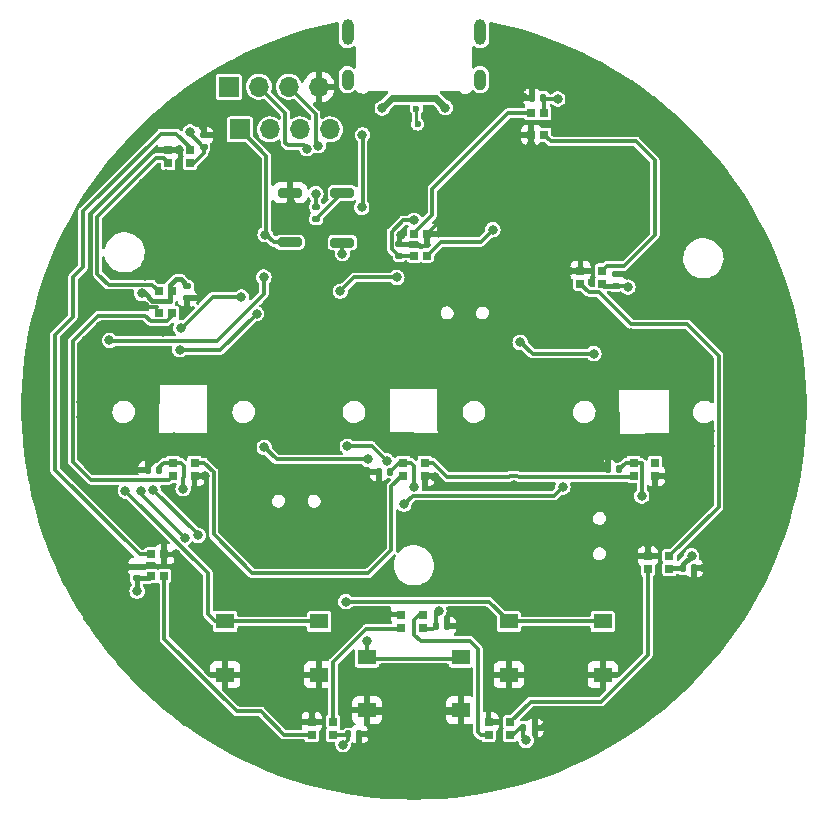
<source format=gbr>
%TF.GenerationSoftware,KiCad,Pcbnew,(7.0.0-0)*%
%TF.CreationDate,2023-03-25T22:40:13-05:00*%
%TF.ProjectId,RP2040_minimal,52503230-3430-45f6-9d69-6e696d616c2e,REV1*%
%TF.SameCoordinates,Original*%
%TF.FileFunction,Copper,L4,Bot*%
%TF.FilePolarity,Positive*%
%FSLAX46Y46*%
G04 Gerber Fmt 4.6, Leading zero omitted, Abs format (unit mm)*
G04 Created by KiCad (PCBNEW (7.0.0-0)) date 2023-03-25 22:40:13*
%MOMM*%
%LPD*%
G01*
G04 APERTURE LIST*
G04 Aperture macros list*
%AMRoundRect*
0 Rectangle with rounded corners*
0 $1 Rounding radius*
0 $2 $3 $4 $5 $6 $7 $8 $9 X,Y pos of 4 corners*
0 Add a 4 corners polygon primitive as box body*
4,1,4,$2,$3,$4,$5,$6,$7,$8,$9,$2,$3,0*
0 Add four circle primitives for the rounded corners*
1,1,$1+$1,$2,$3*
1,1,$1+$1,$4,$5*
1,1,$1+$1,$6,$7*
1,1,$1+$1,$8,$9*
0 Add four rect primitives between the rounded corners*
20,1,$1+$1,$2,$3,$4,$5,0*
20,1,$1+$1,$4,$5,$6,$7,0*
20,1,$1+$1,$6,$7,$8,$9,0*
20,1,$1+$1,$8,$9,$2,$3,0*%
G04 Aperture macros list end*
%TA.AperFunction,ComponentPad*%
%ADD10O,1.000000X1.800000*%
%TD*%
%TA.AperFunction,ComponentPad*%
%ADD11O,1.000000X2.200000*%
%TD*%
%TA.AperFunction,ComponentPad*%
%ADD12R,1.700000X1.700000*%
%TD*%
%TA.AperFunction,ComponentPad*%
%ADD13O,1.700000X1.700000*%
%TD*%
%TA.AperFunction,SMDPad,CuDef*%
%ADD14RoundRect,0.140000X0.170000X-0.140000X0.170000X0.140000X-0.170000X0.140000X-0.170000X-0.140000X0*%
%TD*%
%TA.AperFunction,SMDPad,CuDef*%
%ADD15R,0.700000X0.700000*%
%TD*%
%TA.AperFunction,SMDPad,CuDef*%
%ADD16RoundRect,0.140000X0.140000X0.170000X-0.140000X0.170000X-0.140000X-0.170000X0.140000X-0.170000X0*%
%TD*%
%TA.AperFunction,SMDPad,CuDef*%
%ADD17R,1.550000X1.300000*%
%TD*%
%TA.AperFunction,SMDPad,CuDef*%
%ADD18RoundRect,0.140000X-0.140000X-0.170000X0.140000X-0.170000X0.140000X0.170000X-0.140000X0.170000X0*%
%TD*%
%TA.AperFunction,SMDPad,CuDef*%
%ADD19RoundRect,0.140000X-0.170000X0.140000X-0.170000X-0.140000X0.170000X-0.140000X0.170000X0.140000X0*%
%TD*%
%TA.AperFunction,SMDPad,CuDef*%
%ADD20RoundRect,0.135000X0.185000X-0.135000X0.185000X0.135000X-0.185000X0.135000X-0.185000X-0.135000X0*%
%TD*%
%TA.AperFunction,SMDPad,CuDef*%
%ADD21RoundRect,0.200000X-0.800000X0.200000X-0.800000X-0.200000X0.800000X-0.200000X0.800000X0.200000X0*%
%TD*%
%TA.AperFunction,SMDPad,CuDef*%
%ADD22RoundRect,0.200000X0.800000X-0.200000X0.800000X0.200000X-0.800000X0.200000X-0.800000X-0.200000X0*%
%TD*%
%TA.AperFunction,ViaPad*%
%ADD23C,0.800000*%
%TD*%
%TA.AperFunction,ViaPad*%
%ADD24C,0.600000*%
%TD*%
%TA.AperFunction,Conductor*%
%ADD25C,0.300000*%
%TD*%
%TA.AperFunction,Conductor*%
%ADD26C,0.600000*%
%TD*%
%TA.AperFunction,Conductor*%
%ADD27C,0.400000*%
%TD*%
%TA.AperFunction,Conductor*%
%ADD28C,0.150000*%
%TD*%
%TA.AperFunction,Conductor*%
%ADD29C,0.250000*%
%TD*%
G04 APERTURE END LIST*
D10*
%TO.P,P1,S1,SHIELD*%
%TO.N,unconnected-(P1-SHIELD-PadS1)*%
X5619999Y28119999D03*
D11*
X5619999Y32119999D03*
D10*
X-5619999Y28119999D03*
D11*
X-5619999Y32119999D03*
%TD*%
D12*
%TO.P,J2,1,Pin_1*%
%TO.N,VDD*%
X-15679999Y27524999D03*
D13*
%TO.P,J2,2,Pin_2*%
%TO.N,USART1_RX*%
X-13139999Y27524999D03*
%TO.P,J2,3,Pin_3*%
%TO.N,USART1_TX*%
X-10599999Y27524999D03*
%TO.P,J2,4,Pin_4*%
%TO.N,GND*%
X-8059999Y27524999D03*
%TD*%
D12*
%TO.P,J1,1,Pin_1*%
%TO.N,NRST*%
X-14739999Y23909999D03*
D13*
%TO.P,J1,2,Pin_2*%
%TO.N,SWDIO*%
X-12199999Y23909999D03*
%TO.P,J1,3,Pin_3*%
%TO.N,SWCLK*%
X-9659999Y23909999D03*
%TO.P,J1,4,Pin_4*%
%TO.N,SWO*%
X-7119999Y23909999D03*
%TD*%
D14*
%TO.P,C28,1*%
%TO.N,+5V*%
X-17810000Y22460000D03*
%TO.P,C28,2*%
%TO.N,GND*%
X-17810000Y23420000D03*
%TD*%
D15*
%TO.P,D14,1,DOUT*%
%TO.N,unconnected-(D14-DOUT-Pad1)*%
X20414999Y-4299999D03*
%TO.P,D14,2,GND*%
%TO.N,GND*%
X20414999Y-5399999D03*
%TO.P,D14,3,DIN*%
%TO.N,Net-(D13-DOUT)*%
X18584999Y-5399999D03*
%TO.P,D14,4,VDD*%
%TO.N,+5V*%
X18584999Y-4299999D03*
%TD*%
D16*
%TO.P,C32,1*%
%TO.N,+5V*%
X17360000Y-4870000D03*
%TO.P,C32,2*%
%TO.N,GND*%
X16400000Y-4870000D03*
%TD*%
D17*
%TO.P,SW7,1,1*%
%TO.N,BUTT2*%
X15974999Y-17749999D03*
X8024999Y-17749999D03*
%TO.P,SW7,2,2*%
%TO.N,GND*%
X15974999Y-22249999D03*
X8024999Y-22249999D03*
%TD*%
D18*
%TO.P,C25,1*%
%TO.N,+5V*%
X1862000Y-18110000D03*
%TO.P,C25,2*%
%TO.N,GND*%
X2822000Y-18110000D03*
%TD*%
D14*
%TO.P,C27,1*%
%TO.N,+5V*%
X-23460000Y-14100000D03*
%TO.P,C27,2*%
%TO.N,GND*%
X-23460000Y-13140000D03*
%TD*%
D19*
%TO.P,C29,1*%
%TO.N,+5V*%
X-19190000Y10620000D03*
%TO.P,C29,2*%
%TO.N,GND*%
X-19190000Y9660000D03*
%TD*%
D17*
%TO.P,SW6,1,1*%
%TO.N,BUTT0*%
X-8024999Y-17749999D03*
X-15974999Y-17749999D03*
%TO.P,SW6,2,2*%
%TO.N,GND*%
X-8024999Y-22249999D03*
X-15974999Y-22249999D03*
%TD*%
D15*
%TO.P,D3,1,DOUT*%
%TO.N,Net-(D3-DOUT)*%
X11029999Y23464999D03*
%TO.P,D3,2,GND*%
%TO.N,GND*%
X9929999Y23464999D03*
%TO.P,D3,3,DIN*%
%TO.N,Net-(D2-DOUT)*%
X9929999Y25294999D03*
%TO.P,D3,4,VDD*%
%TO.N,+5V*%
X11029999Y25294999D03*
%TD*%
D14*
%TO.P,C20,1*%
%TO.N,+5V*%
X-1230000Y13210000D03*
%TO.P,C20,2*%
%TO.N,GND*%
X-1230000Y14170000D03*
%TD*%
D16*
%TO.P,C31,1*%
%TO.N,+5V*%
X-2030000Y-5060000D03*
%TO.P,C31,2*%
%TO.N,GND*%
X-2990000Y-5060000D03*
%TD*%
%TO.P,C21,1*%
%TO.N,+5V*%
X10960000Y26610000D03*
%TO.P,C21,2*%
%TO.N,GND*%
X10000000Y26610000D03*
%TD*%
D15*
%TO.P,D13,1,DOUT*%
%TO.N,Net-(D13-DOUT)*%
X914999Y-4299999D03*
%TO.P,D13,2,GND*%
%TO.N,GND*%
X914999Y-5399999D03*
%TO.P,D13,3,DIN*%
%TO.N,Net-(D12-DOUT)*%
X-914999Y-5399999D03*
%TO.P,D13,4,VDD*%
%TO.N,+5V*%
X-914999Y-4299999D03*
%TD*%
%TO.P,D8,1,DOUT*%
%TO.N,Net-(D8-DOUT)*%
X-8669999Y-27339999D03*
%TO.P,D8,2,GND*%
%TO.N,GND*%
X-8669999Y-26239999D03*
%TO.P,D8,3,DIN*%
%TO.N,Net-(D7-DOUT)*%
X-6839999Y-26239999D03*
%TO.P,D8,4,VDD*%
%TO.N,+5V*%
X-6839999Y-27339999D03*
%TD*%
%TO.P,D9,1,DOUT*%
%TO.N,Net-(D10-DIN)*%
X-22239999Y-12074999D03*
%TO.P,D9,2,GND*%
%TO.N,GND*%
X-21139999Y-12074999D03*
%TO.P,D9,3,DIN*%
%TO.N,Net-(D8-DOUT)*%
X-21139999Y-13904999D03*
%TO.P,D9,4,VDD*%
%TO.N,+5V*%
X-22239999Y-13904999D03*
%TD*%
D14*
%TO.P,C22,1*%
%TO.N,+5V*%
X17100000Y10680000D03*
%TO.P,C22,2*%
%TO.N,GND*%
X17100000Y11640000D03*
%TD*%
D15*
%TO.P,D11,1,DOUT*%
%TO.N,Net-(D11-DOUT)*%
X-20509999Y8389999D03*
%TO.P,D11,2,GND*%
%TO.N,GND*%
X-21609999Y8389999D03*
%TO.P,D11,3,DIN*%
%TO.N,Net-(D10-DOUT)*%
X-21609999Y10219999D03*
%TO.P,D11,4,VDD*%
%TO.N,+5V*%
X-20509999Y10219999D03*
%TD*%
D20*
%TO.P,R3,1*%
%TO.N,Net-(R3-Pad1)*%
X-8280000Y16340000D03*
%TO.P,R3,2*%
%TO.N,BOOT0*%
X-8280000Y17360000D03*
%TD*%
D15*
%TO.P,D4,1,DOUT*%
%TO.N,Net-(D4-DOUT)*%
X14094999Y10859999D03*
%TO.P,D4,2,GND*%
%TO.N,GND*%
X14094999Y11959999D03*
%TO.P,D4,3,DIN*%
%TO.N,Net-(D3-DOUT)*%
X15924999Y11959999D03*
%TO.P,D4,4,VDD*%
%TO.N,+5V*%
X15924999Y10859999D03*
%TD*%
%TO.P,D12,1,DOUT*%
%TO.N,Net-(D12-DOUT)*%
X-18584999Y-4299999D03*
%TO.P,D12,2,GND*%
%TO.N,GND*%
X-18584999Y-5399999D03*
%TO.P,D12,3,DIN*%
%TO.N,Net-(D11-DOUT)*%
X-20414999Y-5399999D03*
%TO.P,D12,4,VDD*%
%TO.N,+5V*%
X-20414999Y-4299999D03*
%TD*%
%TO.P,D7,1,DOUT*%
%TO.N,Net-(D7-DOUT)*%
X-1104999Y-18259999D03*
%TO.P,D7,2,GND*%
%TO.N,GND*%
X-1104999Y-17159999D03*
%TO.P,D7,3,DIN*%
%TO.N,Net-(D6-DOUT)*%
X724999Y-17159999D03*
%TO.P,D7,4,VDD*%
%TO.N,+5V*%
X724999Y-18259999D03*
%TD*%
D17*
%TO.P,SW8,1,1*%
%TO.N,BUTT1*%
X3974999Y-20749999D03*
X-3974999Y-20749999D03*
%TO.P,SW8,2,2*%
%TO.N,GND*%
X3974999Y-25249999D03*
X-3974999Y-25249999D03*
%TD*%
D16*
%TO.P,C30,1*%
%TO.N,+5V*%
X-21600000Y-4900000D03*
%TO.P,C30,2*%
%TO.N,GND*%
X-22560000Y-4900000D03*
%TD*%
D15*
%TO.P,D2,1,DOUT*%
%TO.N,Net-(D2-DOUT)*%
X24999Y15064999D03*
%TO.P,D2,2,GND*%
%TO.N,GND*%
X1124999Y15064999D03*
%TO.P,D2,3,DIN*%
%TO.N,Net-(D2-DIN)*%
X1124999Y13234999D03*
%TO.P,D2,4,VDD*%
%TO.N,+5V*%
X24999Y13234999D03*
%TD*%
%TO.P,D10,1,DOUT*%
%TO.N,Net-(D10-DOUT)*%
X-20794999Y21089999D03*
%TO.P,D10,2,GND*%
%TO.N,GND*%
X-20794999Y22189999D03*
%TO.P,D10,3,DIN*%
%TO.N,Net-(D10-DIN)*%
X-18964999Y22189999D03*
%TO.P,D10,4,VDD*%
%TO.N,+5V*%
X-18964999Y21089999D03*
%TD*%
%TO.P,D6,1,DOUT*%
%TO.N,Net-(D6-DOUT)*%
X6310000Y-27364998D03*
%TO.P,D6,2,GND*%
%TO.N,GND*%
X6310000Y-26264998D03*
%TO.P,D6,3,DIN*%
%TO.N,Net-(D5-DOUT)*%
X8140000Y-26264998D03*
%TO.P,D6,4,VDD*%
%TO.N,+5V*%
X8140000Y-27364998D03*
%TD*%
D18*
%TO.P,C24,1*%
%TO.N,+5V*%
X9267001Y-26762999D03*
%TO.P,C24,2*%
%TO.N,GND*%
X10227001Y-26762999D03*
%TD*%
D21*
%TO.P,SW3,1,1*%
%TO.N,Net-(R3-Pad1)*%
X-6070000Y18530000D03*
%TO.P,SW3,2,2*%
%TO.N,VDD*%
X-6070000Y14330000D03*
%TD*%
D15*
%TO.P,D5,1,DOUT*%
%TO.N,Net-(D5-DOUT)*%
X19794999Y-13319999D03*
%TO.P,D5,2,GND*%
%TO.N,GND*%
X19794999Y-12219999D03*
%TO.P,D5,3,DIN*%
%TO.N,Net-(D4-DOUT)*%
X21624999Y-12219999D03*
%TO.P,D5,4,VDD*%
%TO.N,+5V*%
X21624999Y-13319999D03*
%TD*%
D18*
%TO.P,C26,1*%
%TO.N,+5V*%
X-5590000Y-27310000D03*
%TO.P,C26,2*%
%TO.N,GND*%
X-4630000Y-27310000D03*
%TD*%
D22*
%TO.P,SW5,1,1*%
%TO.N,NRST*%
X-10520000Y14350000D03*
%TO.P,SW5,2,2*%
%TO.N,GND*%
X-10520000Y18550000D03*
%TD*%
D18*
%TO.P,C23,1*%
%TO.N,+5V*%
X22770000Y-13250000D03*
%TO.P,C23,2*%
%TO.N,GND*%
X23730000Y-13250000D03*
%TD*%
D23*
%TO.N,GND*%
X8210000Y-2330000D03*
X-16000000Y-2070000D03*
X24300000Y4850000D03*
X-27730000Y6100000D03*
X24594000Y-13234000D03*
X-24400000Y-13120000D03*
X-16040000Y13390000D03*
X-4340000Y4971041D03*
X6120000Y-2350000D03*
X25030000Y-1610000D03*
X-28110000Y3410000D03*
X13105000Y11950000D03*
X25030000Y-2860000D03*
X15490000Y8830000D03*
X4300000Y-4460000D03*
X-5740000Y1920000D03*
X-15440000Y4370000D03*
X-22070000Y-4030000D03*
X17310000Y7310000D03*
X15965000Y25600000D03*
X21060000Y3710000D03*
X-6528000Y-8458000D03*
X-4120000Y25800000D03*
X-10180000Y7000000D03*
X-21768000Y18974000D03*
X9780000Y-2490000D03*
X11470000Y-2490000D03*
X-4880000Y-11120000D03*
X14400000Y6820000D03*
X21480000Y-5480000D03*
X5410000Y12370000D03*
X-20370000Y12250000D03*
X-21760000Y12300000D03*
X-17840000Y24240000D03*
X-2210000Y-17094000D03*
X-10965000Y21690000D03*
X8442500Y-6170000D03*
X23640000Y2370000D03*
X8662500Y-13920000D03*
X-14148000Y-6426000D03*
X3812000Y-18110000D03*
X17090000Y-2510000D03*
X584000Y12116000D03*
X-130000Y4950000D03*
X-15310000Y3100000D03*
X584000Y11100000D03*
X-7810000Y840000D03*
X13020000Y-2490000D03*
X2350000Y-2132250D03*
X-80000Y6100000D03*
X-3960000Y-5060000D03*
X-13840000Y1530000D03*
X-15950000Y-6930000D03*
X-26610000Y7230000D03*
X-10650000Y2980000D03*
X-21865000Y14980000D03*
X-23546000Y18720000D03*
X470000Y8390000D03*
X13290000Y9870000D03*
X-4530000Y1970000D03*
X-1830000Y19950000D03*
X24930000Y-4180000D03*
X-28090000Y-1860000D03*
X-3990000Y3730000D03*
X910000Y-2370000D03*
X-16660000Y16949500D03*
X-21930000Y16190000D03*
X11870000Y-4460000D03*
X14620433Y24129487D03*
X-17100000Y-3750000D03*
X-14140000Y4710000D03*
X-22120000Y2810000D03*
X-15164000Y-10744000D03*
X-15930000Y-8240000D03*
X9728000Y14402000D03*
X7080000Y-4580000D03*
X-22911353Y19355354D03*
X-19914502Y22170023D03*
X17995000Y11620000D03*
X5664000Y11100000D03*
X-17700000Y17195000D03*
X-12080000Y-22270000D03*
X-11290000Y-10360000D03*
X18270000Y-2450000D03*
X12482500Y-11850000D03*
X14770000Y-4520000D03*
X19450000Y16280000D03*
X-3350000Y1910000D03*
X-28160000Y-470000D03*
X-10399333Y17660000D03*
X22380000Y3670000D03*
X24940000Y3740000D03*
X-27940000Y-3120000D03*
X-3190000Y-11020000D03*
X-28160000Y870000D03*
X-1110000Y14970000D03*
X-4750000Y-9474000D03*
X-17680000Y14420000D03*
X3020000Y2450000D03*
X-23700000Y-4930000D03*
X21160000Y6610000D03*
X10670000Y1610000D03*
X-15940000Y-9470000D03*
X4489898Y26525534D03*
X7880000Y2620000D03*
X-4520741Y26532318D03*
X10998000Y10084000D03*
X14520000Y-2470000D03*
X3124000Y11100000D03*
X-13990000Y-11960000D03*
X-13025000Y6950000D03*
X-6528000Y-6426000D03*
X5380000Y15420000D03*
X1710450Y12333669D03*
X7950000Y12116000D03*
X1780000Y-5540000D03*
X-16170000Y20390000D03*
X-23380000Y-1210000D03*
X-14490000Y-2020000D03*
X820000Y3710000D03*
X22310000Y-2200000D03*
X8550000Y15940000D03*
X-12670000Y-12610000D03*
X5132500Y-13930000D03*
X10580000Y-4480000D03*
X-16550000Y2100000D03*
X-22690000Y6920000D03*
X-24308000Y17958000D03*
X-8665000Y-25270000D03*
X-2920000Y-6230000D03*
X-130000Y-25396000D03*
X22682000Y-4902000D03*
X14490000Y9370000D03*
X5580000Y-4540000D03*
X16500000Y17590000D03*
X-18800000Y-2220000D03*
X1985023Y24275023D03*
X-2740000Y24140000D03*
X-12420000Y4790000D03*
X-28100000Y4830000D03*
X-40000Y7490000D03*
X3910000Y3850000D03*
X4140000Y12370000D03*
X-3050000Y-9930000D03*
X-16270000Y-4360000D03*
X6426000Y-24968000D03*
X-21990000Y4100000D03*
X6680000Y12370000D03*
X-25760000Y-4930000D03*
X-7520000Y6790000D03*
X-7460000Y4460000D03*
X2240000Y16220000D03*
X5780000Y4120000D03*
X18350000Y6640000D03*
X9257500Y26630000D03*
X-2433957Y9606043D03*
X-2410000Y3650000D03*
X-20340000Y4170000D03*
X-17050000Y4400000D03*
X-7770000Y-12700000D03*
X-25324000Y16942000D03*
X4760000Y-2390000D03*
X-18400000Y19015000D03*
X12522000Y8560000D03*
X-17150000Y13360000D03*
X-20330000Y-2131750D03*
X-17720000Y-5390000D03*
X-23500000Y1590000D03*
X23820000Y-2350000D03*
X-27710000Y-4280000D03*
X7062500Y-7900000D03*
X-23510000Y2710000D03*
X-3734000Y-12014000D03*
X19810000Y-11178000D03*
X19600000Y6610000D03*
X9320000Y1640000D03*
X-21930000Y17450000D03*
X3800000Y25970000D03*
X22050000Y950000D03*
X17430000Y3730000D03*
X-28140000Y2140000D03*
X-23400000Y-2420000D03*
X22580000Y6530000D03*
X-25350000Y7380000D03*
X13560000Y7660000D03*
X2360369Y983318D03*
X8966000Y10846000D03*
X2870000Y12370000D03*
X-9140000Y-12740000D03*
X-21280000Y6759500D03*
X15780000Y-4320000D03*
X16370000Y7980000D03*
X-20130000Y-12060000D03*
X-11500000Y-2000000D03*
X2940000Y-4420000D03*
X12850000Y5980000D03*
X584000Y9830000D03*
X-24106981Y7019500D03*
X-12940000Y-1990000D03*
X-21870000Y13750000D03*
X9930000Y22575000D03*
X-3910000Y6741041D03*
X-15970000Y-5670000D03*
X-19990000Y19990000D03*
X7180000Y3630000D03*
X-720000Y3730000D03*
X-3730000Y-27240000D03*
X23480000Y3670000D03*
X-10720000Y4910000D03*
X-12980000Y2440000D03*
X-6320000Y-12800000D03*
X-10230000Y5880000D03*
X24940000Y2670000D03*
X23540000Y5610000D03*
X-7520000Y5620000D03*
X-22784000Y11519500D03*
X-4830000Y-12750000D03*
X-15890000Y-310000D03*
X-11590000Y-12690000D03*
X-19190000Y8690000D03*
X-3080000Y-7320000D03*
X-6770000Y1890000D03*
X-22790000Y8919500D03*
X16010000Y-2510000D03*
X-3110000Y-8540000D03*
X19220000Y3770000D03*
X19450000Y17390000D03*
X4570000Y23140000D03*
X11105001Y-26694999D03*
X-18540000Y4250000D03*
X-21080000Y13220000D03*
X-22022000Y19990000D03*
X-7950000Y2470000D03*
X24980000Y1590000D03*
X-19080000Y12320000D03*
X23800000Y-4660000D03*
X-23500000Y3940000D03*
X-12000000Y2910000D03*
X-13750000Y-10720000D03*
X11910000Y-22240000D03*
X-17300000Y-2160000D03*
X-13640000Y-9220000D03*
X14320000Y1730000D03*
X-4750000Y-7188000D03*
X15990000Y3750000D03*
X12380000Y1640000D03*
X-5520000Y3590000D03*
X-10440000Y-12690000D03*
X-21006000Y20140498D03*
X-25832000Y15926000D03*
X16450000Y16420000D03*
%TO.N,VBUS*%
X2650000Y25750000D03*
X-2690000Y25720000D03*
%TO.N,BUTT0*%
X-24438957Y-6688957D03*
X-25790000Y6050000D03*
X-12720000Y11410000D03*
%TO.N,+5V*%
X18100000Y10570000D03*
X10000Y-6340000D03*
X-18960000Y23690000D03*
X-19550000Y-6500000D03*
X9500000Y-27810000D03*
X10353Y16219646D03*
X23500000Y-12180000D03*
X-23440000Y-15190000D03*
X-6010000Y-28170000D03*
X-23060000Y10020000D03*
X12170000Y26490000D03*
X2108000Y-16827500D03*
X19280000Y-7120000D03*
D24*
%TO.N,USB_D+*%
X210000Y25640000D03*
X303779Y24365500D03*
D23*
%TO.N,BOOT0*%
X-8300000Y18470000D03*
%TO.N,BUTT1*%
X-14620000Y9730000D03*
X-23090000Y-6720000D03*
X-3975000Y-19380000D03*
X-19730000Y7120000D03*
X-19404692Y-10664692D03*
%TO.N,BUTT2*%
X-19830000Y5260500D03*
X-5766000Y-16078000D03*
X-18280000Y-10450000D03*
X-13330023Y8300023D03*
X-22070000Y-6600000D03*
%TO.N,NRST*%
X-12610000Y15010000D03*
%TO.N,BOOT1*%
X-1460000Y11380000D03*
X-6240000Y10210000D03*
%TO.N,Net-(D2-DIN)*%
X6680000Y15418000D03*
%TO.N,VDD*%
X-6060000Y13390000D03*
%TO.N,SWDIO*%
X-4370000Y23450000D03*
X-4430000Y17310000D03*
%TO.N,USART1_RX*%
X-9068380Y22282525D03*
%TO.N,USART1_TX*%
X-8100000Y22530000D03*
%TO.N,V_test*%
X12600000Y-6360000D03*
X-5650000Y-2910000D03*
X8990000Y5880000D03*
X15220000Y4930000D03*
X-850000Y-7820000D03*
X-2320000Y-4140000D03*
%TO.N,+4V4*%
X-12680000Y-3010000D03*
X-3890000Y-4030000D03*
%TD*%
D25*
%TO.N,GND*%
X-17790000Y-5400000D02*
X-17800000Y-5400000D01*
X-21140000Y-12075000D02*
X-20130000Y-12060000D01*
X-2210000Y-17094000D02*
X-1299000Y-17094000D01*
X-22790000Y8919500D02*
X-22740500Y8870000D01*
X-20775023Y22170023D02*
X-20795000Y22190000D01*
X-12100000Y-22250000D02*
X-15975000Y-22250000D01*
X-17840000Y24240000D02*
X-17750000Y24240000D01*
X13105000Y11910000D02*
X13135000Y11940000D01*
X17064000Y11671000D02*
X17804000Y11671000D01*
X-8025000Y-22250000D02*
X-12060000Y-22250000D01*
X-1299000Y-17094000D02*
X-1093000Y-17300000D01*
X10227001Y-26762999D02*
X10957001Y-26762999D01*
X9930000Y22575000D02*
X9930000Y23465000D01*
X2822000Y-18140000D02*
X3782000Y-18140000D01*
X21280000Y-5400000D02*
X21480000Y-5480000D01*
X15940000Y-4410000D02*
X15780000Y-4320000D01*
X17804000Y11671000D02*
X17995000Y11620000D01*
X-10340000Y17719333D02*
X-10399333Y17660000D01*
X-10340000Y18550000D02*
X-10340000Y17719333D01*
X11105001Y-26614999D02*
X10985001Y-26734999D01*
X-130000Y-25396000D02*
X-210000Y-25476000D01*
X20415000Y-5400000D02*
X21280000Y-5400000D01*
X11910000Y-22240000D02*
X11920000Y-22250000D01*
X1780000Y-5540000D02*
X1780000Y-5580000D01*
X-1230000Y14170000D02*
X-1230000Y14840000D01*
X19795000Y-11363000D02*
X19810000Y-11178000D01*
X3975000Y-25476000D02*
X-50000Y-25476000D01*
X-19914502Y22170023D02*
X-20775023Y22170023D01*
X11900000Y-22250000D02*
X11910000Y-22240000D01*
X15780000Y-4320000D02*
X15820000Y-4410000D01*
X-24320000Y-13140000D02*
X-24340000Y-13120000D01*
X11025001Y-26694999D02*
X11105001Y-26694999D01*
X-4580000Y-27300000D02*
X-3920000Y-27300000D01*
X-17810000Y-5400000D02*
X-17720000Y-5390000D01*
X3782000Y-18140000D02*
X3812000Y-18110000D01*
X-1230000Y14840000D02*
X-1090000Y14980000D01*
X-23460000Y-13140000D02*
X-24320000Y-13140000D01*
X2040000Y15980000D02*
X2240000Y16220000D01*
X-24340000Y-13120000D02*
X-24400000Y-13120000D01*
X6310001Y-26264999D02*
X6310001Y-25083999D01*
X-22070000Y-4335000D02*
X-22615000Y-4880000D01*
X-17810000Y23420000D02*
X-17810000Y24180000D01*
X-22740500Y8870000D02*
X-21730000Y8870000D01*
X6310001Y-25083999D02*
X6426000Y-24968000D01*
X-22070000Y-4030000D02*
X-22070000Y-4335000D01*
X1600000Y-5400000D02*
X1740000Y-5540000D01*
X8025000Y-22250000D02*
X11900000Y-22250000D01*
X-12060000Y-22250000D02*
X-12080000Y-22270000D01*
X1740000Y-5540000D02*
X1780000Y-5540000D01*
X-17720000Y-5390000D02*
X-17790000Y-5400000D01*
X13105000Y11950000D02*
X13105000Y11910000D01*
X-17810000Y24180000D02*
X-17840000Y24150000D01*
X-24400000Y-13120000D02*
X-24400000Y-13060000D01*
X-50000Y-25476000D02*
X-130000Y-25396000D01*
X10957001Y-26762999D02*
X11025001Y-26694999D01*
X16400000Y-4870000D02*
X15940000Y-4410000D01*
X23730000Y-13250000D02*
X24548000Y-13250000D01*
X14095000Y11960000D02*
X13155000Y11960000D01*
X24548000Y-13250000D02*
X24564000Y-13234000D01*
X-8670000Y-26240000D02*
X-8670000Y-25365000D01*
X915000Y-5400000D02*
X1600000Y-5400000D01*
X-17840000Y24150000D02*
X-17840000Y24240000D01*
X9257500Y26630000D02*
X9842500Y26630000D01*
X11920000Y-22250000D02*
X15975000Y-22250000D01*
X19795000Y-12220000D02*
X19795000Y-11363000D01*
X-12080000Y-22270000D02*
X-12100000Y-22250000D01*
X11105001Y-26694999D02*
X11105001Y-26614999D01*
X17995000Y11620000D02*
X17825000Y11650000D01*
X2240000Y16220000D02*
X2040000Y16050000D01*
X1125000Y15065000D02*
X2040000Y15980000D01*
X-17750000Y24240000D02*
X-17760000Y24230000D01*
X-210000Y-25476000D02*
X-3975000Y-25476000D01*
X1780000Y-5580000D02*
X1730000Y-5530000D01*
X13145000Y11950000D02*
X13105000Y11950000D01*
X-18585000Y-5400000D02*
X-17810000Y-5400000D01*
X13155000Y11960000D02*
X13145000Y11950000D01*
X-24400000Y-13060000D02*
X-24350000Y-13110000D01*
X-3960000Y-5060000D02*
X-2990000Y-5060000D01*
X21480000Y-5480000D02*
X21320000Y-5440000D01*
X-19190000Y9660000D02*
X-19190000Y8690000D01*
D26*
%TO.N,VBUS*%
X-2585000Y25815000D02*
X-1863000Y26537000D01*
X-1868000Y26547000D02*
X1853000Y26547000D01*
D27*
X2650000Y25750000D02*
X2695000Y25885000D01*
X2695000Y25925000D02*
X2650000Y25750000D01*
D26*
X1853000Y26547000D02*
X2650000Y25750000D01*
D27*
X2695000Y25885000D02*
X2735000Y25885000D01*
X2735000Y25885000D02*
X2695000Y25925000D01*
D25*
%TO.N,BUTT0*%
X-25750000Y6010000D02*
X-16680000Y6010000D01*
X-12720000Y9970000D02*
X-12720000Y11410000D01*
X-17450000Y-17120000D02*
X-16820000Y-17750000D01*
X-16680000Y6010000D02*
X-12720000Y9970000D01*
X-24438957Y-6690382D02*
X-17450000Y-13679339D01*
X-17450000Y-13679339D02*
X-17450000Y-17120000D01*
X-16820000Y-17750000D02*
X-15975000Y-17750000D01*
X-25790000Y6050000D02*
X-25750000Y6010000D01*
X-24438957Y-6688957D02*
X-24438957Y-6690382D01*
X-15975000Y-17750000D02*
X-8025000Y-17750000D01*
%TO.N,Net-(D6-DOUT)*%
X5410000Y-20060000D02*
X4730000Y-19380000D01*
X5410000Y-27114998D02*
X5410000Y-20060000D01*
X37000Y-17602000D02*
X587000Y-17052000D01*
X5660001Y-27364999D02*
X5410000Y-27114998D01*
X4730000Y-19380000D02*
X565000Y-19380000D01*
X37000Y-18852000D02*
X37000Y-17602000D01*
X565000Y-19380000D02*
X37000Y-18852000D01*
X6310001Y-27364999D02*
X5660001Y-27364999D01*
X587000Y-17052000D02*
X737000Y-17052000D01*
%TO.N,+5V*%
X15925000Y10860000D02*
X16169000Y10616000D01*
X18030000Y10570000D02*
X18100000Y10570000D01*
X18100000Y10570000D02*
X18100000Y10500000D01*
X-5620000Y-27340000D02*
X-5590000Y-27310000D01*
X17135000Y10650000D02*
X17950000Y10650000D01*
X-21150000Y-4300000D02*
X-21640000Y-4790000D01*
X19235000Y-4300000D02*
X18585000Y-4300000D01*
X18585000Y-4300000D02*
X17930000Y-4300000D01*
D27*
X-23460000Y-14100000D02*
X-23460000Y-15060000D01*
D25*
X-265000Y-4300000D02*
X-10000Y-4555000D01*
X9267001Y-27557001D02*
X9500000Y-27790000D01*
X9267001Y-26762999D02*
X8977001Y-26762999D01*
D27*
X-22435000Y-14100000D02*
X-22240000Y-13905000D01*
D25*
X-1890000Y15260000D02*
X-930354Y16219646D01*
D27*
X-23330000Y-15190000D02*
X-23420000Y-15100000D01*
D25*
X19280000Y-7120000D02*
X19285000Y-7115000D01*
X-6840000Y-27340000D02*
X-5620000Y-27340000D01*
X-19082965Y23690000D02*
X-19012965Y23620000D01*
X1862000Y-18110000D02*
X1572000Y-18400000D01*
D27*
X22770000Y-12910000D02*
X23500000Y-12180000D01*
D25*
X9500000Y-27810000D02*
X9520000Y-27810000D01*
X17930000Y-4300000D02*
X17360000Y-4870000D01*
X-18965000Y21090000D02*
X-18665000Y21090000D01*
X1862000Y-18110000D02*
X1862000Y-17073500D01*
X-17810000Y22460000D02*
X-17852965Y22460000D01*
X-915000Y-4300000D02*
X-1270000Y-4300000D01*
X-18960000Y23690000D02*
X-19082965Y23690000D01*
D27*
X-23460000Y-14100000D02*
X-22435000Y-14100000D01*
D25*
X-19490000Y-4575000D02*
X-19550000Y-6500000D01*
D27*
X-19718000Y11212000D02*
X-20118000Y11212000D01*
D25*
X-930354Y16219646D02*
X10353Y16219646D01*
X-17852965Y22460000D02*
X-18960000Y23567035D01*
X9500000Y-27790000D02*
X9500000Y-27810000D01*
D27*
X-20118000Y11212000D02*
X-20630000Y10700000D01*
D25*
X-1205000Y13235000D02*
X-1230000Y13210000D01*
X8977001Y-26762999D02*
X8375001Y-27364999D01*
X-1270000Y-4300000D02*
X-2030000Y-5060000D01*
X-20415000Y-4300000D02*
X-19765000Y-4300000D01*
D27*
X21695000Y-13250000D02*
X21625000Y-13320000D01*
D25*
X9267001Y-26762999D02*
X9267001Y-27557001D01*
X-10000Y-4555000D02*
X10000Y-6340000D01*
D27*
X22770000Y-13250000D02*
X21695000Y-13250000D01*
D25*
X-5590000Y-27750000D02*
X-6010000Y-28170000D01*
X9520000Y-27810000D02*
X9400000Y-27690000D01*
X11030000Y25295000D02*
X11030000Y26540000D01*
X1572000Y-18400000D02*
X737000Y-18400000D01*
D27*
X-20630000Y10700000D02*
X-20630000Y9420000D01*
D25*
X10960000Y26610000D02*
X11120000Y26450000D01*
X-1230000Y13210000D02*
X-1272965Y13210000D01*
D27*
X-19190000Y10684000D02*
X-19718000Y11212000D01*
D25*
X-18665000Y21090000D02*
X-17810000Y21945000D01*
X11120000Y26450000D02*
X12170000Y26490000D01*
X8375001Y-27364999D02*
X8140001Y-27364999D01*
X-915000Y-4300000D02*
X-265000Y-4300000D01*
D27*
X16105000Y10680000D02*
X15925000Y10860000D01*
X17265000Y10680000D02*
X16105000Y10680000D01*
X-19190000Y10620000D02*
X-19190000Y10684000D01*
X-20630000Y9420000D02*
X-22159129Y9420000D01*
D25*
X18100000Y10500000D02*
X17990000Y10610000D01*
X19285000Y-4350000D02*
X19235000Y-4300000D01*
X-19765000Y-4300000D02*
X-19490000Y-4575000D01*
D27*
X-22759129Y10020000D02*
X-23060000Y10020000D01*
D25*
X1862000Y-17073500D02*
X2108000Y-16827500D01*
D27*
X-23440000Y-15190000D02*
X-23330000Y-15190000D01*
D25*
X-17810000Y21945000D02*
X-17810000Y22460000D01*
X-1890000Y13827035D02*
X-1890000Y15260000D01*
X-18960000Y23567035D02*
X-18960000Y23690000D01*
X-5590000Y-27310000D02*
X-5590000Y-27750000D01*
X-1272965Y13210000D02*
X-1890000Y13827035D01*
X-19012965Y23620000D02*
X-19120000Y23620000D01*
D27*
X-22159129Y9420000D02*
X-22759129Y10020000D01*
D25*
X19285000Y-7115000D02*
X19285000Y-4350000D01*
X17950000Y10650000D02*
X18030000Y10570000D01*
X-20415000Y-4300000D02*
X-21150000Y-4300000D01*
D27*
X-23460000Y-15060000D02*
X-23440000Y-15080000D01*
D25*
X25000Y13235000D02*
X-1205000Y13235000D01*
D27*
X-23440000Y-15080000D02*
X-23440000Y-15190000D01*
X22770000Y-13250000D02*
X22770000Y-12910000D01*
D25*
%TO.N,Net-(D3-DOUT)*%
X18790000Y22890000D02*
X20390000Y21290000D01*
X17810000Y12370000D02*
X16335000Y12370000D01*
X11605000Y22890000D02*
X18790000Y22890000D01*
X20390000Y14950000D02*
X17810000Y12370000D01*
X20390000Y21290000D02*
X20390000Y14950000D01*
X11030000Y23465000D02*
X11605000Y22890000D01*
X16335000Y12370000D02*
X15925000Y11960000D01*
%TO.N,Net-(D4-DOUT)*%
X25780000Y-8065000D02*
X21625000Y-12220000D01*
X15640000Y10160000D02*
X18390000Y7410000D01*
X23140000Y7410000D02*
X25780000Y4770000D01*
X25780000Y4770000D02*
X25780000Y-8065000D01*
X18390000Y7410000D02*
X23140000Y7410000D01*
D28*
X13791500Y10546000D02*
X14138000Y10546000D01*
D25*
X14095000Y10860000D02*
X14795000Y10160000D01*
X14795000Y10160000D02*
X15640000Y10160000D01*
D28*
X13791500Y10546000D02*
X13781500Y10556000D01*
D25*
%TO.N,Net-(D5-DOUT)*%
X19795000Y-13320000D02*
X19795000Y-20555000D01*
X15810000Y-24540000D02*
X9865000Y-24540000D01*
X9865000Y-24540000D02*
X8140001Y-26264999D01*
X19795000Y-20555000D02*
X15810000Y-24540000D01*
%TO.N,Net-(D10-DIN)*%
X-20116000Y23546000D02*
X-18965000Y22395000D01*
X-18965000Y22395000D02*
X-18965000Y22190000D01*
X-23231000Y-12075000D02*
X-30404000Y-4902000D01*
X-28880000Y11374893D02*
X-28010000Y12244893D01*
X-30404000Y6528000D02*
X-28880000Y8052000D01*
X-28880000Y8052000D02*
X-28880000Y11374893D01*
X-21450500Y23546000D02*
X-20116000Y23546000D01*
X-30404000Y-4902000D02*
X-30404000Y6528000D01*
X-28010000Y16986500D02*
X-21450500Y23546000D01*
X-28010000Y12244893D02*
X-28010000Y16986500D01*
X-22240000Y-12075000D02*
X-23231000Y-12075000D01*
%TO.N,Net-(D7-DOUT)*%
X-6840000Y-21184339D02*
X-6840000Y-26240000D01*
X-4055661Y-18400000D02*
X-6840000Y-21184339D01*
X-1093000Y-18400000D02*
X-4055661Y-18400000D01*
D29*
%TO.N,USB_D+*%
X210000Y25640000D02*
X210000Y24459279D01*
X210000Y24459279D02*
X303779Y24365500D01*
D25*
%TO.N,BOOT0*%
X-8280000Y17360000D02*
X-8280000Y18450000D01*
X-8280000Y18450000D02*
X-8300000Y18470000D01*
%TO.N,BUTT1*%
X-3821000Y-20904000D02*
X3821000Y-20904000D01*
X-14640000Y9720000D02*
X-17060000Y9720000D01*
X-19730000Y7050000D02*
X-19700000Y7080000D01*
X3821000Y-20904000D02*
X3975000Y-20750000D01*
X-19660000Y7120000D02*
X-19730000Y7120000D01*
X-3975000Y-19380000D02*
X-3975000Y-20750000D01*
X-17060000Y9720000D02*
X-19660000Y7120000D01*
X-19404692Y-10664692D02*
X-19415308Y-10664692D01*
X-23090000Y-6720000D02*
X-23150000Y-6770000D01*
X-19415308Y-10664692D02*
X-23150000Y-6930000D01*
X-23150000Y-6930000D02*
X-23090000Y-6720000D01*
X-19730000Y7120000D02*
X-19730000Y7050000D01*
X-3975000Y-20750000D02*
X-3821000Y-20904000D01*
%TO.N,BUTT2*%
X-5766000Y-16078000D02*
X6353000Y-16078000D01*
X-16410046Y5220000D02*
X-20010000Y5220000D01*
X8025000Y-17750000D02*
X15975000Y-17750000D01*
X-22060000Y-6600000D02*
X-22070000Y-6600000D01*
X-18280000Y-10380000D02*
X-22060000Y-6600000D01*
X-13330023Y8300023D02*
X-16410046Y5220000D01*
X-18280000Y-10450000D02*
X-18280000Y-10380000D01*
X6353000Y-16078000D02*
X8025000Y-17750000D01*
%TO.N,NRST*%
X-12490000Y15010000D02*
X-12610000Y15010000D01*
X-12490000Y21660000D02*
X-14740000Y23910000D01*
X-11830000Y14350000D02*
X-12490000Y15010000D01*
X-12610000Y15130000D02*
X-12470000Y14990000D01*
X-12610000Y15010000D02*
X-12490000Y15130000D01*
X-12490000Y15130000D02*
X-12490000Y21660000D01*
X-12610000Y15010000D02*
X-12610000Y15130000D01*
X-10340000Y14350000D02*
X-11830000Y14350000D01*
%TO.N,BOOT1*%
X-5070000Y11380000D02*
X-1460000Y11380000D01*
X-6240000Y10210000D02*
X-5070000Y11380000D01*
%TO.N,Net-(D10-DOUT)*%
X-26800000Y14563339D02*
X-26800000Y11710000D01*
X-21195000Y21490000D02*
X-21836661Y21490000D01*
X-26814023Y16512638D02*
X-26814023Y14577362D01*
X-22160000Y10770000D02*
X-21610000Y10220000D01*
X-21836661Y21490000D02*
X-26814023Y16512638D01*
X-25860000Y10770000D02*
X-22160000Y10770000D01*
X-20795000Y21090000D02*
X-21195000Y21490000D01*
X-26800000Y11710000D02*
X-25860000Y10770000D01*
X-26814023Y14577362D02*
X-26800000Y14563339D01*
%TO.N,Net-(D2-DOUT)*%
X25000Y15065000D02*
X25000Y15174339D01*
X25000Y15174339D02*
X1550000Y16699339D01*
X7979339Y25295000D02*
X9930000Y25295000D01*
X1550000Y16699339D02*
X1550000Y18865661D01*
X1550000Y18865661D02*
X7979339Y25295000D01*
%TO.N,Net-(D2-DIN)*%
X6680000Y15418000D02*
X5652000Y14390000D01*
X5652000Y14390000D02*
X2280000Y14390000D01*
X2280000Y14390000D02*
X1125000Y13235000D01*
%TO.N,Net-(D11-DOUT)*%
X-26760661Y8140000D02*
X-28910000Y5990661D01*
X-20510000Y8090000D02*
X-20910000Y7690000D01*
X-28910000Y-4210000D02*
X-27360000Y-5760000D01*
X-28910000Y5990661D02*
X-28910000Y-4210000D01*
X-20910000Y7690000D02*
X-22310000Y7690000D01*
X-27360000Y-5760000D02*
X-20775000Y-5760000D01*
X-20775000Y-5760000D02*
X-20415000Y-5400000D01*
X-20510000Y8390000D02*
X-20510000Y8090000D01*
X-22310000Y7690000D02*
X-22760000Y8140000D01*
X-22760000Y8140000D02*
X-26760661Y8140000D01*
%TO.N,VDD*%
X-6070000Y13400000D02*
X-6060000Y13390000D01*
X-6070000Y14330000D02*
X-6070000Y13400000D01*
%TO.N,SWDIO*%
X-4350000Y17390000D02*
X-4350000Y23430000D01*
X-4350000Y23430000D02*
X-4370000Y23450000D01*
X-4430000Y17310000D02*
X-4350000Y17390000D01*
%TO.N,USART1_RX*%
X-10900000Y22780000D02*
X-10900000Y25285000D01*
X-10900000Y25285000D02*
X-13140000Y27525000D01*
X-9355855Y22570000D02*
X-10690000Y22570000D01*
X-9068380Y22282525D02*
X-9355855Y22570000D01*
X-10690000Y22570000D02*
X-10900000Y22780000D01*
%TO.N,USART1_TX*%
X-8320000Y22750000D02*
X-8320000Y25245000D01*
X-8100000Y22530000D02*
X-8320000Y22750000D01*
X-8320000Y25245000D02*
X-10600000Y27525000D01*
%TO.N,V_test*%
X-5650000Y-2910000D02*
X-3550000Y-2910000D01*
X-850000Y-7820000D02*
X-120000Y-7090000D01*
X10040000Y4930000D02*
X8990000Y5880000D01*
X15220000Y4930000D02*
X10040000Y4930000D01*
X11870000Y-7090000D02*
X12600000Y-6360000D01*
X-120000Y-7090000D02*
X11870000Y-7090000D01*
X-2320000Y-4140000D02*
X-3550000Y-2910000D01*
%TO.N,Net-(R3-Pad1)*%
X-8280000Y16354106D02*
X-8280000Y16340000D01*
X-6070000Y18530000D02*
X-6104106Y18530000D01*
X-6104106Y18530000D02*
X-8280000Y16354106D01*
%TO.N,Net-(D12-DOUT)*%
X-1910000Y-11714000D02*
X-1910000Y-6309339D01*
X-3866000Y-13670000D02*
X-1910000Y-11714000D01*
X-13680000Y-13670000D02*
X-3866000Y-13670000D01*
X-16970000Y-10380000D02*
X-13680000Y-13670000D01*
X-18585000Y-4300000D02*
X-17749339Y-4300000D01*
X-16970000Y-5079339D02*
X-16970000Y-10380000D01*
X-1000661Y-5400000D02*
X-915000Y-5400000D01*
X-17749339Y-4300000D02*
X-16970000Y-5079339D01*
X-1910000Y-6309339D02*
X-1000661Y-5400000D01*
%TO.N,Net-(D13-DOUT)*%
X8131839Y-5420000D02*
X8753161Y-5420000D01*
X1600661Y-4300000D02*
X2830661Y-5530000D01*
X8753161Y-5420000D02*
X8863161Y-5530000D01*
X8863161Y-5530000D02*
X18455000Y-5530000D01*
X915000Y-4300000D02*
X1600661Y-4300000D01*
X8021839Y-5530000D02*
X8131839Y-5420000D01*
X18455000Y-5530000D02*
X18585000Y-5400000D01*
X2830661Y-5530000D02*
X8021839Y-5530000D01*
%TO.N,+4V4*%
X-3890000Y-4030000D02*
X-11640000Y-4030000D01*
X-11640000Y-4030000D02*
X-12660000Y-3010000D01*
X-12660000Y-3010000D02*
X-12680000Y-3010000D01*
%TO.N,Net-(D8-DOUT)*%
X-21140000Y-19210000D02*
X-21140000Y-13905000D01*
X-12970000Y-25350000D02*
X-15000000Y-25350000D01*
X-8670000Y-27340000D02*
X-10980000Y-27340000D01*
X-10980000Y-27340000D02*
X-12970000Y-25350000D01*
X-15000000Y-25350000D02*
X-21140000Y-19210000D01*
%TD*%
%TA.AperFunction,Conductor*%
%TO.N,GND*%
G36*
X1906236Y-5171968D02*
G01*
X2569752Y-5835484D01*
X2569755Y-5835486D01*
X2592319Y-5858050D01*
X2601014Y-5862480D01*
X2601015Y-5862481D01*
X2612057Y-5868107D01*
X2628641Y-5878269D01*
X2646572Y-5891296D01*
X2667643Y-5898142D01*
X2685612Y-5905585D01*
X2705357Y-5915646D01*
X2727237Y-5919111D01*
X2746162Y-5923655D01*
X2767228Y-5930500D01*
X2799142Y-5930500D01*
X2894094Y-5930500D01*
X7958406Y-5930500D01*
X8053358Y-5930500D01*
X8075516Y-5930500D01*
X8085272Y-5930500D01*
X8106334Y-5923656D01*
X8125262Y-5919111D01*
X8147143Y-5915646D01*
X8166884Y-5905586D01*
X8184853Y-5898143D01*
X8205929Y-5891296D01*
X8223855Y-5878271D01*
X8240441Y-5868107D01*
X8260181Y-5858050D01*
X8267084Y-5851145D01*
X8274977Y-5845412D01*
X8276122Y-5846989D01*
X8301640Y-5829939D01*
X8349093Y-5820500D01*
X8535907Y-5820500D01*
X8583360Y-5829939D01*
X8608876Y-5846988D01*
X8610022Y-5845412D01*
X8617916Y-5851147D01*
X8624819Y-5858050D01*
X8644558Y-5868107D01*
X8661150Y-5878275D01*
X8661151Y-5878276D01*
X8679071Y-5891296D01*
X8700144Y-5898142D01*
X8718107Y-5905583D01*
X8737857Y-5915646D01*
X8759740Y-5919111D01*
X8778656Y-5923652D01*
X8799728Y-5930499D01*
X8831630Y-5930499D01*
X8831638Y-5930499D01*
X8831642Y-5930500D01*
X11887533Y-5930500D01*
X11945159Y-5944703D01*
X11989583Y-5984060D01*
X12010629Y-6039554D01*
X12003475Y-6098469D01*
X11987265Y-6141213D01*
X11967371Y-6193669D01*
X11963763Y-6203182D01*
X11962859Y-6210622D01*
X11962858Y-6210629D01*
X11949494Y-6320695D01*
X11944722Y-6360000D01*
X11945626Y-6367445D01*
X11945626Y-6367449D01*
X11947068Y-6379328D01*
X11941189Y-6434722D01*
X11911653Y-6481952D01*
X11740423Y-6653183D01*
X11700198Y-6680061D01*
X11652745Y-6689500D01*
X752807Y-6689500D01*
X695181Y-6675296D01*
X650757Y-6635939D01*
X629711Y-6580445D01*
X636866Y-6521528D01*
X639317Y-6515062D01*
X646237Y-6496818D01*
X665278Y-6340000D01*
X659201Y-6289954D01*
X662523Y-6242914D01*
X664999Y-6233674D01*
X1165000Y-6233674D01*
X1168450Y-6246549D01*
X1181326Y-6250000D01*
X1309518Y-6250000D01*
X1316114Y-6249646D01*
X1364667Y-6244426D01*
X1379641Y-6240888D01*
X1498777Y-6196452D01*
X1514189Y-6188037D01*
X1615092Y-6112501D01*
X1627501Y-6100092D01*
X1703037Y-5999189D01*
X1711452Y-5983777D01*
X1755888Y-5864641D01*
X1759426Y-5849667D01*
X1764646Y-5801114D01*
X1765000Y-5794518D01*
X1765000Y-5666326D01*
X1761549Y-5653450D01*
X1748674Y-5650000D01*
X1181326Y-5650000D01*
X1168450Y-5653450D01*
X1165000Y-5666326D01*
X1165000Y-6233674D01*
X664999Y-6233674D01*
X665000Y-6233671D01*
X665000Y-5274000D01*
X681613Y-5212000D01*
X727000Y-5166613D01*
X789000Y-5150000D01*
X1748675Y-5150000D01*
X1786459Y-5139875D01*
X1850648Y-5139874D01*
X1906236Y-5171968D01*
G37*
%TD.AperFunction*%
%TA.AperFunction,Conductor*%
G36*
X6841630Y32928140D02*
G01*
X6845759Y32927271D01*
X7960111Y32672643D01*
X7964226Y32671628D01*
X8751743Y32462838D01*
X9069137Y32378689D01*
X9073255Y32377521D01*
X10167407Y32046620D01*
X10171414Y32045332D01*
X11224882Y31686608D01*
X11253456Y31676878D01*
X11257486Y31675429D01*
X12326207Y31269835D01*
X12330144Y31268262D01*
X13384220Y30826029D01*
X13388064Y30824338D01*
X14426311Y30345960D01*
X14430094Y30344137D01*
X14803122Y30156392D01*
X15451127Y29830252D01*
X15454916Y29828263D01*
X15892438Y29588788D01*
X16457623Y29279437D01*
X16461324Y29277328D01*
X17274018Y28795327D01*
X17444483Y28694226D01*
X17448126Y28691979D01*
X18410552Y28075307D01*
X18414115Y28072936D01*
X19354666Y27423429D01*
X19358146Y27420937D01*
X20275767Y26739320D01*
X20279159Y26736708D01*
X20889003Y26250169D01*
X21143027Y26047506D01*
X21172670Y26023857D01*
X21175969Y26021131D01*
X22044372Y25277844D01*
X22047575Y25275005D01*
X22889784Y24502211D01*
X22892888Y24499263D01*
X23280022Y24118605D01*
X23698714Y23706917D01*
X23707950Y23697836D01*
X23710949Y23694782D01*
X24497838Y22865731D01*
X24500731Y22862577D01*
X25258556Y22006841D01*
X25261338Y22003588D01*
X25989171Y21122215D01*
X25991839Y21118868D01*
X26306892Y20709347D01*
X26580937Y20353130D01*
X26688818Y20212902D01*
X26691369Y20209465D01*
X27356664Y19279984D01*
X27359095Y19276461D01*
X27991918Y18324567D01*
X27994226Y18320962D01*
X28320720Y17791046D01*
X28593830Y17347775D01*
X28596000Y17344113D01*
X28784848Y17012495D01*
X29161653Y16350824D01*
X29163706Y16347069D01*
X29694728Y15334872D01*
X29696651Y15331048D01*
X30192427Y14301117D01*
X30194217Y14297229D01*
X30654163Y13250774D01*
X30655817Y13246826D01*
X31079359Y12185156D01*
X31080874Y12181158D01*
X31084102Y12172180D01*
X31467521Y11105504D01*
X31468899Y11101451D01*
X31818204Y10013054D01*
X31819442Y10008957D01*
X32130968Y8909177D01*
X32132063Y8905039D01*
X32405441Y7795178D01*
X32406393Y7791005D01*
X32612550Y6809301D01*
X32638294Y6686710D01*
X32641312Y6672341D01*
X32642119Y6668137D01*
X32838281Y5542069D01*
X32838943Y5537841D01*
X32996131Y4405625D01*
X32996646Y4401376D01*
X33114658Y3264467D01*
X33115027Y3260202D01*
X33193733Y2119848D01*
X33193954Y2115574D01*
X33233256Y973190D01*
X33233329Y968910D01*
X33233180Y-174117D01*
X33233106Y-178397D01*
X33193506Y-1320801D01*
X33193283Y-1325075D01*
X33114284Y-2465347D01*
X33113915Y-2469612D01*
X32995602Y-3606525D01*
X32995086Y-3610774D01*
X32837604Y-4742945D01*
X32836941Y-4747173D01*
X32640481Y-5873218D01*
X32639672Y-5877422D01*
X32404473Y-6995975D01*
X32403521Y-7000147D01*
X32129841Y-8109985D01*
X32128744Y-8114123D01*
X31816940Y-9213795D01*
X31815702Y-9217892D01*
X31466110Y-10306207D01*
X31464730Y-10310259D01*
X31077808Y-11385799D01*
X31076290Y-11389801D01*
X30652468Y-12451370D01*
X30650813Y-12455317D01*
X30190599Y-13501643D01*
X30188808Y-13505531D01*
X29692764Y-14535332D01*
X29690840Y-14539156D01*
X29159548Y-15551226D01*
X29157494Y-15554980D01*
X28591589Y-16548112D01*
X28589406Y-16551794D01*
X27989553Y-17524814D01*
X27987244Y-17528418D01*
X27354183Y-18480134D01*
X27351751Y-18483657D01*
X26686203Y-19412978D01*
X26683651Y-19416414D01*
X25986449Y-20322183D01*
X25983780Y-20325530D01*
X25255719Y-21206712D01*
X25252937Y-21209964D01*
X24494874Y-22065520D01*
X24491980Y-22068674D01*
X23704862Y-22897534D01*
X23701861Y-22900586D01*
X22886618Y-23701772D01*
X22883514Y-23704719D01*
X22041106Y-24477293D01*
X22037902Y-24480132D01*
X21169289Y-25223207D01*
X21165989Y-25225932D01*
X20272306Y-25938538D01*
X20268914Y-25941149D01*
X19351134Y-26622514D01*
X19347654Y-26625006D01*
X18406901Y-27274291D01*
X18403337Y-27276661D01*
X17440729Y-27893096D01*
X17437085Y-27895341D01*
X16453819Y-28478159D01*
X16450100Y-28480278D01*
X15447268Y-29028834D01*
X15443478Y-29030823D01*
X14422314Y-29544440D01*
X14418457Y-29546297D01*
X13380194Y-30024354D01*
X13376276Y-30026077D01*
X12322102Y-30468028D01*
X12318127Y-30469614D01*
X11249369Y-30874904D01*
X11245341Y-30876353D01*
X10163175Y-31244534D01*
X10159099Y-31245842D01*
X9064922Y-31576440D01*
X9060804Y-31577607D01*
X7955871Y-31870243D01*
X7951715Y-31871268D01*
X6837299Y-32125605D01*
X6833111Y-32126485D01*
X5710598Y-32342204D01*
X5706381Y-32342939D01*
X4577094Y-32519788D01*
X4572854Y-32520377D01*
X3438160Y-32658143D01*
X3433903Y-32658586D01*
X2295084Y-32757111D01*
X2290814Y-32757406D01*
X1149312Y-32816566D01*
X1145034Y-32816714D01*
X2148Y-32836443D01*
X-2132Y-32836443D01*
X-1145019Y-32816714D01*
X-1149297Y-32816566D01*
X-2290799Y-32757407D01*
X-2295069Y-32757112D01*
X-3433888Y-32658587D01*
X-3438145Y-32658144D01*
X-4572839Y-32520378D01*
X-4577079Y-32519789D01*
X-5706371Y-32342940D01*
X-5710580Y-32342206D01*
X-6360149Y-32217375D01*
X-6833090Y-32126488D01*
X-6837278Y-32125608D01*
X-7951700Y-31871270D01*
X-7955856Y-31870245D01*
X-9060789Y-31577609D01*
X-9064907Y-31576442D01*
X-10159084Y-31245845D01*
X-10163160Y-31244537D01*
X-11245326Y-30876356D01*
X-11249354Y-30874907D01*
X-12318113Y-30469617D01*
X-12322088Y-30468031D01*
X-13376262Y-30026080D01*
X-13380180Y-30024357D01*
X-14418442Y-29546300D01*
X-14422299Y-29544443D01*
X-15443464Y-29030827D01*
X-15447254Y-29028838D01*
X-16450086Y-28480282D01*
X-16453805Y-28478163D01*
X-17437071Y-27895345D01*
X-17440715Y-27893100D01*
X-18403323Y-27276665D01*
X-18406887Y-27274295D01*
X-19232263Y-26704641D01*
X-19347647Y-26625006D01*
X-19351120Y-26622519D01*
X-19432281Y-26562265D01*
X-20070032Y-26088795D01*
X-20268901Y-25941154D01*
X-20272293Y-25938543D01*
X-21165976Y-25225937D01*
X-21169276Y-25223212D01*
X-22037889Y-24480137D01*
X-22041093Y-24477298D01*
X-22883487Y-23704739D01*
X-22886592Y-23701792D01*
X-23346216Y-23250092D01*
X-23701871Y-22900569D01*
X-23704863Y-22897525D01*
X-24066865Y-22516326D01*
X-24491977Y-22068670D01*
X-24494862Y-22065525D01*
X-24863649Y-21649310D01*
X-25156193Y-21319142D01*
X-25252925Y-21209970D01*
X-25255707Y-21206718D01*
X-25836729Y-20503500D01*
X-25983774Y-20325530D01*
X-25986437Y-20322190D01*
X-26683640Y-19416420D01*
X-26686192Y-19412984D01*
X-26987094Y-18992827D01*
X-27351743Y-18483657D01*
X-27354162Y-18480154D01*
X-27445137Y-18343387D01*
X-27987243Y-17528410D01*
X-27989551Y-17524807D01*
X-28060328Y-17410000D01*
X-28589405Y-16551784D01*
X-28591578Y-16548119D01*
X-28593899Y-16544046D01*
X-29157487Y-15554980D01*
X-29159537Y-15551233D01*
X-29223550Y-15429294D01*
X-29505346Y-14892494D01*
X-29690829Y-14539163D01*
X-29692753Y-14535339D01*
X-30036893Y-13820896D01*
X-30188801Y-13505531D01*
X-30190588Y-13501651D01*
X-30190592Y-13501643D01*
X-30238558Y-13392590D01*
X-24261055Y-13392590D01*
X-24260480Y-13403857D01*
X-24224208Y-13528706D01*
X-24218062Y-13542908D01*
X-24143692Y-13668660D01*
X-24134201Y-13680896D01*
X-24046763Y-13768334D01*
X-24016513Y-13817697D01*
X-24011971Y-13875412D01*
X-24019737Y-13924442D01*
X-24019738Y-13924453D01*
X-24020500Y-13929265D01*
X-24020500Y-13934142D01*
X-24020500Y-13934143D01*
X-24020500Y-14265864D01*
X-24020500Y-14265876D01*
X-24020499Y-14270734D01*
X-24019739Y-14275538D01*
X-24019738Y-14275540D01*
X-24007544Y-14352538D01*
X-24007543Y-14352542D01*
X-24006017Y-14362175D01*
X-24001589Y-14370866D01*
X-24001588Y-14370868D01*
X-23961189Y-14450155D01*
X-23949859Y-14472391D01*
X-23942958Y-14479292D01*
X-23937223Y-14487185D01*
X-23938396Y-14488037D01*
X-23919939Y-14515659D01*
X-23910500Y-14563112D01*
X-23910500Y-14687880D01*
X-23916115Y-14724770D01*
X-23932450Y-14758320D01*
X-24015957Y-14879300D01*
X-24015960Y-14879303D01*
X-24020220Y-14885477D01*
X-24022880Y-14892488D01*
X-24022882Y-14892494D01*
X-24073577Y-15026167D01*
X-24076237Y-15033182D01*
X-24077141Y-15040622D01*
X-24077142Y-15040629D01*
X-24093930Y-15178896D01*
X-24095278Y-15190000D01*
X-24094374Y-15197445D01*
X-24077142Y-15339370D01*
X-24077141Y-15339375D01*
X-24076237Y-15346818D01*
X-24073578Y-15353831D01*
X-24073577Y-15353832D01*
X-24031302Y-15465304D01*
X-24020220Y-15494523D01*
X-24015957Y-15500699D01*
X-23979772Y-15553123D01*
X-23930483Y-15624530D01*
X-23924874Y-15629499D01*
X-23924873Y-15629500D01*
X-23842572Y-15702412D01*
X-23812240Y-15729283D01*
X-23672365Y-15802696D01*
X-23518985Y-15840500D01*
X-23368515Y-15840500D01*
X-23361015Y-15840500D01*
X-23207635Y-15802696D01*
X-23067760Y-15729283D01*
X-22949517Y-15624530D01*
X-22859780Y-15494523D01*
X-22803763Y-15346818D01*
X-22784722Y-15190000D01*
X-22803763Y-15033182D01*
X-22859780Y-14885477D01*
X-22949517Y-14755470D01*
X-22951000Y-14754156D01*
X-22976440Y-14707077D01*
X-22978486Y-14650677D01*
X-22955324Y-14599212D01*
X-22911752Y-14563343D01*
X-22856796Y-14550500D01*
X-22467261Y-14550500D01*
X-22453379Y-14551279D01*
X-22417965Y-14555270D01*
X-22361781Y-14544638D01*
X-22357222Y-14543864D01*
X-22300713Y-14535348D01*
X-22292974Y-14531620D01*
X-22284528Y-14530023D01*
X-22265316Y-14519868D01*
X-22207376Y-14505500D01*
X-21871421Y-14505500D01*
X-21865326Y-14505500D01*
X-21792260Y-14490966D01*
X-21779588Y-14482498D01*
X-21758890Y-14468670D01*
X-21714191Y-14450154D01*
X-21665808Y-14450155D01*
X-21621108Y-14468671D01*
X-21595608Y-14485710D01*
X-21555141Y-14530358D01*
X-21540500Y-14588811D01*
X-21540500Y-19146567D01*
X-21540500Y-19273433D01*
X-21537485Y-19282714D01*
X-21537484Y-19282717D01*
X-21533654Y-19294506D01*
X-21529113Y-19313418D01*
X-21525646Y-19335304D01*
X-21521217Y-19343996D01*
X-21521216Y-19343999D01*
X-21515588Y-19355044D01*
X-21508143Y-19373019D01*
X-21501296Y-19394090D01*
X-21495564Y-19401980D01*
X-21495560Y-19401987D01*
X-21488274Y-19412015D01*
X-21478111Y-19428598D01*
X-21468050Y-19448342D01*
X-21445487Y-19470905D01*
X-21445484Y-19470909D01*
X-15328050Y-25588342D01*
X-15238342Y-25678050D01*
X-15218603Y-25688107D01*
X-15202010Y-25698275D01*
X-15184090Y-25711296D01*
X-15163017Y-25718142D01*
X-15145054Y-25725583D01*
X-15125304Y-25735646D01*
X-15103421Y-25739111D01*
X-15084505Y-25743652D01*
X-15063433Y-25750499D01*
X-15031531Y-25750499D01*
X-15031523Y-25750499D01*
X-15031519Y-25750500D01*
X-13187255Y-25750500D01*
X-13139802Y-25759939D01*
X-13099575Y-25786818D01*
X-11240909Y-27645484D01*
X-11240906Y-27645486D01*
X-11218342Y-27668050D01*
X-11198604Y-27678107D01*
X-11182016Y-27688273D01*
X-11171990Y-27695557D01*
X-11171988Y-27695558D01*
X-11164090Y-27701296D01*
X-11143019Y-27708142D01*
X-11125046Y-27715586D01*
X-11105304Y-27725646D01*
X-11083419Y-27729112D01*
X-11064511Y-27733651D01*
X-11043433Y-27740500D01*
X-11011519Y-27740500D01*
X-10916567Y-27740500D01*
X-9353811Y-27740500D01*
X-9295358Y-27755142D01*
X-9250709Y-27795610D01*
X-9207388Y-27860445D01*
X-9207385Y-27860448D01*
X-9200601Y-27870601D01*
X-9117740Y-27925966D01*
X-9044674Y-27940500D01*
X-8301421Y-27940500D01*
X-8295326Y-27940500D01*
X-8222260Y-27925966D01*
X-8139399Y-27870601D01*
X-8084034Y-27787740D01*
X-8069500Y-27714674D01*
X-8069500Y-27089126D01*
X-8056384Y-27033622D01*
X-8019812Y-26989860D01*
X-7969908Y-26952500D01*
X-7957498Y-26940091D01*
X-7881963Y-26839189D01*
X-7873548Y-26823777D01*
X-7829112Y-26704641D01*
X-7825574Y-26689667D01*
X-7820354Y-26641114D01*
X-7820000Y-26634518D01*
X-7820000Y-26506326D01*
X-7823451Y-26493450D01*
X-7836326Y-26490000D01*
X-9503674Y-26490000D01*
X-9516550Y-26493450D01*
X-9520000Y-26506326D01*
X-9520000Y-26634518D01*
X-9519647Y-26641114D01*
X-9514427Y-26689667D01*
X-9510888Y-26704642D01*
X-9485703Y-26772167D01*
X-9478852Y-26830954D01*
X-9500029Y-26886220D01*
X-9544410Y-26925376D01*
X-9601885Y-26939500D01*
X-10762745Y-26939500D01*
X-10810198Y-26930061D01*
X-10850426Y-26903181D01*
X-11779933Y-25973674D01*
X-9520000Y-25973674D01*
X-9516550Y-25986549D01*
X-9503674Y-25990000D01*
X-8936326Y-25990000D01*
X-8923451Y-25986549D01*
X-8920000Y-25973674D01*
X-8420000Y-25973674D01*
X-8416550Y-25986549D01*
X-8403674Y-25990000D01*
X-7836326Y-25990000D01*
X-7823451Y-25986549D01*
X-7820000Y-25973674D01*
X-7820000Y-25845482D01*
X-7820354Y-25838885D01*
X-7825574Y-25790332D01*
X-7829112Y-25775358D01*
X-7873548Y-25656222D01*
X-7881963Y-25640810D01*
X-7957499Y-25539907D01*
X-7969908Y-25527498D01*
X-8070811Y-25451962D01*
X-8086223Y-25443547D01*
X-8205359Y-25399111D01*
X-8220333Y-25395573D01*
X-8268886Y-25390353D01*
X-8275482Y-25390000D01*
X-8403674Y-25390000D01*
X-8416550Y-25393450D01*
X-8420000Y-25406326D01*
X-8420000Y-25973674D01*
X-8920000Y-25973674D01*
X-8920000Y-25406326D01*
X-8923451Y-25393450D01*
X-8936326Y-25390000D01*
X-9064518Y-25390000D01*
X-9071115Y-25390353D01*
X-9119668Y-25395573D01*
X-9134642Y-25399111D01*
X-9253778Y-25443547D01*
X-9269190Y-25451962D01*
X-9370093Y-25527498D01*
X-9382502Y-25539907D01*
X-9458038Y-25640810D01*
X-9466453Y-25656222D01*
X-9510889Y-25775358D01*
X-9514427Y-25790332D01*
X-9519647Y-25838885D01*
X-9520000Y-25845482D01*
X-9520000Y-25973674D01*
X-11779933Y-25973674D01*
X-12709084Y-25044523D01*
X-12709085Y-25044522D01*
X-12709091Y-25044516D01*
X-12709095Y-25044513D01*
X-12731658Y-25021950D01*
X-12740351Y-25017520D01*
X-12740353Y-25017519D01*
X-12751402Y-25011889D01*
X-12767985Y-25001726D01*
X-12778013Y-24994440D01*
X-12778020Y-24994436D01*
X-12785910Y-24988704D01*
X-12806981Y-24981857D01*
X-12824956Y-24974412D01*
X-12836001Y-24968784D01*
X-12836004Y-24968783D01*
X-12844696Y-24964354D01*
X-12854333Y-24962827D01*
X-12854334Y-24962827D01*
X-12866582Y-24960887D01*
X-12885494Y-24956346D01*
X-12897283Y-24952516D01*
X-12897286Y-24952515D01*
X-12906567Y-24949500D01*
X-12916327Y-24949500D01*
X-14782746Y-24949500D01*
X-14830199Y-24940061D01*
X-14870427Y-24913181D01*
X-16219611Y-23563997D01*
X-16251705Y-23508408D01*
X-16251704Y-23444220D01*
X-16232149Y-23410350D01*
X-16225000Y-23383674D01*
X-15725000Y-23383674D01*
X-15721550Y-23396549D01*
X-15708674Y-23400000D01*
X-15155482Y-23400000D01*
X-15148886Y-23399646D01*
X-15100333Y-23394426D01*
X-15085359Y-23390888D01*
X-14966223Y-23346452D01*
X-14950811Y-23338037D01*
X-14849908Y-23262501D01*
X-14837499Y-23250092D01*
X-14761963Y-23149189D01*
X-14753548Y-23133777D01*
X-14709112Y-23014641D01*
X-14705574Y-22999667D01*
X-14700354Y-22951114D01*
X-14700000Y-22944518D01*
X-9300000Y-22944518D01*
X-9299647Y-22951114D01*
X-9294427Y-22999667D01*
X-9290889Y-23014641D01*
X-9246453Y-23133777D01*
X-9238038Y-23149189D01*
X-9162502Y-23250092D01*
X-9150093Y-23262501D01*
X-9049190Y-23338037D01*
X-9033778Y-23346452D01*
X-8914642Y-23390888D01*
X-8899668Y-23394426D01*
X-8851115Y-23399646D01*
X-8844518Y-23400000D01*
X-8291326Y-23400000D01*
X-8278451Y-23396549D01*
X-8275000Y-23383674D01*
X-7775000Y-23383674D01*
X-7771550Y-23396549D01*
X-7758674Y-23400000D01*
X-7364500Y-23400000D01*
X-7302500Y-23416613D01*
X-7257113Y-23462000D01*
X-7240500Y-23524000D01*
X-7240500Y-25556189D01*
X-7255142Y-25614642D01*
X-7295610Y-25659291D01*
X-7360446Y-25702612D01*
X-7360452Y-25702617D01*
X-7370601Y-25709399D01*
X-7377383Y-25719548D01*
X-7377385Y-25719551D01*
X-7419180Y-25782103D01*
X-7419181Y-25782105D01*
X-7425966Y-25792260D01*
X-7428349Y-25804235D01*
X-7428350Y-25804240D01*
X-7439311Y-25859346D01*
X-7439312Y-25859351D01*
X-7440500Y-25865326D01*
X-7440500Y-26614674D01*
X-7439312Y-26620649D01*
X-7439311Y-26620653D01*
X-7428350Y-26675759D01*
X-7428349Y-26675762D01*
X-7425966Y-26687740D01*
X-7419183Y-26697893D01*
X-7419180Y-26697898D01*
X-7403669Y-26721112D01*
X-7385155Y-26765810D01*
X-7385155Y-26814190D01*
X-7403669Y-26858888D01*
X-7419180Y-26882101D01*
X-7419184Y-26882108D01*
X-7425966Y-26892260D01*
X-7428349Y-26904235D01*
X-7428350Y-26904240D01*
X-7439311Y-26959346D01*
X-7439312Y-26959351D01*
X-7440500Y-26965326D01*
X-7440500Y-27714674D01*
X-7439312Y-27720649D01*
X-7439311Y-27720653D01*
X-7428350Y-27775759D01*
X-7428349Y-27775762D01*
X-7425966Y-27787740D01*
X-7370601Y-27870601D01*
X-7287740Y-27925966D01*
X-7214674Y-27940500D01*
X-6777379Y-27940500D01*
X-6711105Y-27959696D01*
X-6665351Y-28011342D01*
X-6654283Y-28079446D01*
X-6656788Y-28100075D01*
X-6665278Y-28170000D01*
X-6664374Y-28177445D01*
X-6647142Y-28319370D01*
X-6647141Y-28319375D01*
X-6646237Y-28326818D01*
X-6643578Y-28333831D01*
X-6643577Y-28333832D01*
X-6595539Y-28460500D01*
X-6590220Y-28474523D01*
X-6500483Y-28604530D01*
X-6382240Y-28709283D01*
X-6242365Y-28782696D01*
X-6088985Y-28820500D01*
X-5938515Y-28820500D01*
X-5931015Y-28820500D01*
X-5777635Y-28782696D01*
X-5637760Y-28709283D01*
X-5519517Y-28604530D01*
X-5429780Y-28474523D01*
X-5373763Y-28326818D01*
X-5354722Y-28170000D01*
X-5357069Y-28150673D01*
X-5351191Y-28095280D01*
X-5321654Y-28048047D01*
X-5294939Y-28021332D01*
X-5249261Y-27992344D01*
X-5195588Y-27985563D01*
X-5144137Y-28002281D01*
X-5032909Y-28068061D01*
X-5018707Y-28074207D01*
X-4893858Y-28110479D01*
X-4882591Y-28111054D01*
X-4880000Y-28100075D01*
X-4380000Y-28100075D01*
X-4377410Y-28111054D01*
X-4366143Y-28110479D01*
X-4241294Y-28074207D01*
X-4227092Y-28068061D01*
X-4101340Y-27993691D01*
X-4089104Y-27984200D01*
X-3985800Y-27880896D01*
X-3976309Y-27868660D01*
X-3901940Y-27742909D01*
X-3895792Y-27728702D01*
X-3854624Y-27587002D01*
X-3852690Y-27576415D01*
X-3855218Y-27563706D01*
X-3868359Y-27560000D01*
X-4363674Y-27560000D01*
X-4376550Y-27563450D01*
X-4380000Y-27576326D01*
X-4380000Y-28100075D01*
X-4880000Y-28100075D01*
X-4880000Y-27184000D01*
X-4863387Y-27122000D01*
X-4818000Y-27076613D01*
X-4756000Y-27060000D01*
X-3868363Y-27060000D01*
X-3855219Y-27056293D01*
X-3852691Y-27043585D01*
X-3854625Y-27032994D01*
X-3895792Y-26891297D01*
X-3901940Y-26877090D01*
X-3976309Y-26751339D01*
X-3985800Y-26739103D01*
X-4089104Y-26635799D01*
X-4101337Y-26626310D01*
X-4187410Y-26575406D01*
X-4227930Y-26536750D01*
X-4247311Y-26484210D01*
X-4241600Y-26428501D01*
X-4233556Y-26415604D01*
X-4225000Y-26383674D01*
X-3725000Y-26383674D01*
X-3721550Y-26396549D01*
X-3708674Y-26400000D01*
X-3155482Y-26400000D01*
X-3148886Y-26399646D01*
X-3100333Y-26394426D01*
X-3085359Y-26390888D01*
X-2966223Y-26346452D01*
X-2950811Y-26338037D01*
X-2849908Y-26262501D01*
X-2837499Y-26250092D01*
X-2761963Y-26149189D01*
X-2753548Y-26133777D01*
X-2709112Y-26014641D01*
X-2705574Y-25999667D01*
X-2700354Y-25951114D01*
X-2700000Y-25944518D01*
X2700000Y-25944518D01*
X2700353Y-25951114D01*
X2705573Y-25999667D01*
X2709111Y-26014641D01*
X2753547Y-26133777D01*
X2761962Y-26149189D01*
X2837498Y-26250092D01*
X2849907Y-26262501D01*
X2950810Y-26338037D01*
X2966222Y-26346452D01*
X3085358Y-26390888D01*
X3100332Y-26394426D01*
X3148885Y-26399646D01*
X3155482Y-26400000D01*
X3708674Y-26400000D01*
X3721549Y-26396549D01*
X3725000Y-26383674D01*
X3725000Y-25516326D01*
X3721549Y-25503450D01*
X3708674Y-25500000D01*
X2716326Y-25500000D01*
X2703450Y-25503450D01*
X2700000Y-25516326D01*
X2700000Y-25944518D01*
X-2700000Y-25944518D01*
X-2700000Y-25516326D01*
X-2703451Y-25503450D01*
X-2716326Y-25500000D01*
X-3708674Y-25500000D01*
X-3721550Y-25503450D01*
X-3725000Y-25516326D01*
X-3725000Y-26383674D01*
X-4225000Y-26383674D01*
X-4225000Y-25516326D01*
X-4228451Y-25503450D01*
X-4241326Y-25500000D01*
X-5233674Y-25500000D01*
X-5246550Y-25503450D01*
X-5250000Y-25516326D01*
X-5250000Y-25944518D01*
X-5249647Y-25951114D01*
X-5244427Y-25999667D01*
X-5240889Y-26014641D01*
X-5196453Y-26133777D01*
X-5188038Y-26149189D01*
X-5112502Y-26250092D01*
X-5100093Y-26262501D01*
X-5001655Y-26336192D01*
X-4962024Y-26386539D01*
X-4952815Y-26449946D01*
X-4976487Y-26509486D01*
X-5026720Y-26549261D01*
X-5032913Y-26551940D01*
X-5158661Y-26626308D01*
X-5170893Y-26635796D01*
X-5258335Y-26723238D01*
X-5307698Y-26753487D01*
X-5365414Y-26758029D01*
X-5414445Y-26750263D01*
X-5414451Y-26750262D01*
X-5419265Y-26749500D01*
X-5424144Y-26749500D01*
X-5755865Y-26749500D01*
X-5755878Y-26749500D01*
X-5760734Y-26749501D01*
X-5765538Y-26750261D01*
X-5765541Y-26750262D01*
X-5842539Y-26762456D01*
X-5842545Y-26762457D01*
X-5852175Y-26763983D01*
X-5860865Y-26768410D01*
X-5860869Y-26768412D01*
X-5953696Y-26815710D01*
X-5953700Y-26815712D01*
X-5962391Y-26820141D01*
X-5969290Y-26827039D01*
X-5969293Y-26827042D01*
X-6045431Y-26903181D01*
X-6085659Y-26930061D01*
X-6133112Y-26939500D01*
X-6156189Y-26939500D01*
X-6214642Y-26924859D01*
X-6259290Y-26884392D01*
X-6276329Y-26858892D01*
X-6294845Y-26814192D01*
X-6294846Y-26765809D01*
X-6276330Y-26721110D01*
X-6260822Y-26697899D01*
X-6260823Y-26697899D01*
X-6254034Y-26687740D01*
X-6239500Y-26614674D01*
X-6239500Y-25865326D01*
X-6254034Y-25792260D01*
X-6309399Y-25709399D01*
X-6319552Y-25702615D01*
X-6319555Y-25702612D01*
X-6384390Y-25659291D01*
X-6424858Y-25614642D01*
X-6439500Y-25556189D01*
X-6439500Y-24983674D01*
X-5250000Y-24983674D01*
X-5246550Y-24996549D01*
X-5233674Y-25000000D01*
X-4241326Y-25000000D01*
X-4228451Y-24996549D01*
X-4225000Y-24983674D01*
X-3725000Y-24983674D01*
X-3721550Y-24996549D01*
X-3708674Y-25000000D01*
X-2716326Y-25000000D01*
X-2703451Y-24996549D01*
X-2700000Y-24983674D01*
X2700000Y-24983674D01*
X2703450Y-24996549D01*
X2716326Y-25000000D01*
X3708674Y-25000000D01*
X3721549Y-24996549D01*
X3725000Y-24983674D01*
X3725000Y-24116326D01*
X3721549Y-24103450D01*
X3708674Y-24100000D01*
X3155482Y-24100000D01*
X3148885Y-24100353D01*
X3100332Y-24105573D01*
X3085358Y-24109111D01*
X2966222Y-24153547D01*
X2950810Y-24161962D01*
X2849907Y-24237498D01*
X2837498Y-24249907D01*
X2761962Y-24350810D01*
X2753547Y-24366222D01*
X2709111Y-24485358D01*
X2705573Y-24500332D01*
X2700353Y-24548885D01*
X2700000Y-24555482D01*
X2700000Y-24983674D01*
X-2700000Y-24983674D01*
X-2700000Y-24555482D01*
X-2700354Y-24548885D01*
X-2705574Y-24500332D01*
X-2709112Y-24485358D01*
X-2753548Y-24366222D01*
X-2761963Y-24350810D01*
X-2837499Y-24249907D01*
X-2849908Y-24237498D01*
X-2950811Y-24161962D01*
X-2966223Y-24153547D01*
X-3085359Y-24109111D01*
X-3100333Y-24105573D01*
X-3148886Y-24100353D01*
X-3155482Y-24100000D01*
X-3708674Y-24100000D01*
X-3721550Y-24103450D01*
X-3725000Y-24116326D01*
X-3725000Y-24983674D01*
X-4225000Y-24983674D01*
X-4225000Y-24116326D01*
X-4228451Y-24103450D01*
X-4241326Y-24100000D01*
X-4794518Y-24100000D01*
X-4801115Y-24100353D01*
X-4849668Y-24105573D01*
X-4864642Y-24109111D01*
X-4983778Y-24153547D01*
X-4999190Y-24161962D01*
X-5100093Y-24237498D01*
X-5112502Y-24249907D01*
X-5188038Y-24350810D01*
X-5196453Y-24366222D01*
X-5240889Y-24485358D01*
X-5244427Y-24500332D01*
X-5249647Y-24548885D01*
X-5250000Y-24555482D01*
X-5250000Y-24983674D01*
X-6439500Y-24983674D01*
X-6439500Y-21401594D01*
X-6430061Y-21354141D01*
X-6403181Y-21313913D01*
X-5819076Y-20729808D01*
X-5212181Y-20122911D01*
X-5162818Y-20092662D01*
X-5105102Y-20088120D01*
X-5051615Y-20110275D01*
X-5014015Y-20154298D01*
X-5000500Y-20210593D01*
X-5000500Y-21424674D01*
X-4999312Y-21430649D01*
X-4999311Y-21430653D01*
X-4988350Y-21485759D01*
X-4988349Y-21485762D01*
X-4985966Y-21497740D01*
X-4930601Y-21580601D01*
X-4847740Y-21635966D01*
X-4774674Y-21650500D01*
X-3181421Y-21650500D01*
X-3175326Y-21650500D01*
X-3102260Y-21635966D01*
X-3019399Y-21580601D01*
X-2964034Y-21497740D01*
X-2949500Y-21424674D01*
X-2949500Y-21418577D01*
X-2949280Y-21416345D01*
X-2928979Y-21359609D01*
X-2884330Y-21319142D01*
X-2825877Y-21304500D01*
X2825877Y-21304500D01*
X2884330Y-21319142D01*
X2928979Y-21359609D01*
X2949280Y-21416345D01*
X2949500Y-21418579D01*
X2949500Y-21424674D01*
X2950688Y-21430650D01*
X2950689Y-21430652D01*
X2961650Y-21485759D01*
X2961651Y-21485762D01*
X2964034Y-21497740D01*
X3019399Y-21580601D01*
X3102260Y-21635966D01*
X3175326Y-21650500D01*
X4768579Y-21650500D01*
X4774674Y-21650500D01*
X4847740Y-21635966D01*
X4847743Y-21635963D01*
X4897654Y-21628560D01*
X4954391Y-21648861D01*
X4994858Y-21693510D01*
X5009500Y-21751963D01*
X5009500Y-23986626D01*
X4997117Y-24040642D01*
X4962440Y-24083869D01*
X4912396Y-24107674D01*
X4856981Y-24107302D01*
X4849664Y-24105572D01*
X4801114Y-24100353D01*
X4794518Y-24100000D01*
X4241326Y-24100000D01*
X4228450Y-24103450D01*
X4225000Y-24116326D01*
X4225000Y-26383674D01*
X4228450Y-26396549D01*
X4241326Y-26400000D01*
X4794518Y-26400000D01*
X4801114Y-26399646D01*
X4849664Y-26394427D01*
X4856981Y-26392698D01*
X4912396Y-26392326D01*
X4962440Y-26416131D01*
X4997117Y-26459358D01*
X5009500Y-26513374D01*
X5009500Y-27051565D01*
X5009500Y-27178431D01*
X5012515Y-27187712D01*
X5012516Y-27187715D01*
X5016346Y-27199504D01*
X5020887Y-27218416D01*
X5024354Y-27240302D01*
X5028783Y-27248994D01*
X5028784Y-27248997D01*
X5034412Y-27260042D01*
X5041857Y-27278017D01*
X5048704Y-27299088D01*
X5054436Y-27306978D01*
X5054440Y-27306985D01*
X5061726Y-27317013D01*
X5071889Y-27333596D01*
X5072041Y-27333895D01*
X5081950Y-27353340D01*
X5104513Y-27375903D01*
X5104516Y-27375907D01*
X5399092Y-27670483D01*
X5399095Y-27670485D01*
X5421659Y-27693049D01*
X5437844Y-27701296D01*
X5441397Y-27703106D01*
X5457981Y-27713268D01*
X5475912Y-27726295D01*
X5496983Y-27733141D01*
X5514952Y-27740584D01*
X5534697Y-27750645D01*
X5556577Y-27754110D01*
X5575502Y-27758654D01*
X5596568Y-27765499D01*
X5626190Y-27765499D01*
X5684643Y-27780141D01*
X5729292Y-27820609D01*
X5772613Y-27885444D01*
X5772616Y-27885447D01*
X5779400Y-27895600D01*
X5862261Y-27950965D01*
X5935327Y-27965499D01*
X6678580Y-27965499D01*
X6684675Y-27965499D01*
X6757741Y-27950965D01*
X6840602Y-27895600D01*
X6895967Y-27812739D01*
X6910501Y-27739673D01*
X7539501Y-27739673D01*
X7540689Y-27745648D01*
X7540690Y-27745652D01*
X7551651Y-27800758D01*
X7551652Y-27800761D01*
X7554035Y-27812739D01*
X7609400Y-27895600D01*
X7692261Y-27950965D01*
X7765327Y-27965499D01*
X8508580Y-27965499D01*
X8514675Y-27965499D01*
X8587741Y-27950965D01*
X8670602Y-27895600D01*
X8671958Y-27897630D01*
X8712283Y-27874478D01*
X8777075Y-27874963D01*
X8832777Y-27908061D01*
X8863321Y-27963184D01*
X8863763Y-27966818D01*
X8866422Y-27973831D01*
X8866423Y-27973832D01*
X8914300Y-28100075D01*
X8919780Y-28114523D01*
X8924043Y-28120699D01*
X8990413Y-28216854D01*
X9009517Y-28244530D01*
X9127760Y-28349283D01*
X9267635Y-28422696D01*
X9421015Y-28460500D01*
X9571485Y-28460500D01*
X9578985Y-28460500D01*
X9732365Y-28422696D01*
X9872240Y-28349283D01*
X9990483Y-28244530D01*
X10080220Y-28114523D01*
X10136237Y-27966818D01*
X10155278Y-27810000D01*
X10136237Y-27653182D01*
X10098271Y-27553074D01*
X10477001Y-27553074D01*
X10479591Y-27564053D01*
X10490858Y-27563478D01*
X10615707Y-27527206D01*
X10629909Y-27521060D01*
X10755661Y-27446690D01*
X10767897Y-27437199D01*
X10871201Y-27333895D01*
X10880692Y-27321659D01*
X10955061Y-27195908D01*
X10961209Y-27181701D01*
X11002377Y-27040001D01*
X11004311Y-27029414D01*
X11001783Y-27016705D01*
X10988642Y-27012999D01*
X10493327Y-27012999D01*
X10480451Y-27016449D01*
X10477001Y-27029325D01*
X10477001Y-27553074D01*
X10098271Y-27553074D01*
X10080220Y-27505477D01*
X9998951Y-27387738D01*
X9982616Y-27354188D01*
X9977001Y-27317298D01*
X9977001Y-26496673D01*
X10477001Y-26496673D01*
X10480451Y-26509548D01*
X10493327Y-26512999D01*
X10988638Y-26512999D01*
X11001782Y-26509292D01*
X11004310Y-26496584D01*
X11002376Y-26485993D01*
X10961209Y-26344296D01*
X10955061Y-26330089D01*
X10880692Y-26204338D01*
X10871201Y-26192102D01*
X10767897Y-26088798D01*
X10755661Y-26079307D01*
X10629909Y-26004937D01*
X10615707Y-25998791D01*
X10490858Y-25962519D01*
X10479591Y-25961944D01*
X10477001Y-25972924D01*
X10477001Y-26496673D01*
X9977001Y-26496673D01*
X9977001Y-25972924D01*
X9974410Y-25961944D01*
X9963143Y-25962519D01*
X9838294Y-25998791D01*
X9824092Y-26004937D01*
X9698340Y-26079307D01*
X9686108Y-26088795D01*
X9598666Y-26176237D01*
X9549303Y-26206486D01*
X9491587Y-26211028D01*
X9442556Y-26203262D01*
X9442550Y-26203261D01*
X9437736Y-26202499D01*
X9432857Y-26202499D01*
X9101136Y-26202499D01*
X9101123Y-26202499D01*
X9096267Y-26202500D01*
X9091461Y-26203261D01*
X9091450Y-26203262D01*
X9084213Y-26204408D01*
X9022812Y-26198602D01*
X8971804Y-26163934D01*
X8943806Y-26108982D01*
X8945744Y-26047338D01*
X8977137Y-25994255D01*
X9994573Y-24976819D01*
X10034802Y-24949939D01*
X10082255Y-24940500D01*
X15863677Y-24940500D01*
X15873433Y-24940500D01*
X15894495Y-24933656D01*
X15913423Y-24929111D01*
X15935304Y-24925646D01*
X15955045Y-24915586D01*
X15973014Y-24908143D01*
X15994090Y-24901296D01*
X16012016Y-24888271D01*
X16028602Y-24878107D01*
X16048342Y-24868050D01*
X16070905Y-24845486D01*
X16070909Y-24845484D01*
X20100484Y-20815909D01*
X20100486Y-20815905D01*
X20123050Y-20793342D01*
X20133107Y-20773602D01*
X20143271Y-20757016D01*
X20156296Y-20739090D01*
X20163143Y-20718014D01*
X20170586Y-20700045D01*
X20180646Y-20680304D01*
X20184111Y-20658423D01*
X20188656Y-20639496D01*
X20192485Y-20627712D01*
X20192485Y-20627711D01*
X20195500Y-20618433D01*
X20195500Y-20491567D01*
X20195500Y-14003811D01*
X20210142Y-13945358D01*
X20250610Y-13900709D01*
X20315445Y-13857387D01*
X20315445Y-13857386D01*
X20325601Y-13850601D01*
X20380966Y-13767740D01*
X20395500Y-13694674D01*
X20395500Y-13069126D01*
X20408616Y-13013622D01*
X20445188Y-12969860D01*
X20495092Y-12932500D01*
X20507502Y-12920091D01*
X20583037Y-12819189D01*
X20591452Y-12803777D01*
X20635888Y-12684641D01*
X20639426Y-12669667D01*
X20644646Y-12621114D01*
X20645000Y-12614518D01*
X20645000Y-12486326D01*
X20641549Y-12473450D01*
X20628674Y-12470000D01*
X18961326Y-12470000D01*
X18948450Y-12473450D01*
X18945000Y-12486326D01*
X18945000Y-12614518D01*
X18945353Y-12621114D01*
X18950573Y-12669667D01*
X18954111Y-12684641D01*
X18998547Y-12803777D01*
X19006962Y-12819189D01*
X19082497Y-12920091D01*
X19094907Y-12932500D01*
X19144812Y-12969860D01*
X19181384Y-13013622D01*
X19194500Y-13069126D01*
X19194500Y-13694674D01*
X19195688Y-13700649D01*
X19195689Y-13700653D01*
X19206650Y-13755759D01*
X19206651Y-13755762D01*
X19209034Y-13767740D01*
X19264399Y-13850601D01*
X19274551Y-13857384D01*
X19274554Y-13857387D01*
X19339390Y-13900709D01*
X19379858Y-13945358D01*
X19394500Y-14003811D01*
X19394500Y-20337745D01*
X19385061Y-20385198D01*
X19358181Y-20425426D01*
X17319926Y-22463681D01*
X17279698Y-22490561D01*
X17232245Y-22500000D01*
X16241326Y-22500000D01*
X16228450Y-22503450D01*
X16225000Y-22516326D01*
X16225000Y-23383674D01*
X16232148Y-23410351D01*
X16251704Y-23444222D01*
X16251704Y-23508410D01*
X16219610Y-23563997D01*
X15680426Y-24103181D01*
X15640198Y-24130061D01*
X15592745Y-24139500D01*
X9928433Y-24139500D01*
X9801567Y-24139500D01*
X9792288Y-24142514D01*
X9792285Y-24142515D01*
X9780492Y-24146347D01*
X9761582Y-24150886D01*
X9739696Y-24154354D01*
X9731009Y-24158779D01*
X9731000Y-24158783D01*
X9719954Y-24164412D01*
X9701987Y-24171854D01*
X9690195Y-24175685D01*
X9690184Y-24175690D01*
X9680910Y-24178704D01*
X9673018Y-24184437D01*
X9673009Y-24184442D01*
X9662976Y-24191731D01*
X9646398Y-24201890D01*
X9635358Y-24207515D01*
X9635349Y-24207520D01*
X9626658Y-24211950D01*
X9619761Y-24218846D01*
X9619755Y-24218851D01*
X9604094Y-24234513D01*
X8210427Y-25628180D01*
X8170199Y-25655060D01*
X8122746Y-25664499D01*
X7765327Y-25664499D01*
X7759352Y-25665687D01*
X7759347Y-25665688D01*
X7704241Y-25676649D01*
X7704236Y-25676650D01*
X7692261Y-25679033D01*
X7682106Y-25685818D01*
X7682104Y-25685819D01*
X7619552Y-25727614D01*
X7619549Y-25727616D01*
X7609400Y-25734398D01*
X7602618Y-25744547D01*
X7602616Y-25744550D01*
X7560821Y-25807102D01*
X7560820Y-25807104D01*
X7554035Y-25817259D01*
X7551652Y-25829234D01*
X7551651Y-25829239D01*
X7540690Y-25884345D01*
X7540689Y-25884350D01*
X7539501Y-25890325D01*
X7539501Y-26639673D01*
X7540689Y-26645648D01*
X7540690Y-26645652D01*
X7551651Y-26700758D01*
X7551652Y-26700761D01*
X7554035Y-26712739D01*
X7560818Y-26722892D01*
X7560821Y-26722897D01*
X7576332Y-26746111D01*
X7594846Y-26790809D01*
X7594846Y-26839189D01*
X7576332Y-26883887D01*
X7560821Y-26907100D01*
X7560817Y-26907107D01*
X7554035Y-26917259D01*
X7551652Y-26929234D01*
X7551651Y-26929239D01*
X7540690Y-26984345D01*
X7540689Y-26984350D01*
X7539501Y-26990325D01*
X7539501Y-27739673D01*
X6910501Y-27739673D01*
X6910501Y-27114125D01*
X6923617Y-27058621D01*
X6960189Y-27014859D01*
X7010093Y-26977499D01*
X7022503Y-26965090D01*
X7098038Y-26864188D01*
X7106453Y-26848776D01*
X7150889Y-26729640D01*
X7154427Y-26714666D01*
X7159647Y-26666113D01*
X7160001Y-26659517D01*
X7160001Y-26531325D01*
X7156550Y-26518449D01*
X7143675Y-26514999D01*
X6184001Y-26514999D01*
X6122001Y-26498386D01*
X6076614Y-26452999D01*
X6060001Y-26390999D01*
X6060001Y-25998673D01*
X6560001Y-25998673D01*
X6563451Y-26011548D01*
X6576327Y-26014999D01*
X7143675Y-26014999D01*
X7156550Y-26011548D01*
X7160001Y-25998673D01*
X7160001Y-25870481D01*
X7159647Y-25863884D01*
X7154427Y-25815331D01*
X7150889Y-25800357D01*
X7106453Y-25681221D01*
X7098038Y-25665809D01*
X7022502Y-25564906D01*
X7010093Y-25552497D01*
X6909190Y-25476961D01*
X6893778Y-25468546D01*
X6774642Y-25424110D01*
X6759668Y-25420572D01*
X6711115Y-25415352D01*
X6704519Y-25414999D01*
X6576327Y-25414999D01*
X6563451Y-25418449D01*
X6560001Y-25431325D01*
X6560001Y-25998673D01*
X6060001Y-25998673D01*
X6060001Y-25431325D01*
X6056550Y-25418449D01*
X6043675Y-25414999D01*
X5934500Y-25414999D01*
X5872500Y-25398386D01*
X5827113Y-25352999D01*
X5810500Y-25290999D01*
X5810500Y-22944518D01*
X6750000Y-22944518D01*
X6750353Y-22951114D01*
X6755573Y-22999667D01*
X6759111Y-23014641D01*
X6803547Y-23133777D01*
X6811962Y-23149189D01*
X6887498Y-23250092D01*
X6899907Y-23262501D01*
X7000810Y-23338037D01*
X7016222Y-23346452D01*
X7135358Y-23390888D01*
X7150332Y-23394426D01*
X7198885Y-23399646D01*
X7205482Y-23400000D01*
X7758674Y-23400000D01*
X7771549Y-23396549D01*
X7775000Y-23383674D01*
X8275000Y-23383674D01*
X8278450Y-23396549D01*
X8291326Y-23400000D01*
X8844518Y-23400000D01*
X8851114Y-23399646D01*
X8899667Y-23394426D01*
X8914641Y-23390888D01*
X9033777Y-23346452D01*
X9049189Y-23338037D01*
X9150092Y-23262501D01*
X9162501Y-23250092D01*
X9238037Y-23149189D01*
X9246452Y-23133777D01*
X9290888Y-23014641D01*
X9294426Y-22999667D01*
X9299646Y-22951114D01*
X9300000Y-22944518D01*
X14700000Y-22944518D01*
X14700353Y-22951114D01*
X14705573Y-22999667D01*
X14709111Y-23014641D01*
X14753547Y-23133777D01*
X14761962Y-23149189D01*
X14837498Y-23250092D01*
X14849907Y-23262501D01*
X14950810Y-23338037D01*
X14966222Y-23346452D01*
X15085358Y-23390888D01*
X15100332Y-23394426D01*
X15148885Y-23399646D01*
X15155482Y-23400000D01*
X15708674Y-23400000D01*
X15721549Y-23396549D01*
X15725000Y-23383674D01*
X15725000Y-22516326D01*
X15721549Y-22503450D01*
X15708674Y-22500000D01*
X14716326Y-22500000D01*
X14703450Y-22503450D01*
X14700000Y-22516326D01*
X14700000Y-22944518D01*
X9300000Y-22944518D01*
X9300000Y-22516326D01*
X9296549Y-22503450D01*
X9283674Y-22500000D01*
X8291326Y-22500000D01*
X8278450Y-22503450D01*
X8275000Y-22516326D01*
X8275000Y-23383674D01*
X7775000Y-23383674D01*
X7775000Y-22516326D01*
X7771549Y-22503450D01*
X7758674Y-22500000D01*
X6766326Y-22500000D01*
X6753450Y-22503450D01*
X6750000Y-22516326D01*
X6750000Y-22944518D01*
X5810500Y-22944518D01*
X5810500Y-21983674D01*
X6750000Y-21983674D01*
X6753450Y-21996549D01*
X6766326Y-22000000D01*
X7758674Y-22000000D01*
X7771549Y-21996549D01*
X7775000Y-21983674D01*
X8275000Y-21983674D01*
X8278450Y-21996549D01*
X8291326Y-22000000D01*
X9283674Y-22000000D01*
X9296549Y-21996549D01*
X9300000Y-21983674D01*
X14700000Y-21983674D01*
X14703450Y-21996549D01*
X14716326Y-22000000D01*
X15708674Y-22000000D01*
X15721549Y-21996549D01*
X15725000Y-21983674D01*
X16225000Y-21983674D01*
X16228450Y-21996549D01*
X16241326Y-22000000D01*
X17233674Y-22000000D01*
X17246549Y-21996549D01*
X17250000Y-21983674D01*
X17250000Y-21555482D01*
X17249646Y-21548885D01*
X17244426Y-21500332D01*
X17240888Y-21485358D01*
X17196452Y-21366222D01*
X17188037Y-21350810D01*
X17112501Y-21249907D01*
X17100092Y-21237498D01*
X16999189Y-21161962D01*
X16983777Y-21153547D01*
X16864641Y-21109111D01*
X16849667Y-21105573D01*
X16801114Y-21100353D01*
X16794518Y-21100000D01*
X16241326Y-21100000D01*
X16228450Y-21103450D01*
X16225000Y-21116326D01*
X16225000Y-21983674D01*
X15725000Y-21983674D01*
X15725000Y-21116326D01*
X15721549Y-21103450D01*
X15708674Y-21100000D01*
X15155482Y-21100000D01*
X15148885Y-21100353D01*
X15100332Y-21105573D01*
X15085358Y-21109111D01*
X14966222Y-21153547D01*
X14950810Y-21161962D01*
X14849907Y-21237498D01*
X14837498Y-21249907D01*
X14761962Y-21350810D01*
X14753547Y-21366222D01*
X14709111Y-21485358D01*
X14705573Y-21500332D01*
X14700353Y-21548885D01*
X14700000Y-21555482D01*
X14700000Y-21983674D01*
X9300000Y-21983674D01*
X9300000Y-21555482D01*
X9299646Y-21548885D01*
X9294426Y-21500332D01*
X9290888Y-21485358D01*
X9246452Y-21366222D01*
X9238037Y-21350810D01*
X9162501Y-21249907D01*
X9150092Y-21237498D01*
X9049189Y-21161962D01*
X9033777Y-21153547D01*
X8914641Y-21109111D01*
X8899667Y-21105573D01*
X8851114Y-21100353D01*
X8844518Y-21100000D01*
X8291326Y-21100000D01*
X8278450Y-21103450D01*
X8275000Y-21116326D01*
X8275000Y-21983674D01*
X7775000Y-21983674D01*
X7775000Y-21116326D01*
X7771549Y-21103450D01*
X7758674Y-21100000D01*
X7205482Y-21100000D01*
X7198885Y-21100353D01*
X7150332Y-21105573D01*
X7135358Y-21109111D01*
X7016222Y-21153547D01*
X7000810Y-21161962D01*
X6899907Y-21237498D01*
X6887498Y-21249907D01*
X6811962Y-21350810D01*
X6803547Y-21366222D01*
X6759111Y-21485358D01*
X6755573Y-21500332D01*
X6750353Y-21548885D01*
X6750000Y-21555482D01*
X6750000Y-21983674D01*
X5810500Y-21983674D01*
X5810500Y-20028493D01*
X5810499Y-20028469D01*
X5810499Y-20006327D01*
X5810499Y-19996567D01*
X5803652Y-19975495D01*
X5799111Y-19956578D01*
X5795646Y-19934696D01*
X5785583Y-19914946D01*
X5778142Y-19896983D01*
X5771296Y-19875910D01*
X5758275Y-19857989D01*
X5748105Y-19841394D01*
X5744999Y-19835297D01*
X5738050Y-19821658D01*
X5648342Y-19731950D01*
X4990909Y-19074516D01*
X4990905Y-19074513D01*
X4968342Y-19051950D01*
X4959649Y-19047520D01*
X4959647Y-19047519D01*
X4948598Y-19041889D01*
X4932015Y-19031726D01*
X4921987Y-19024440D01*
X4921980Y-19024436D01*
X4914090Y-19018704D01*
X4893019Y-19011857D01*
X4875044Y-19004412D01*
X4863999Y-18998784D01*
X4863996Y-18998783D01*
X4855304Y-18994354D01*
X4845667Y-18992827D01*
X4845666Y-18992827D01*
X4833418Y-18990887D01*
X4814506Y-18986346D01*
X4802717Y-18982516D01*
X4802714Y-18982515D01*
X4793433Y-18979500D01*
X4783673Y-18979500D01*
X3466959Y-18979500D01*
X3410664Y-18965985D01*
X3366641Y-18928385D01*
X3344486Y-18874898D01*
X3349028Y-18817182D01*
X3379278Y-18767819D01*
X3466200Y-18680896D01*
X3475691Y-18668660D01*
X3550060Y-18542909D01*
X3556208Y-18528702D01*
X3597376Y-18387002D01*
X3599310Y-18376415D01*
X3596782Y-18363706D01*
X3583641Y-18360000D01*
X2696000Y-18360000D01*
X2634000Y-18343387D01*
X2588613Y-18298000D01*
X2572000Y-18236000D01*
X2572000Y-17843674D01*
X3072000Y-17843674D01*
X3075450Y-17856549D01*
X3088326Y-17860000D01*
X3583637Y-17860000D01*
X3596781Y-17856293D01*
X3599309Y-17843585D01*
X3597375Y-17832994D01*
X3556208Y-17691297D01*
X3550060Y-17677090D01*
X3475691Y-17551339D01*
X3466200Y-17539103D01*
X3362896Y-17435799D01*
X3350660Y-17426308D01*
X3224908Y-17351938D01*
X3210706Y-17345792D01*
X3085857Y-17309520D01*
X3074590Y-17308945D01*
X3072000Y-17319925D01*
X3072000Y-17843674D01*
X2572000Y-17843674D01*
X2572000Y-17337587D01*
X2580057Y-17293618D01*
X2598954Y-17262355D01*
X2598483Y-17262030D01*
X2610028Y-17245304D01*
X2688220Y-17132023D01*
X2744237Y-16984318D01*
X2763278Y-16827500D01*
X2744237Y-16670682D01*
X2735055Y-16646471D01*
X2727901Y-16587553D01*
X2748947Y-16532060D01*
X2793371Y-16492703D01*
X2850997Y-16478500D01*
X6135745Y-16478500D01*
X6183198Y-16487939D01*
X6223426Y-16514819D01*
X6963181Y-17254574D01*
X6990061Y-17294802D01*
X6999500Y-17342255D01*
X6999500Y-18424674D01*
X7000688Y-18430649D01*
X7000689Y-18430653D01*
X7011650Y-18485759D01*
X7011651Y-18485762D01*
X7014034Y-18497740D01*
X7069399Y-18580601D01*
X7152260Y-18635966D01*
X7225326Y-18650500D01*
X8818579Y-18650500D01*
X8824674Y-18650500D01*
X8897740Y-18635966D01*
X8980601Y-18580601D01*
X9035966Y-18497740D01*
X9050500Y-18424674D01*
X9050500Y-18274500D01*
X9067113Y-18212500D01*
X9112500Y-18167113D01*
X9174500Y-18150500D01*
X14825500Y-18150500D01*
X14887500Y-18167113D01*
X14932887Y-18212500D01*
X14949500Y-18274500D01*
X14949500Y-18424674D01*
X14950688Y-18430649D01*
X14950689Y-18430653D01*
X14961650Y-18485759D01*
X14961651Y-18485762D01*
X14964034Y-18497740D01*
X15019399Y-18580601D01*
X15102260Y-18635966D01*
X15175326Y-18650500D01*
X16768579Y-18650500D01*
X16774674Y-18650500D01*
X16847740Y-18635966D01*
X16930601Y-18580601D01*
X16985966Y-18497740D01*
X17000500Y-18424674D01*
X17000500Y-17075326D01*
X16985966Y-17002260D01*
X16930601Y-16919399D01*
X16847740Y-16864034D01*
X16835762Y-16861651D01*
X16835759Y-16861650D01*
X16780653Y-16850689D01*
X16780649Y-16850688D01*
X16774674Y-16849500D01*
X15175326Y-16849500D01*
X15169351Y-16850688D01*
X15169346Y-16850689D01*
X15114240Y-16861650D01*
X15114235Y-16861651D01*
X15102260Y-16864034D01*
X15092105Y-16870819D01*
X15092103Y-16870820D01*
X15029551Y-16912615D01*
X15029548Y-16912617D01*
X15019399Y-16919399D01*
X15012617Y-16929548D01*
X15012615Y-16929551D01*
X14970820Y-16992103D01*
X14970819Y-16992105D01*
X14964034Y-17002260D01*
X14961651Y-17014235D01*
X14961650Y-17014240D01*
X14950689Y-17069346D01*
X14950688Y-17069351D01*
X14949500Y-17075326D01*
X14949500Y-17081421D01*
X14949500Y-17225500D01*
X14932887Y-17287500D01*
X14887500Y-17332887D01*
X14825500Y-17349500D01*
X9174500Y-17349500D01*
X9112500Y-17332887D01*
X9067113Y-17287500D01*
X9050500Y-17225500D01*
X9050500Y-17081421D01*
X9050500Y-17075326D01*
X9035966Y-17002260D01*
X8980601Y-16919399D01*
X8897740Y-16864034D01*
X8885762Y-16861651D01*
X8885759Y-16861650D01*
X8830653Y-16850689D01*
X8830649Y-16850688D01*
X8824674Y-16849500D01*
X8818579Y-16849500D01*
X7742255Y-16849500D01*
X7694802Y-16840061D01*
X7654574Y-16813181D01*
X6613916Y-15772523D01*
X6613915Y-15772522D01*
X6613909Y-15772516D01*
X6613905Y-15772513D01*
X6591342Y-15749950D01*
X6582649Y-15745520D01*
X6582647Y-15745519D01*
X6571598Y-15739889D01*
X6555015Y-15729726D01*
X6544987Y-15722440D01*
X6544980Y-15722436D01*
X6537090Y-15716704D01*
X6516019Y-15709857D01*
X6498044Y-15702412D01*
X6486999Y-15696784D01*
X6486996Y-15696783D01*
X6478304Y-15692354D01*
X6468667Y-15690827D01*
X6468666Y-15690827D01*
X6456418Y-15688887D01*
X6437506Y-15684346D01*
X6425717Y-15680516D01*
X6425714Y-15680515D01*
X6416433Y-15677500D01*
X6406673Y-15677500D01*
X-5190769Y-15677500D01*
X-5241664Y-15666574D01*
X-5274548Y-15642375D01*
X-5275517Y-15643470D01*
X-5388144Y-15543692D01*
X-5388146Y-15543690D01*
X-5393760Y-15538717D01*
X-5400405Y-15535229D01*
X-5400407Y-15535228D01*
X-5526994Y-15468789D01*
X-5526998Y-15468787D01*
X-5533635Y-15465304D01*
X-5540913Y-15463510D01*
X-5540916Y-15463509D01*
X-5679733Y-15429294D01*
X-5679740Y-15429293D01*
X-5687015Y-15427500D01*
X-5844985Y-15427500D01*
X-5852260Y-15429292D01*
X-5852268Y-15429294D01*
X-5991085Y-15463509D01*
X-5991091Y-15463510D01*
X-5998365Y-15465304D01*
X-6005000Y-15468786D01*
X-6005007Y-15468789D01*
X-6131594Y-15535228D01*
X-6131600Y-15535231D01*
X-6138240Y-15538717D01*
X-6143852Y-15543687D01*
X-6143857Y-15543692D01*
X-6250873Y-15638499D01*
X-6250878Y-15638503D01*
X-6256483Y-15643470D01*
X-6260738Y-15649634D01*
X-6260743Y-15649640D01*
X-6341957Y-15767300D01*
X-6341960Y-15767303D01*
X-6346220Y-15773477D01*
X-6348880Y-15780488D01*
X-6348882Y-15780494D01*
X-6399577Y-15914167D01*
X-6402237Y-15921182D01*
X-6403141Y-15928622D01*
X-6403142Y-15928629D01*
X-6419930Y-16066896D01*
X-6421278Y-16078000D01*
X-6420374Y-16085445D01*
X-6403142Y-16227370D01*
X-6403141Y-16227375D01*
X-6402237Y-16234818D01*
X-6346220Y-16382523D01*
X-6341957Y-16388699D01*
X-6272431Y-16489426D01*
X-6256483Y-16512530D01*
X-6138240Y-16617283D01*
X-5998365Y-16690696D01*
X-5844985Y-16728500D01*
X-5694515Y-16728500D01*
X-5687015Y-16728500D01*
X-5533635Y-16690696D01*
X-5393760Y-16617283D01*
X-5275517Y-16512530D01*
X-5274548Y-16513624D01*
X-5241664Y-16489426D01*
X-5190769Y-16478500D01*
X-2043598Y-16478500D01*
X-1986123Y-16492624D01*
X-1941742Y-16531780D01*
X-1920565Y-16587047D01*
X-1927416Y-16645834D01*
X-1945889Y-16695361D01*
X-1949427Y-16710332D01*
X-1954647Y-16758885D01*
X-1955000Y-16765482D01*
X-1955000Y-16893674D01*
X-1951550Y-16906549D01*
X-1938674Y-16910000D01*
X-979000Y-16910000D01*
X-917000Y-16926613D01*
X-871613Y-16972000D01*
X-855000Y-17034000D01*
X-855000Y-17286000D01*
X-871613Y-17348000D01*
X-917000Y-17393387D01*
X-979000Y-17410000D01*
X-1938674Y-17410000D01*
X-1951550Y-17413450D01*
X-1955000Y-17426326D01*
X-1955000Y-17554518D01*
X-1954647Y-17561114D01*
X-1949427Y-17609667D01*
X-1945889Y-17624641D01*
X-1901453Y-17743777D01*
X-1893038Y-17759189D01*
X-1861597Y-17801189D01*
X-1837358Y-17864447D01*
X-1849980Y-17931004D01*
X-1895697Y-17980995D01*
X-1960864Y-17999500D01*
X-3992228Y-17999500D01*
X-4119094Y-17999500D01*
X-4128373Y-18002514D01*
X-4128376Y-18002515D01*
X-4140169Y-18006347D01*
X-4159079Y-18010886D01*
X-4180965Y-18014354D01*
X-4189652Y-18018779D01*
X-4189661Y-18018783D01*
X-4200707Y-18024412D01*
X-4218674Y-18031854D01*
X-4230466Y-18035685D01*
X-4230477Y-18035690D01*
X-4239751Y-18038704D01*
X-4247643Y-18044437D01*
X-4247652Y-18044442D01*
X-4257685Y-18051731D01*
X-4274263Y-18061890D01*
X-4285303Y-18067515D01*
X-4285312Y-18067520D01*
X-4294003Y-18071950D01*
X-4300900Y-18078846D01*
X-4300906Y-18078851D01*
X-4316567Y-18094513D01*
X-7145487Y-20923433D01*
X-7161149Y-20939094D01*
X-7161154Y-20939100D01*
X-7168050Y-20945997D01*
X-7172480Y-20954688D01*
X-7172485Y-20954697D01*
X-7178110Y-20965737D01*
X-7188269Y-20982315D01*
X-7195558Y-20992348D01*
X-7195563Y-20992357D01*
X-7201296Y-21000249D01*
X-7204311Y-21009525D01*
X-7204313Y-21009531D01*
X-7205869Y-21014321D01*
X-7231650Y-21058974D01*
X-7273365Y-21089280D01*
X-7323799Y-21100000D01*
X-7758674Y-21100000D01*
X-7771550Y-21103450D01*
X-7775000Y-21116326D01*
X-7775000Y-23383674D01*
X-8275000Y-23383674D01*
X-8275000Y-22516326D01*
X-8278451Y-22503450D01*
X-8291326Y-22500000D01*
X-9283674Y-22500000D01*
X-9296550Y-22503450D01*
X-9300000Y-22516326D01*
X-9300000Y-22944518D01*
X-14700000Y-22944518D01*
X-14700000Y-22516326D01*
X-14703451Y-22503450D01*
X-14716326Y-22500000D01*
X-15708674Y-22500000D01*
X-15721550Y-22503450D01*
X-15725000Y-22516326D01*
X-15725000Y-23383674D01*
X-16225000Y-23383674D01*
X-16225000Y-22516326D01*
X-16228451Y-22503450D01*
X-16241326Y-22500000D01*
X-17232246Y-22500000D01*
X-17279699Y-22490561D01*
X-17319927Y-22463681D01*
X-17787059Y-21996549D01*
X-17799934Y-21983674D01*
X-17250000Y-21983674D01*
X-17246550Y-21996549D01*
X-17233674Y-22000000D01*
X-16241326Y-22000000D01*
X-16228451Y-21996549D01*
X-16225000Y-21983674D01*
X-15725000Y-21983674D01*
X-15721550Y-21996549D01*
X-15708674Y-22000000D01*
X-14716326Y-22000000D01*
X-14703451Y-21996549D01*
X-14700000Y-21983674D01*
X-9300000Y-21983674D01*
X-9296550Y-21996549D01*
X-9283674Y-22000000D01*
X-8291326Y-22000000D01*
X-8278451Y-21996549D01*
X-8275000Y-21983674D01*
X-8275000Y-21116326D01*
X-8278451Y-21103450D01*
X-8291326Y-21100000D01*
X-8844518Y-21100000D01*
X-8851115Y-21100353D01*
X-8899668Y-21105573D01*
X-8914642Y-21109111D01*
X-9033778Y-21153547D01*
X-9049190Y-21161962D01*
X-9150093Y-21237498D01*
X-9162502Y-21249907D01*
X-9238038Y-21350810D01*
X-9246453Y-21366222D01*
X-9290889Y-21485358D01*
X-9294427Y-21500332D01*
X-9299647Y-21548885D01*
X-9300000Y-21555482D01*
X-9300000Y-21983674D01*
X-14700000Y-21983674D01*
X-14700000Y-21555482D01*
X-14700354Y-21548885D01*
X-14705574Y-21500332D01*
X-14709112Y-21485358D01*
X-14753548Y-21366222D01*
X-14761963Y-21350810D01*
X-14837499Y-21249907D01*
X-14849908Y-21237498D01*
X-14950811Y-21161962D01*
X-14966223Y-21153547D01*
X-15085359Y-21109111D01*
X-15100333Y-21105573D01*
X-15148886Y-21100353D01*
X-15155482Y-21100000D01*
X-15708674Y-21100000D01*
X-15721550Y-21103450D01*
X-15725000Y-21116326D01*
X-15725000Y-21983674D01*
X-16225000Y-21983674D01*
X-16225000Y-21116326D01*
X-16228451Y-21103450D01*
X-16241326Y-21100000D01*
X-16794518Y-21100000D01*
X-16801115Y-21100353D01*
X-16849668Y-21105573D01*
X-16864642Y-21109111D01*
X-16983778Y-21153547D01*
X-16999190Y-21161962D01*
X-17100093Y-21237498D01*
X-17112502Y-21249907D01*
X-17188038Y-21350810D01*
X-17196453Y-21366222D01*
X-17240889Y-21485358D01*
X-17244427Y-21500332D01*
X-17249647Y-21548885D01*
X-17250000Y-21555482D01*
X-17250000Y-21983674D01*
X-17799934Y-21983674D01*
X-20703181Y-19080426D01*
X-20730061Y-19040198D01*
X-20739500Y-18992745D01*
X-20739500Y-14588811D01*
X-20724858Y-14530358D01*
X-20684390Y-14485709D01*
X-20619555Y-14442387D01*
X-20619555Y-14442386D01*
X-20609399Y-14435601D01*
X-20554034Y-14352740D01*
X-20539500Y-14279674D01*
X-20539500Y-13530326D01*
X-20554034Y-13457260D01*
X-20609399Y-13374399D01*
X-20692260Y-13319034D01*
X-20704238Y-13316651D01*
X-20704241Y-13316650D01*
X-20759347Y-13305689D01*
X-20759351Y-13305688D01*
X-20765326Y-13304500D01*
X-21514674Y-13304500D01*
X-21520649Y-13305688D01*
X-21520654Y-13305689D01*
X-21575760Y-13316650D01*
X-21575765Y-13316651D01*
X-21587740Y-13319034D01*
X-21597892Y-13325816D01*
X-21597899Y-13325820D01*
X-21621112Y-13341331D01*
X-21665810Y-13359845D01*
X-21714190Y-13359845D01*
X-21758888Y-13341331D01*
X-21782102Y-13325820D01*
X-21782107Y-13325817D01*
X-21792260Y-13319034D01*
X-21804238Y-13316651D01*
X-21804241Y-13316650D01*
X-21859347Y-13305689D01*
X-21859351Y-13305688D01*
X-21865326Y-13304500D01*
X-22614674Y-13304500D01*
X-22620649Y-13305688D01*
X-22620654Y-13305689D01*
X-22675760Y-13316650D01*
X-22675765Y-13316651D01*
X-22687740Y-13319034D01*
X-22697895Y-13325819D01*
X-22697897Y-13325820D01*
X-22762675Y-13369103D01*
X-22795570Y-13384661D01*
X-22831565Y-13390000D01*
X-24250075Y-13390000D01*
X-24261055Y-13392590D01*
X-30238558Y-13392590D01*
X-30423112Y-12972994D01*
X-30650803Y-12455325D01*
X-30652458Y-12451378D01*
X-30886451Y-11865284D01*
X-31076286Y-11389794D01*
X-31077798Y-11385807D01*
X-31081413Y-11375759D01*
X-31464723Y-10310259D01*
X-31466101Y-10306214D01*
X-31470287Y-10293182D01*
X-31815700Y-9217875D01*
X-31816930Y-9213803D01*
X-31839825Y-9133056D01*
X-32128743Y-8114103D01*
X-32129825Y-8110021D01*
X-32403516Y-7000141D01*
X-32404464Y-6995983D01*
X-32639668Y-5877404D01*
X-32640472Y-5873226D01*
X-32641970Y-5864641D01*
X-32798855Y-4965433D01*
X-30804500Y-4965433D01*
X-30801485Y-4974714D01*
X-30801484Y-4974717D01*
X-30797654Y-4986506D01*
X-30793113Y-5005418D01*
X-30792922Y-5006627D01*
X-30789646Y-5027304D01*
X-30785217Y-5035996D01*
X-30785216Y-5035999D01*
X-30779588Y-5047044D01*
X-30772143Y-5065019D01*
X-30765296Y-5086090D01*
X-30759564Y-5093980D01*
X-30759560Y-5093987D01*
X-30752274Y-5104015D01*
X-30742111Y-5120598D01*
X-30739947Y-5124845D01*
X-30732050Y-5140342D01*
X-30725151Y-5147241D01*
X-30725150Y-5147242D01*
X-30709487Y-5162905D01*
X-30709484Y-5162909D01*
X-23707636Y-12164757D01*
X-23675712Y-12219718D01*
X-23675213Y-12283275D01*
X-23706269Y-12338731D01*
X-23760721Y-12371514D01*
X-23878705Y-12405791D01*
X-23892910Y-12411939D01*
X-24018661Y-12486308D01*
X-24030897Y-12495799D01*
X-24134201Y-12599103D01*
X-24143692Y-12611339D01*
X-24218062Y-12737091D01*
X-24224208Y-12751293D01*
X-24260480Y-12876142D01*
X-24261055Y-12887409D01*
X-24250075Y-12890000D01*
X-22669925Y-12890000D01*
X-22658946Y-12887409D01*
X-22659521Y-12876143D01*
X-22671737Y-12834095D01*
X-22674642Y-12777222D01*
X-22651821Y-12725048D01*
X-22608085Y-12688576D01*
X-22552660Y-12675500D01*
X-21989126Y-12675500D01*
X-21933622Y-12688616D01*
X-21889860Y-12725188D01*
X-21852501Y-12775092D01*
X-21840092Y-12787502D01*
X-21739190Y-12863037D01*
X-21723778Y-12871452D01*
X-21604642Y-12915888D01*
X-21589668Y-12919426D01*
X-21541115Y-12924646D01*
X-21534518Y-12925000D01*
X-21406326Y-12925000D01*
X-21393451Y-12921549D01*
X-21390000Y-12908674D01*
X-20890000Y-12908674D01*
X-20886550Y-12921549D01*
X-20873674Y-12925000D01*
X-20745482Y-12925000D01*
X-20738886Y-12924646D01*
X-20690333Y-12919426D01*
X-20675359Y-12915888D01*
X-20556223Y-12871452D01*
X-20540811Y-12863037D01*
X-20439908Y-12787501D01*
X-20427499Y-12775092D01*
X-20351963Y-12674189D01*
X-20343548Y-12658777D01*
X-20299112Y-12539641D01*
X-20295574Y-12524667D01*
X-20290354Y-12476114D01*
X-20290000Y-12469518D01*
X-20290000Y-12341326D01*
X-20293451Y-12328450D01*
X-20306326Y-12325000D01*
X-20873674Y-12325000D01*
X-20886550Y-12328450D01*
X-20890000Y-12341326D01*
X-20890000Y-12908674D01*
X-21390000Y-12908674D01*
X-21390000Y-11241326D01*
X-21393451Y-11228450D01*
X-21406326Y-11225000D01*
X-21534518Y-11225000D01*
X-21541115Y-11225353D01*
X-21589668Y-11230573D01*
X-21604642Y-11234111D01*
X-21723778Y-11278547D01*
X-21739190Y-11286962D01*
X-21840092Y-11362497D01*
X-21852501Y-11374907D01*
X-21889860Y-11424812D01*
X-21933622Y-11461384D01*
X-21989126Y-11474500D01*
X-22614674Y-11474500D01*
X-22620649Y-11475688D01*
X-22620654Y-11475689D01*
X-22675760Y-11486650D01*
X-22675765Y-11486651D01*
X-22687740Y-11489034D01*
X-22697895Y-11495819D01*
X-22697897Y-11495820D01*
X-22760449Y-11537615D01*
X-22760452Y-11537617D01*
X-22770601Y-11544399D01*
X-22777383Y-11554548D01*
X-22777388Y-11554554D01*
X-22820709Y-11619390D01*
X-22865358Y-11659858D01*
X-22923811Y-11674500D01*
X-23013745Y-11674500D01*
X-23061198Y-11665061D01*
X-23101426Y-11638181D01*
X-29967181Y-4772426D01*
X-29994061Y-4732198D01*
X-30003500Y-4684745D01*
X-30003500Y-4273433D01*
X-29310500Y-4273433D01*
X-29307485Y-4282714D01*
X-29307484Y-4282717D01*
X-29303654Y-4294506D01*
X-29299113Y-4313418D01*
X-29297440Y-4323983D01*
X-29295646Y-4335304D01*
X-29291217Y-4343996D01*
X-29291216Y-4343999D01*
X-29285588Y-4355044D01*
X-29278143Y-4373019D01*
X-29271296Y-4394090D01*
X-29265564Y-4401980D01*
X-29265560Y-4401987D01*
X-29258274Y-4412015D01*
X-29248111Y-4428598D01*
X-29243784Y-4437090D01*
X-29238050Y-4448342D01*
X-29215487Y-4470905D01*
X-29215484Y-4470909D01*
X-27620909Y-6065484D01*
X-27620906Y-6065486D01*
X-27598342Y-6088050D01*
X-27578606Y-6098106D01*
X-27562016Y-6108273D01*
X-27551990Y-6115557D01*
X-27551988Y-6115558D01*
X-27544090Y-6121296D01*
X-27523019Y-6128142D01*
X-27505046Y-6135586D01*
X-27485304Y-6145646D01*
X-27463419Y-6149112D01*
X-27444511Y-6153651D01*
X-27423433Y-6160500D01*
X-27391519Y-6160500D01*
X-27296567Y-6160500D01*
X-25100869Y-6160500D01*
X-25036719Y-6178383D01*
X-24991073Y-6226874D01*
X-24977095Y-6291986D01*
X-24998819Y-6354939D01*
X-25014912Y-6378252D01*
X-25014919Y-6378264D01*
X-25019177Y-6384434D01*
X-25021837Y-6391445D01*
X-25021839Y-6391451D01*
X-25065829Y-6507445D01*
X-25075194Y-6532139D01*
X-25076098Y-6539579D01*
X-25076099Y-6539586D01*
X-25091975Y-6670343D01*
X-25094235Y-6688957D01*
X-25093331Y-6696402D01*
X-25076099Y-6838327D01*
X-25076098Y-6838332D01*
X-25075194Y-6845775D01*
X-25072535Y-6852788D01*
X-25072534Y-6852789D01*
X-25027060Y-6972696D01*
X-25019177Y-6993480D01*
X-25014914Y-6999656D01*
X-24935651Y-7114490D01*
X-24929440Y-7123487D01*
X-24923831Y-7128456D01*
X-24923830Y-7128457D01*
X-24875477Y-7171294D01*
X-24811197Y-7228240D01*
X-24671322Y-7301653D01*
X-24517942Y-7339457D01*
X-24510442Y-7339457D01*
X-24407637Y-7339457D01*
X-24360184Y-7348896D01*
X-24319956Y-7375776D01*
X-20682413Y-11013319D01*
X-20652163Y-11062682D01*
X-20647621Y-11120398D01*
X-20669776Y-11173885D01*
X-20713799Y-11211485D01*
X-20770094Y-11225000D01*
X-20873674Y-11225000D01*
X-20886550Y-11228450D01*
X-20890000Y-11241326D01*
X-20890000Y-11808674D01*
X-20886550Y-11821549D01*
X-20873674Y-11825000D01*
X-20306326Y-11825000D01*
X-20293451Y-11821549D01*
X-20290000Y-11808674D01*
X-20290000Y-11705094D01*
X-20276485Y-11648799D01*
X-20238885Y-11604776D01*
X-20185398Y-11582621D01*
X-20127682Y-11587163D01*
X-20078319Y-11617413D01*
X-17886819Y-13808913D01*
X-17859939Y-13849141D01*
X-17850500Y-13896594D01*
X-17850500Y-17056567D01*
X-17850500Y-17183433D01*
X-17847485Y-17192714D01*
X-17847484Y-17192717D01*
X-17843654Y-17204506D01*
X-17839113Y-17223418D01*
X-17835646Y-17245304D01*
X-17831217Y-17253996D01*
X-17831216Y-17253999D01*
X-17825588Y-17265044D01*
X-17818143Y-17283019D01*
X-17811296Y-17304090D01*
X-17805564Y-17311980D01*
X-17805560Y-17311987D01*
X-17798274Y-17322015D01*
X-17788111Y-17338598D01*
X-17782556Y-17349500D01*
X-17778050Y-17358342D01*
X-17755487Y-17380905D01*
X-17755484Y-17380909D01*
X-17080909Y-18055484D01*
X-17080906Y-18055486D01*
X-17058342Y-18078050D01*
X-17050969Y-18081806D01*
X-17014016Y-18125073D01*
X-17000500Y-18181368D01*
X-17000500Y-18424674D01*
X-16999312Y-18430649D01*
X-16999311Y-18430653D01*
X-16988350Y-18485759D01*
X-16988349Y-18485762D01*
X-16985966Y-18497740D01*
X-16930601Y-18580601D01*
X-16847740Y-18635966D01*
X-16774674Y-18650500D01*
X-15181421Y-18650500D01*
X-15175326Y-18650500D01*
X-15102260Y-18635966D01*
X-15019399Y-18580601D01*
X-14964034Y-18497740D01*
X-14949500Y-18424674D01*
X-14949500Y-18274500D01*
X-14932887Y-18212500D01*
X-14887500Y-18167113D01*
X-14825500Y-18150500D01*
X-9174500Y-18150500D01*
X-9112500Y-18167113D01*
X-9067113Y-18212500D01*
X-9050500Y-18274500D01*
X-9050500Y-18424674D01*
X-9049312Y-18430649D01*
X-9049311Y-18430653D01*
X-9038350Y-18485759D01*
X-9038349Y-18485762D01*
X-9035966Y-18497740D01*
X-8980601Y-18580601D01*
X-8897740Y-18635966D01*
X-8824674Y-18650500D01*
X-7231421Y-18650500D01*
X-7225326Y-18650500D01*
X-7152260Y-18635966D01*
X-7069399Y-18580601D01*
X-7014034Y-18497740D01*
X-6999500Y-18424674D01*
X-6999500Y-17075326D01*
X-7014034Y-17002260D01*
X-7069399Y-16919399D01*
X-7152260Y-16864034D01*
X-7164238Y-16861651D01*
X-7164241Y-16861650D01*
X-7219347Y-16850689D01*
X-7219351Y-16850688D01*
X-7225326Y-16849500D01*
X-8824674Y-16849500D01*
X-8830649Y-16850688D01*
X-8830654Y-16850689D01*
X-8885760Y-16861650D01*
X-8885765Y-16861651D01*
X-8897740Y-16864034D01*
X-8907895Y-16870819D01*
X-8907897Y-16870820D01*
X-8970449Y-16912615D01*
X-8970452Y-16912617D01*
X-8980601Y-16919399D01*
X-8987383Y-16929548D01*
X-8987385Y-16929551D01*
X-9029180Y-16992103D01*
X-9029181Y-16992105D01*
X-9035966Y-17002260D01*
X-9038349Y-17014235D01*
X-9038350Y-17014240D01*
X-9049311Y-17069346D01*
X-9049312Y-17069351D01*
X-9050500Y-17075326D01*
X-9050500Y-17081421D01*
X-9050500Y-17225500D01*
X-9067113Y-17287500D01*
X-9112500Y-17332887D01*
X-9174500Y-17349500D01*
X-14825500Y-17349500D01*
X-14887500Y-17332887D01*
X-14932887Y-17287500D01*
X-14949500Y-17225500D01*
X-14949500Y-17081421D01*
X-14949500Y-17075326D01*
X-14964034Y-17002260D01*
X-15019399Y-16919399D01*
X-15102260Y-16864034D01*
X-15114238Y-16861651D01*
X-15114241Y-16861650D01*
X-15169347Y-16850689D01*
X-15169351Y-16850688D01*
X-15175326Y-16849500D01*
X-16774674Y-16849500D01*
X-16780649Y-16850688D01*
X-16780654Y-16850689D01*
X-16835760Y-16861650D01*
X-16835765Y-16861651D01*
X-16847740Y-16864034D01*
X-16857895Y-16870819D01*
X-16869178Y-16875493D01*
X-16869682Y-16874278D01*
X-16919414Y-16890709D01*
X-16983952Y-16876217D01*
X-17031858Y-16830607D01*
X-17049500Y-16766858D01*
X-17049500Y-13625662D01*
X-17049500Y-13615906D01*
X-17056345Y-13594840D01*
X-17060889Y-13575914D01*
X-17062828Y-13563671D01*
X-17064354Y-13554035D01*
X-17074415Y-13534290D01*
X-17081858Y-13516321D01*
X-17088704Y-13495250D01*
X-17101731Y-13477319D01*
X-17111893Y-13460735D01*
X-17113664Y-13457260D01*
X-17121950Y-13440997D01*
X-17144514Y-13418433D01*
X-17144516Y-13418430D01*
X-19127424Y-11435522D01*
X-19157558Y-11386515D01*
X-19162331Y-11329183D01*
X-19140717Y-11275867D01*
X-19097372Y-11238047D01*
X-19032452Y-11203975D01*
X-18914209Y-11099222D01*
X-18847221Y-11002172D01*
X-18793777Y-10958537D01*
X-18725281Y-10950220D01*
X-18662945Y-10979799D01*
X-18652240Y-10989283D01*
X-18512365Y-11062696D01*
X-18358985Y-11100500D01*
X-18208515Y-11100500D01*
X-18201015Y-11100500D01*
X-18047635Y-11062696D01*
X-17907760Y-10989283D01*
X-17789517Y-10884530D01*
X-17699780Y-10754523D01*
X-17643763Y-10606818D01*
X-17624722Y-10450000D01*
X-17643763Y-10293182D01*
X-17699780Y-10145477D01*
X-17789517Y-10015470D01*
X-17907760Y-9910717D01*
X-17914405Y-9907229D01*
X-17914407Y-9907228D01*
X-18040994Y-9840789D01*
X-18040998Y-9840787D01*
X-18047635Y-9837304D01*
X-18054913Y-9835510D01*
X-18054916Y-9835509D01*
X-18193733Y-9801294D01*
X-18193740Y-9801293D01*
X-18201015Y-9799500D01*
X-18208515Y-9799500D01*
X-18242746Y-9799500D01*
X-18290199Y-9790061D01*
X-18330427Y-9763181D01*
X-21380571Y-6713036D01*
X-21410108Y-6665802D01*
X-21415503Y-6614948D01*
X-21415626Y-6614948D01*
X-21415626Y-6613788D01*
X-21415985Y-6610404D01*
X-21415626Y-6607448D01*
X-21415626Y-6607444D01*
X-21414722Y-6600000D01*
X-21433763Y-6443182D01*
X-21477267Y-6328471D01*
X-21484421Y-6269553D01*
X-21463375Y-6214060D01*
X-21418951Y-6174703D01*
X-21361325Y-6160500D01*
X-20721323Y-6160500D01*
X-20711567Y-6160500D01*
X-20690505Y-6153656D01*
X-20671577Y-6149111D01*
X-20649696Y-6145646D01*
X-20629955Y-6135586D01*
X-20611986Y-6128143D01*
X-20590910Y-6121296D01*
X-20572984Y-6108271D01*
X-20556398Y-6098107D01*
X-20536658Y-6088050D01*
X-20514095Y-6065486D01*
X-20514091Y-6065484D01*
X-20485426Y-6036818D01*
X-20445198Y-6009939D01*
X-20397745Y-6000500D01*
X-20231899Y-6000500D01*
X-20167738Y-6018390D01*
X-20122090Y-6066898D01*
X-20108128Y-6132026D01*
X-20125140Y-6181263D01*
X-20122473Y-6182663D01*
X-20125958Y-6189301D01*
X-20130220Y-6195477D01*
X-20132880Y-6202488D01*
X-20132882Y-6202494D01*
X-20177709Y-6320695D01*
X-20186237Y-6343182D01*
X-20187141Y-6350622D01*
X-20187142Y-6350629D01*
X-20202271Y-6475232D01*
X-20205278Y-6500000D01*
X-20204374Y-6507445D01*
X-20187142Y-6649370D01*
X-20187141Y-6649375D01*
X-20186237Y-6656818D01*
X-20183578Y-6663831D01*
X-20183577Y-6663832D01*
X-20136351Y-6788359D01*
X-20130220Y-6804523D01*
X-20125957Y-6810699D01*
X-20064813Y-6899283D01*
X-20040483Y-6934530D01*
X-20034874Y-6939499D01*
X-20034873Y-6939500D01*
X-19973942Y-6993480D01*
X-19922240Y-7039283D01*
X-19782365Y-7112696D01*
X-19628985Y-7150500D01*
X-19478515Y-7150500D01*
X-19471015Y-7150500D01*
X-19317635Y-7112696D01*
X-19177760Y-7039283D01*
X-19059517Y-6934530D01*
X-18969780Y-6804523D01*
X-18913763Y-6656818D01*
X-18894722Y-6500000D01*
X-18909779Y-6375996D01*
X-18902917Y-6317861D01*
X-18870148Y-6269349D01*
X-18848489Y-6257513D01*
X-18838789Y-6247813D01*
X-18835000Y-6233674D01*
X-18335000Y-6233674D01*
X-18331550Y-6246549D01*
X-18318674Y-6250000D01*
X-18190482Y-6250000D01*
X-18183886Y-6249646D01*
X-18135333Y-6244426D01*
X-18120359Y-6240888D01*
X-18001223Y-6196452D01*
X-17985811Y-6188037D01*
X-17884908Y-6112501D01*
X-17872499Y-6100092D01*
X-17796963Y-5999189D01*
X-17788548Y-5983777D01*
X-17744112Y-5864641D01*
X-17740574Y-5849667D01*
X-17735354Y-5801114D01*
X-17735000Y-5794518D01*
X-17735000Y-5666326D01*
X-17738451Y-5653450D01*
X-17751326Y-5650000D01*
X-18318674Y-5650000D01*
X-18331550Y-5653450D01*
X-18335000Y-5666326D01*
X-18335000Y-6233674D01*
X-18835000Y-6233674D01*
X-18835000Y-5274000D01*
X-18818387Y-5212000D01*
X-18773000Y-5166613D01*
X-18711000Y-5150000D01*
X-17751326Y-5150000D01*
X-17738451Y-5146549D01*
X-17737135Y-5141641D01*
X-17705042Y-5086053D01*
X-17649454Y-5053959D01*
X-17585267Y-5053959D01*
X-17529679Y-5086053D01*
X-17406819Y-5208913D01*
X-17379939Y-5249141D01*
X-17370500Y-5296594D01*
X-17370500Y-10316567D01*
X-17370500Y-10443433D01*
X-17367485Y-10452714D01*
X-17367484Y-10452717D01*
X-17363654Y-10464506D01*
X-17359113Y-10483418D01*
X-17355646Y-10505304D01*
X-17351217Y-10513996D01*
X-17351216Y-10513999D01*
X-17345588Y-10525044D01*
X-17338143Y-10543019D01*
X-17331296Y-10564090D01*
X-17325564Y-10571980D01*
X-17325560Y-10571987D01*
X-17318274Y-10582015D01*
X-17308111Y-10598598D01*
X-17303923Y-10606818D01*
X-17298050Y-10618342D01*
X-17275487Y-10640905D01*
X-17275484Y-10640909D01*
X-13940909Y-13975484D01*
X-13940906Y-13975486D01*
X-13918342Y-13998050D01*
X-13898695Y-14008061D01*
X-13898604Y-14008107D01*
X-13882020Y-14018269D01*
X-13864089Y-14031296D01*
X-13843018Y-14038142D01*
X-13825049Y-14045585D01*
X-13805304Y-14055646D01*
X-13783424Y-14059111D01*
X-13764499Y-14063655D01*
X-13743433Y-14070500D01*
X-13711519Y-14070500D01*
X-13616567Y-14070500D01*
X-3929433Y-14070500D01*
X-3834481Y-14070500D01*
X-3812323Y-14070500D01*
X-3802567Y-14070500D01*
X-3781505Y-14063656D01*
X-3762577Y-14059111D01*
X-3740696Y-14055646D01*
X-3720955Y-14045586D01*
X-3702986Y-14038143D01*
X-3681910Y-14031296D01*
X-3663984Y-14018271D01*
X-3647398Y-14008107D01*
X-3627658Y-13998050D01*
X-3605095Y-13975486D01*
X-3605091Y-13975484D01*
X-1717572Y-12087964D01*
X-1658147Y-12054909D01*
X-1590222Y-12058164D01*
X-1534229Y-12096753D01*
X-1507006Y-12159069D01*
X-1516742Y-12226371D01*
X-1596653Y-12404629D01*
X-1605118Y-12423511D01*
X-1606375Y-12428082D01*
X-1606378Y-12428093D01*
X-1673048Y-12670702D01*
X-1673051Y-12670714D01*
X-1674307Y-12675287D01*
X-1674852Y-12680003D01*
X-1674852Y-12680006D01*
X-1703708Y-12929955D01*
X-1703709Y-12929966D01*
X-1704252Y-12934675D01*
X-1704071Y-12939423D01*
X-1704070Y-12939423D01*
X-1694434Y-13190842D01*
X-1694433Y-13190853D01*
X-1694251Y-13195593D01*
X-1693349Y-13200248D01*
X-1693347Y-13200258D01*
X-1646658Y-13440997D01*
X-1644538Y-13451927D01*
X-1642933Y-13456398D01*
X-1642930Y-13456406D01*
X-1557889Y-13693187D01*
X-1557886Y-13693194D01*
X-1556279Y-13697668D01*
X-1431541Y-13927057D01*
X-1428652Y-13930847D01*
X-1327417Y-14063656D01*
X-1273250Y-14134716D01*
X-1085114Y-14315778D01*
X-871544Y-14465999D01*
X-742054Y-14530114D01*
X-641805Y-14579751D01*
X-641802Y-14579752D01*
X-637547Y-14581859D01*
X-388605Y-14660641D01*
X-130555Y-14700500D01*
X62798Y-14700500D01*
X65177Y-14700500D01*
X260344Y-14685516D01*
X514586Y-14626021D01*
X756766Y-14528414D01*
X981208Y-14394982D01*
X1182652Y-14228852D01*
X1356375Y-14033920D01*
X1498306Y-13814753D01*
X1605118Y-13576489D01*
X1674307Y-13324713D01*
X1704252Y-13065325D01*
X1694251Y-12804407D01*
X1644538Y-12548073D01*
X1556279Y-12302332D01*
X1431541Y-12072943D01*
X1420090Y-12057921D01*
X15155619Y-12057921D01*
X15157344Y-12066226D01*
X15157345Y-12066228D01*
X15184681Y-12197777D01*
X15184682Y-12197780D01*
X15186408Y-12206085D01*
X15256029Y-12340447D01*
X15261816Y-12346643D01*
X15261818Y-12346646D01*
X15353529Y-12444844D01*
X15353531Y-12444845D01*
X15359320Y-12451044D01*
X15366566Y-12455450D01*
X15366568Y-12455452D01*
X15481374Y-12525267D01*
X15488618Y-12529672D01*
X15634335Y-12570500D01*
X15743421Y-12570500D01*
X15747658Y-12570500D01*
X15859920Y-12555070D01*
X15998720Y-12494780D01*
X16116108Y-12399278D01*
X16203377Y-12275647D01*
X16254054Y-12133056D01*
X16264381Y-11982079D01*
X16258478Y-11953674D01*
X18945000Y-11953674D01*
X18948450Y-11966549D01*
X18961326Y-11970000D01*
X19528674Y-11970000D01*
X19541549Y-11966549D01*
X19545000Y-11953674D01*
X20045000Y-11953674D01*
X20048450Y-11966549D01*
X20061326Y-11970000D01*
X20628674Y-11970000D01*
X20641549Y-11966549D01*
X20645000Y-11953674D01*
X20645000Y-11825482D01*
X20644646Y-11818885D01*
X20639426Y-11770332D01*
X20635888Y-11755358D01*
X20591452Y-11636222D01*
X20583037Y-11620810D01*
X20507501Y-11519907D01*
X20495092Y-11507498D01*
X20394189Y-11431962D01*
X20378777Y-11423547D01*
X20259641Y-11379111D01*
X20244667Y-11375573D01*
X20196114Y-11370353D01*
X20189518Y-11370000D01*
X20061326Y-11370000D01*
X20048450Y-11373450D01*
X20045000Y-11386326D01*
X20045000Y-11953674D01*
X19545000Y-11953674D01*
X19545000Y-11386326D01*
X19541549Y-11373450D01*
X19528674Y-11370000D01*
X19400482Y-11370000D01*
X19393885Y-11370353D01*
X19345332Y-11375573D01*
X19330358Y-11379111D01*
X19211222Y-11423547D01*
X19195810Y-11431962D01*
X19094907Y-11507498D01*
X19082498Y-11519907D01*
X19006962Y-11620810D01*
X18998547Y-11636222D01*
X18954111Y-11755358D01*
X18950573Y-11770332D01*
X18945353Y-11818885D01*
X18945000Y-11825482D01*
X18945000Y-11953674D01*
X16258478Y-11953674D01*
X16233592Y-11833915D01*
X16163971Y-11699553D01*
X16154488Y-11689399D01*
X16066470Y-11595155D01*
X16066467Y-11595153D01*
X16060680Y-11588956D01*
X16053434Y-11584550D01*
X16053431Y-11584547D01*
X15938625Y-11514732D01*
X15938621Y-11514730D01*
X15931382Y-11510328D01*
X15921282Y-11507498D01*
X15793829Y-11471787D01*
X15793825Y-11471786D01*
X15785665Y-11469500D01*
X15672342Y-11469500D01*
X15668158Y-11470075D01*
X15668144Y-11470076D01*
X15568485Y-11483774D01*
X15568479Y-11483775D01*
X15560080Y-11484930D01*
X15552299Y-11488309D01*
X15552298Y-11488310D01*
X15429062Y-11541839D01*
X15429057Y-11541841D01*
X15421280Y-11545220D01*
X15414702Y-11550571D01*
X15414698Y-11550574D01*
X15310470Y-11635370D01*
X15310468Y-11635371D01*
X15303892Y-11640722D01*
X15299003Y-11647647D01*
X15299002Y-11647649D01*
X15261819Y-11700326D01*
X15216623Y-11764353D01*
X15213785Y-11772337D01*
X15213782Y-11772344D01*
X15168786Y-11898951D01*
X15168784Y-11898955D01*
X15165946Y-11906944D01*
X15165367Y-11915403D01*
X15165367Y-11915405D01*
X15156197Y-12049457D01*
X15156197Y-12049463D01*
X15155619Y-12057921D01*
X1420090Y-12057921D01*
X1273250Y-11865284D01*
X1108868Y-11707083D01*
X1088538Y-11687517D01*
X1088536Y-11687515D01*
X1085114Y-11684222D01*
X871544Y-11534001D01*
X794432Y-11495820D01*
X641804Y-11420248D01*
X641795Y-11420244D01*
X637547Y-11418141D01*
X633021Y-11416708D01*
X633017Y-11416707D01*
X393131Y-11340791D01*
X393126Y-11340790D01*
X388605Y-11339359D01*
X383925Y-11338636D01*
X383916Y-11338634D01*
X135245Y-11300224D01*
X135239Y-11300223D01*
X130555Y-11299500D01*
X-65177Y-11299500D01*
X-67544Y-11299681D01*
X-67552Y-11299682D01*
X-255599Y-11314119D01*
X-255609Y-11314120D01*
X-260344Y-11314484D01*
X-264972Y-11315566D01*
X-264979Y-11315568D01*
X-509951Y-11372894D01*
X-509956Y-11372895D01*
X-514586Y-11373979D01*
X-519001Y-11375758D01*
X-519003Y-11375759D01*
X-752356Y-11469808D01*
X-752363Y-11469811D01*
X-756766Y-11471586D01*
X-760841Y-11474008D01*
X-760850Y-11474013D01*
X-977121Y-11602587D01*
X-977133Y-11602595D01*
X-981208Y-11605018D01*
X-984868Y-11608036D01*
X-984876Y-11608042D01*
X-1178982Y-11768121D01*
X-1182652Y-11771148D01*
X-1185815Y-11774697D01*
X-1185819Y-11774701D01*
X-1300759Y-11903673D01*
X-1357009Y-11939733D01*
X-1423805Y-11941369D01*
X-1481753Y-11908106D01*
X-1514028Y-11849601D01*
X-1511834Y-11796704D01*
X-1514043Y-11796354D01*
X-1512517Y-11786715D01*
X-1509500Y-11777433D01*
X-1509500Y-11650567D01*
X-1509500Y-9057921D01*
X15155619Y-9057921D01*
X15157344Y-9066226D01*
X15157345Y-9066228D01*
X15184681Y-9197777D01*
X15184682Y-9197780D01*
X15186408Y-9206085D01*
X15190309Y-9213614D01*
X15190310Y-9213616D01*
X15191481Y-9215875D01*
X15256029Y-9340447D01*
X15261816Y-9346643D01*
X15261818Y-9346646D01*
X15353529Y-9444844D01*
X15353531Y-9444845D01*
X15359320Y-9451044D01*
X15366566Y-9455450D01*
X15366568Y-9455452D01*
X15481374Y-9525267D01*
X15488618Y-9529672D01*
X15634335Y-9570500D01*
X15743421Y-9570500D01*
X15747658Y-9570500D01*
X15859920Y-9555070D01*
X15998720Y-9494780D01*
X16116108Y-9399278D01*
X16203377Y-9275647D01*
X16254054Y-9133056D01*
X16264381Y-8982079D01*
X16233592Y-8833915D01*
X16163971Y-8699553D01*
X16115496Y-8647649D01*
X16066470Y-8595155D01*
X16066467Y-8595153D01*
X16060680Y-8588956D01*
X16053434Y-8584550D01*
X16053431Y-8584547D01*
X15938625Y-8514732D01*
X15938621Y-8514730D01*
X15931382Y-8510328D01*
X15923220Y-8508041D01*
X15793829Y-8471787D01*
X15793825Y-8471786D01*
X15785665Y-8469500D01*
X15672342Y-8469500D01*
X15668158Y-8470075D01*
X15668144Y-8470076D01*
X15568485Y-8483774D01*
X15568479Y-8483775D01*
X15560080Y-8484930D01*
X15552299Y-8488309D01*
X15552298Y-8488310D01*
X15429062Y-8541839D01*
X15429057Y-8541841D01*
X15421280Y-8545220D01*
X15414702Y-8550571D01*
X15414698Y-8550574D01*
X15310470Y-8635370D01*
X15310468Y-8635371D01*
X15303892Y-8640722D01*
X15299003Y-8647647D01*
X15299002Y-8647649D01*
X15266741Y-8693353D01*
X15216623Y-8764353D01*
X15213785Y-8772337D01*
X15213782Y-8772344D01*
X15168786Y-8898951D01*
X15168784Y-8898955D01*
X15165946Y-8906944D01*
X15165367Y-8915403D01*
X15165367Y-8915405D01*
X15156197Y-9049457D01*
X15156197Y-9049463D01*
X15155619Y-9057921D01*
X-1509500Y-9057921D01*
X-1509500Y-8380311D01*
X-1496657Y-8325355D01*
X-1460788Y-8281784D01*
X-1409324Y-8258621D01*
X-1352925Y-8260666D01*
X-1303273Y-8287495D01*
X-1260537Y-8325355D01*
X-1222240Y-8359283D01*
X-1082365Y-8432696D01*
X-928985Y-8470500D01*
X-778515Y-8470500D01*
X-771015Y-8470500D01*
X-617635Y-8432696D01*
X-477760Y-8359283D01*
X-359517Y-8254530D01*
X-269780Y-8124523D01*
X-213763Y-7976818D01*
X-194722Y-7820000D01*
X-197069Y-7800672D01*
X-191190Y-7745277D01*
X-161658Y-7698049D01*
X9576Y-7526816D01*
X49803Y-7499939D01*
X97255Y-7490500D01*
X11923677Y-7490500D01*
X11933433Y-7490500D01*
X11954495Y-7483656D01*
X11973423Y-7479111D01*
X11995304Y-7475646D01*
X12015045Y-7465586D01*
X12033014Y-7458143D01*
X12054090Y-7451296D01*
X12072016Y-7438271D01*
X12088602Y-7428107D01*
X12108342Y-7418050D01*
X12130905Y-7395486D01*
X12130909Y-7395484D01*
X12479573Y-7046818D01*
X12519801Y-7019939D01*
X12567254Y-7010500D01*
X12671485Y-7010500D01*
X12678985Y-7010500D01*
X12832365Y-6972696D01*
X12972240Y-6899283D01*
X13090483Y-6794530D01*
X13180220Y-6664523D01*
X13236237Y-6516818D01*
X13255278Y-6360000D01*
X13236237Y-6203182D01*
X13196524Y-6098469D01*
X13189371Y-6039554D01*
X13210417Y-5984060D01*
X13254841Y-5944703D01*
X13312467Y-5930500D01*
X18016633Y-5930500D01*
X18052628Y-5935839D01*
X18085522Y-5951396D01*
X18137260Y-5985966D01*
X18210326Y-6000500D01*
X18760500Y-6000500D01*
X18822500Y-6017113D01*
X18867887Y-6062500D01*
X18884500Y-6124500D01*
X18884500Y-6545514D01*
X18873576Y-6596405D01*
X18842727Y-6638329D01*
X18795132Y-6680494D01*
X18795125Y-6680501D01*
X18789517Y-6685470D01*
X18785262Y-6691634D01*
X18785257Y-6691640D01*
X18704043Y-6809300D01*
X18704040Y-6809303D01*
X18699780Y-6815477D01*
X18697120Y-6822488D01*
X18697118Y-6822494D01*
X18654629Y-6934530D01*
X18643763Y-6963182D01*
X18642859Y-6970622D01*
X18642858Y-6970629D01*
X18630570Y-7071839D01*
X18624722Y-7120000D01*
X18625626Y-7127445D01*
X18642858Y-7269370D01*
X18642859Y-7269375D01*
X18643763Y-7276818D01*
X18646422Y-7283831D01*
X18646423Y-7283832D01*
X18688767Y-7395486D01*
X18699780Y-7424523D01*
X18704043Y-7430699D01*
X18770388Y-7526818D01*
X18789517Y-7554530D01*
X18907760Y-7659283D01*
X19047635Y-7732696D01*
X19201015Y-7770500D01*
X19351485Y-7770500D01*
X19358985Y-7770500D01*
X19512365Y-7732696D01*
X19652240Y-7659283D01*
X19770483Y-7554530D01*
X19860220Y-7424523D01*
X19916237Y-7276818D01*
X19935278Y-7120000D01*
X19916237Y-6963182D01*
X19860220Y-6815477D01*
X19770483Y-6685470D01*
X19764866Y-6680494D01*
X19727272Y-6647188D01*
X19696424Y-6605264D01*
X19685500Y-6554373D01*
X19685500Y-6320695D01*
X19699624Y-6263220D01*
X19738780Y-6218839D01*
X19794047Y-6197662D01*
X19852834Y-6204513D01*
X19950361Y-6240888D01*
X19965332Y-6244426D01*
X20013885Y-6249646D01*
X20020482Y-6250000D01*
X20148674Y-6250000D01*
X20161549Y-6246549D01*
X20165000Y-6233674D01*
X20665000Y-6233674D01*
X20668450Y-6246549D01*
X20681326Y-6250000D01*
X20809518Y-6250000D01*
X20816114Y-6249646D01*
X20864667Y-6244426D01*
X20879641Y-6240888D01*
X20998777Y-6196452D01*
X21014189Y-6188037D01*
X21115092Y-6112501D01*
X21127501Y-6100092D01*
X21203037Y-5999189D01*
X21211452Y-5983777D01*
X21255888Y-5864641D01*
X21259426Y-5849667D01*
X21264646Y-5801114D01*
X21265000Y-5794518D01*
X21265000Y-5666326D01*
X21261549Y-5653450D01*
X21248674Y-5650000D01*
X20681326Y-5650000D01*
X20668450Y-5653450D01*
X20665000Y-5666326D01*
X20665000Y-6233674D01*
X20165000Y-6233674D01*
X20165000Y-5274000D01*
X20181613Y-5212000D01*
X20227000Y-5166613D01*
X20289000Y-5150000D01*
X21248674Y-5150000D01*
X21261549Y-5146549D01*
X21265000Y-5133674D01*
X21265000Y-5005482D01*
X21264646Y-4998885D01*
X21259426Y-4950332D01*
X21255888Y-4935358D01*
X21211452Y-4816222D01*
X21203037Y-4800810D01*
X21127502Y-4699908D01*
X21115092Y-4687499D01*
X21065188Y-4650140D01*
X21028616Y-4606378D01*
X21015500Y-4550874D01*
X21015500Y-3931421D01*
X21015500Y-3925326D01*
X21000966Y-3852260D01*
X20945601Y-3769399D01*
X20862740Y-3714034D01*
X20850762Y-3711651D01*
X20850759Y-3711650D01*
X20795653Y-3700689D01*
X20795649Y-3700688D01*
X20789674Y-3699500D01*
X20040326Y-3699500D01*
X20034351Y-3700688D01*
X20034346Y-3700689D01*
X19979240Y-3711650D01*
X19979235Y-3711651D01*
X19967260Y-3714034D01*
X19957105Y-3720819D01*
X19957103Y-3720820D01*
X19894551Y-3762615D01*
X19894548Y-3762617D01*
X19884399Y-3769399D01*
X19877617Y-3779548D01*
X19877615Y-3779551D01*
X19835820Y-3842103D01*
X19835819Y-3842105D01*
X19829034Y-3852260D01*
X19826651Y-3864235D01*
X19826650Y-3864240D01*
X19815689Y-3919346D01*
X19815688Y-3919351D01*
X19814500Y-3925326D01*
X19814500Y-3931421D01*
X19814500Y-4013746D01*
X19800985Y-4070041D01*
X19763385Y-4114064D01*
X19709898Y-4136219D01*
X19652182Y-4131677D01*
X19602819Y-4101427D01*
X19590486Y-4089094D01*
X19590484Y-4089091D01*
X19495910Y-3994517D01*
X19495901Y-3994509D01*
X19480242Y-3978850D01*
X19480241Y-3978849D01*
X19473342Y-3971950D01*
X19464649Y-3967520D01*
X19464647Y-3967519D01*
X19453598Y-3961889D01*
X19437015Y-3951726D01*
X19426987Y-3944440D01*
X19426980Y-3944436D01*
X19419090Y-3938704D01*
X19398019Y-3931857D01*
X19380044Y-3924412D01*
X19368999Y-3918784D01*
X19368996Y-3918783D01*
X19360304Y-3914354D01*
X19350667Y-3912827D01*
X19350666Y-3912827D01*
X19338418Y-3910887D01*
X19319506Y-3906346D01*
X19307717Y-3902516D01*
X19307714Y-3902515D01*
X19298433Y-3899500D01*
X19288673Y-3899500D01*
X19268811Y-3899500D01*
X19210358Y-3884858D01*
X19165709Y-3844390D01*
X19122387Y-3779554D01*
X19122384Y-3779551D01*
X19115601Y-3769399D01*
X19032740Y-3714034D01*
X19020762Y-3711651D01*
X19020759Y-3711650D01*
X18965653Y-3700689D01*
X18965649Y-3700688D01*
X18959674Y-3699500D01*
X18210326Y-3699500D01*
X18204351Y-3700688D01*
X18204346Y-3700689D01*
X18149240Y-3711650D01*
X18149235Y-3711651D01*
X18137260Y-3714034D01*
X18127105Y-3720819D01*
X18127103Y-3720820D01*
X18064551Y-3762615D01*
X18064548Y-3762617D01*
X18054399Y-3769399D01*
X18047617Y-3779548D01*
X18047612Y-3779554D01*
X18004291Y-3844390D01*
X17959642Y-3884858D01*
X17901189Y-3899500D01*
X17866567Y-3899500D01*
X17857291Y-3902513D01*
X17857283Y-3902515D01*
X17845491Y-3906347D01*
X17826582Y-3910886D01*
X17814339Y-3912825D01*
X17814330Y-3912827D01*
X17804696Y-3914354D01*
X17796002Y-3918783D01*
X17795997Y-3918785D01*
X17784951Y-3924413D01*
X17766989Y-3931853D01*
X17755194Y-3935686D01*
X17755186Y-3935690D01*
X17745911Y-3938704D01*
X17738023Y-3944434D01*
X17738016Y-3944438D01*
X17727978Y-3951731D01*
X17711405Y-3961886D01*
X17700359Y-3967515D01*
X17700353Y-3967519D01*
X17691658Y-3971950D01*
X17684761Y-3978846D01*
X17684755Y-3978851D01*
X17670862Y-3992745D01*
X17669094Y-3994513D01*
X17669091Y-3994516D01*
X17447298Y-4216308D01*
X17390424Y-4273182D01*
X17350196Y-4300061D01*
X17302744Y-4309500D01*
X17194136Y-4309500D01*
X17194123Y-4309500D01*
X17189266Y-4309501D01*
X17184465Y-4310261D01*
X17184456Y-4310262D01*
X17135411Y-4318030D01*
X17077696Y-4313487D01*
X17028334Y-4283237D01*
X16940896Y-4195799D01*
X16928660Y-4186308D01*
X16802908Y-4111938D01*
X16788706Y-4105792D01*
X16663857Y-4069520D01*
X16652590Y-4068945D01*
X16650000Y-4079925D01*
X16650000Y-4996000D01*
X16633387Y-5058000D01*
X16588000Y-5103387D01*
X16526000Y-5120000D01*
X15638361Y-5120000D01*
X15621181Y-5124845D01*
X15587524Y-5129500D01*
X9080415Y-5129500D01*
X9032962Y-5120061D01*
X9007441Y-5103008D01*
X9006296Y-5104585D01*
X8998403Y-5098850D01*
X8991503Y-5091950D01*
X8982810Y-5087520D01*
X8982808Y-5087519D01*
X8971759Y-5081889D01*
X8955176Y-5071726D01*
X8945148Y-5064440D01*
X8945141Y-5064436D01*
X8937251Y-5058704D01*
X8916180Y-5051857D01*
X8898205Y-5044412D01*
X8887160Y-5038784D01*
X8887157Y-5038783D01*
X8878465Y-5034354D01*
X8868828Y-5032827D01*
X8868827Y-5032827D01*
X8856579Y-5030887D01*
X8837667Y-5026346D01*
X8825878Y-5022516D01*
X8825875Y-5022515D01*
X8816594Y-5019500D01*
X8784680Y-5019500D01*
X8100320Y-5019500D01*
X8100316Y-5019500D01*
X8100308Y-5019501D01*
X8068406Y-5019501D01*
X8052767Y-5024581D01*
X8047335Y-5026347D01*
X8028424Y-5030887D01*
X8016174Y-5032827D01*
X8016172Y-5032827D01*
X8006535Y-5034354D01*
X7997840Y-5038784D01*
X7997834Y-5038786D01*
X7986788Y-5044414D01*
X7968825Y-5051855D01*
X7957025Y-5055689D01*
X7957020Y-5055691D01*
X7947749Y-5058704D01*
X7939863Y-5064433D01*
X7939852Y-5064439D01*
X7929822Y-5071727D01*
X7913239Y-5081890D01*
X7902194Y-5087517D01*
X7902186Y-5087522D01*
X7893497Y-5091950D01*
X7886596Y-5098850D01*
X7878704Y-5104585D01*
X7877558Y-5103008D01*
X7852038Y-5120061D01*
X7804585Y-5129500D01*
X3047916Y-5129500D01*
X3000463Y-5120061D01*
X2960235Y-5093181D01*
X2470638Y-4603584D01*
X15622689Y-4603584D01*
X15625217Y-4616293D01*
X15638359Y-4620000D01*
X16133674Y-4620000D01*
X16146549Y-4616549D01*
X16150000Y-4603674D01*
X16150000Y-4079925D01*
X16147409Y-4068945D01*
X16136142Y-4069520D01*
X16011293Y-4105792D01*
X15997091Y-4111938D01*
X15871339Y-4186308D01*
X15859103Y-4195799D01*
X15755799Y-4299103D01*
X15746308Y-4311339D01*
X15671939Y-4437090D01*
X15665791Y-4451297D01*
X15624623Y-4592997D01*
X15622689Y-4603584D01*
X2470638Y-4603584D01*
X1861571Y-3994517D01*
X1861562Y-3994509D01*
X1845903Y-3978850D01*
X1845902Y-3978849D01*
X1839003Y-3971950D01*
X1830310Y-3967520D01*
X1830308Y-3967519D01*
X1819259Y-3961889D01*
X1802676Y-3951726D01*
X1792648Y-3944440D01*
X1792641Y-3944436D01*
X1784751Y-3938704D01*
X1763680Y-3931857D01*
X1745705Y-3924412D01*
X1734660Y-3918784D01*
X1734657Y-3918783D01*
X1725965Y-3914354D01*
X1716328Y-3912827D01*
X1716327Y-3912827D01*
X1704079Y-3910887D01*
X1685167Y-3906346D01*
X1673378Y-3902516D01*
X1673375Y-3902515D01*
X1664094Y-3899500D01*
X1654334Y-3899500D01*
X1598811Y-3899500D01*
X1540358Y-3884858D01*
X1495709Y-3844390D01*
X1452387Y-3779554D01*
X1452384Y-3779551D01*
X1445601Y-3769399D01*
X1362740Y-3714034D01*
X1350762Y-3711651D01*
X1350759Y-3711650D01*
X1295653Y-3700689D01*
X1295649Y-3700688D01*
X1289674Y-3699500D01*
X540326Y-3699500D01*
X534351Y-3700688D01*
X534346Y-3700689D01*
X479240Y-3711650D01*
X479235Y-3711651D01*
X467260Y-3714034D01*
X457105Y-3720819D01*
X457103Y-3720820D01*
X394551Y-3762615D01*
X394548Y-3762617D01*
X384399Y-3769399D01*
X377617Y-3779548D01*
X377615Y-3779551D01*
X335820Y-3842103D01*
X335819Y-3842105D01*
X329034Y-3852260D01*
X326651Y-3864235D01*
X326650Y-3864240D01*
X315689Y-3919346D01*
X315688Y-3919351D01*
X314500Y-3925326D01*
X314500Y-3931421D01*
X314500Y-4013745D01*
X300985Y-4070040D01*
X263385Y-4114063D01*
X209898Y-4136218D01*
X152182Y-4131676D01*
X102819Y-4101426D01*
X-4090Y-3994517D01*
X-4099Y-3994509D01*
X-19758Y-3978850D01*
X-19759Y-3978849D01*
X-26658Y-3971950D01*
X-35351Y-3967520D01*
X-35353Y-3967519D01*
X-46402Y-3961889D01*
X-62985Y-3951726D01*
X-73013Y-3944440D01*
X-73020Y-3944436D01*
X-80910Y-3938704D01*
X-101981Y-3931857D01*
X-119956Y-3924412D01*
X-131001Y-3918784D01*
X-131004Y-3918783D01*
X-139696Y-3914354D01*
X-149333Y-3912827D01*
X-149334Y-3912827D01*
X-161582Y-3910887D01*
X-180494Y-3906346D01*
X-192283Y-3902516D01*
X-192286Y-3902515D01*
X-201567Y-3899500D01*
X-211327Y-3899500D01*
X-231189Y-3899500D01*
X-289642Y-3884858D01*
X-334291Y-3844390D01*
X-377613Y-3779554D01*
X-377616Y-3779551D01*
X-384399Y-3769399D01*
X-467260Y-3714034D01*
X-479238Y-3711651D01*
X-479241Y-3711650D01*
X-534347Y-3700689D01*
X-534351Y-3700688D01*
X-540326Y-3699500D01*
X-1289674Y-3699500D01*
X-1295649Y-3700688D01*
X-1295654Y-3700689D01*
X-1350760Y-3711650D01*
X-1350765Y-3711651D01*
X-1362740Y-3714034D01*
X-1372895Y-3720819D01*
X-1372897Y-3720820D01*
X-1435449Y-3762615D01*
X-1435452Y-3762617D01*
X-1445601Y-3769399D01*
X-1452383Y-3779548D01*
X-1452385Y-3779551D01*
X-1494182Y-3842106D01*
X-1494183Y-3842108D01*
X-1500966Y-3852260D01*
X-1502803Y-3861491D01*
X-1536040Y-3906949D01*
X-1588512Y-3933089D01*
X-1647129Y-3932203D01*
X-1698788Y-3904490D01*
X-1731942Y-3856144D01*
X-1739780Y-3835477D01*
X-1829517Y-3705470D01*
X-1839282Y-3696819D01*
X-1942144Y-3605692D01*
X-1942146Y-3605690D01*
X-1947760Y-3600717D01*
X-1954405Y-3597229D01*
X-1954407Y-3597228D01*
X-2080994Y-3530789D01*
X-2080998Y-3530787D01*
X-2087635Y-3527304D01*
X-2094913Y-3525510D01*
X-2094916Y-3525509D01*
X-2233733Y-3491294D01*
X-2233740Y-3491293D01*
X-2241015Y-3489500D01*
X-2352745Y-3489500D01*
X-2400198Y-3480061D01*
X-2440426Y-3453181D01*
X-3289084Y-2604523D01*
X-3289091Y-2604516D01*
X-3289095Y-2604513D01*
X-3311658Y-2581950D01*
X-3320351Y-2577520D01*
X-3320353Y-2577519D01*
X-3331402Y-2571889D01*
X-3347985Y-2561726D01*
X-3358013Y-2554440D01*
X-3358020Y-2554436D01*
X-3365910Y-2548704D01*
X-3386981Y-2541857D01*
X-3404956Y-2534412D01*
X-3416001Y-2528784D01*
X-3416004Y-2528783D01*
X-3424696Y-2524354D01*
X-3434333Y-2522827D01*
X-3434334Y-2522827D01*
X-3446582Y-2520887D01*
X-3465494Y-2516346D01*
X-3477283Y-2512516D01*
X-3477286Y-2512515D01*
X-3486567Y-2509500D01*
X-3496327Y-2509500D01*
X-5074769Y-2509500D01*
X-5125664Y-2498574D01*
X-5158548Y-2474375D01*
X-5159517Y-2475470D01*
X-5272144Y-2375692D01*
X-5272146Y-2375690D01*
X-5277760Y-2370717D01*
X-5284405Y-2367229D01*
X-5284407Y-2367228D01*
X-5410994Y-2300789D01*
X-5410998Y-2300787D01*
X-5417635Y-2297304D01*
X-5424913Y-2295510D01*
X-5424916Y-2295509D01*
X-5563733Y-2261294D01*
X-5563740Y-2261293D01*
X-5571015Y-2259500D01*
X-5728985Y-2259500D01*
X-5736260Y-2261292D01*
X-5736268Y-2261294D01*
X-5875085Y-2295509D01*
X-5875091Y-2295510D01*
X-5882365Y-2297304D01*
X-5889000Y-2300786D01*
X-5889007Y-2300789D01*
X-6015594Y-2367228D01*
X-6015600Y-2367231D01*
X-6022240Y-2370717D01*
X-6027852Y-2375687D01*
X-6027857Y-2375692D01*
X-6134873Y-2470499D01*
X-6134878Y-2470503D01*
X-6140483Y-2475470D01*
X-6144738Y-2481634D01*
X-6144743Y-2481640D01*
X-6225957Y-2599300D01*
X-6225960Y-2599303D01*
X-6230220Y-2605477D01*
X-6232880Y-2612488D01*
X-6232882Y-2612494D01*
X-6283577Y-2746167D01*
X-6286237Y-2753182D01*
X-6287141Y-2760622D01*
X-6287142Y-2760629D01*
X-6303930Y-2898896D01*
X-6305278Y-2910000D01*
X-6304374Y-2917445D01*
X-6287142Y-3059370D01*
X-6287141Y-3059375D01*
X-6286237Y-3066818D01*
X-6230220Y-3214523D01*
X-6225957Y-3220699D01*
X-6156431Y-3321426D01*
X-6140483Y-3344530D01*
X-6134874Y-3349499D01*
X-6134873Y-3349500D01*
X-6063552Y-3412684D01*
X-6029837Y-3461528D01*
X-6022683Y-3520446D01*
X-6043729Y-3575940D01*
X-6088153Y-3615296D01*
X-6145779Y-3629500D01*
X-11422745Y-3629500D01*
X-11470198Y-3620061D01*
X-11510426Y-3593181D01*
X-11989488Y-3114119D01*
X-12019025Y-3066884D01*
X-12023474Y-3024948D01*
X-12025626Y-3024948D01*
X-12025626Y-3017445D01*
X-12024722Y-3010000D01*
X-12043763Y-2853182D01*
X-12099780Y-2705477D01*
X-12189517Y-2575470D01*
X-12223133Y-2545689D01*
X-12302144Y-2475692D01*
X-12302146Y-2475690D01*
X-12307760Y-2470717D01*
X-12314405Y-2467229D01*
X-12314407Y-2467228D01*
X-12440994Y-2400789D01*
X-12440998Y-2400787D01*
X-12447635Y-2397304D01*
X-12454913Y-2395510D01*
X-12454916Y-2395509D01*
X-12593733Y-2361294D01*
X-12593740Y-2361293D01*
X-12601015Y-2359500D01*
X-12758985Y-2359500D01*
X-12766260Y-2361292D01*
X-12766268Y-2361294D01*
X-12905085Y-2395509D01*
X-12905091Y-2395510D01*
X-12912365Y-2397304D01*
X-12919000Y-2400786D01*
X-12919007Y-2400789D01*
X-13045594Y-2467228D01*
X-13045600Y-2467231D01*
X-13052240Y-2470717D01*
X-13057852Y-2475687D01*
X-13057857Y-2475692D01*
X-13164873Y-2570499D01*
X-13164878Y-2570503D01*
X-13170483Y-2575470D01*
X-13174738Y-2581634D01*
X-13174743Y-2581640D01*
X-13255957Y-2699300D01*
X-13255960Y-2699303D01*
X-13260220Y-2705477D01*
X-13262880Y-2712488D01*
X-13262882Y-2712494D01*
X-13313577Y-2846167D01*
X-13316237Y-2853182D01*
X-13317141Y-2860622D01*
X-13317142Y-2860629D01*
X-13322232Y-2902555D01*
X-13335278Y-3010000D01*
X-13334374Y-3017445D01*
X-13317142Y-3159370D01*
X-13317141Y-3159375D01*
X-13316237Y-3166818D01*
X-13313578Y-3173831D01*
X-13313577Y-3173832D01*
X-13300807Y-3207505D01*
X-13260220Y-3314523D01*
X-13170483Y-3444530D01*
X-13164874Y-3449499D01*
X-13164873Y-3449500D01*
X-13077050Y-3527304D01*
X-13052240Y-3549283D01*
X-12912365Y-3622696D01*
X-12758985Y-3660500D01*
X-12751485Y-3660500D01*
X-12627255Y-3660500D01*
X-12579802Y-3669939D01*
X-12539575Y-3696818D01*
X-11900909Y-4335484D01*
X-11900906Y-4335486D01*
X-11878342Y-4358050D01*
X-11869647Y-4362480D01*
X-11869646Y-4362481D01*
X-11858604Y-4368107D01*
X-11842020Y-4378269D01*
X-11824089Y-4391296D01*
X-11803018Y-4398142D01*
X-11785049Y-4405585D01*
X-11765304Y-4415646D01*
X-11743424Y-4419111D01*
X-11724499Y-4423655D01*
X-11703433Y-4430500D01*
X-11671519Y-4430500D01*
X-11576567Y-4430500D01*
X-4465231Y-4430500D01*
X-4414336Y-4441426D01*
X-4381453Y-4465624D01*
X-4380483Y-4464530D01*
X-4262240Y-4569283D01*
X-4122365Y-4642696D01*
X-4014568Y-4669265D01*
X-3992623Y-4674674D01*
X-3968985Y-4680500D01*
X-3961485Y-4680500D01*
X-3891568Y-4680500D01*
X-3836724Y-4693288D01*
X-3793192Y-4729013D01*
X-3769951Y-4780308D01*
X-3764783Y-4806293D01*
X-3751641Y-4810000D01*
X-2864000Y-4810000D01*
X-2802000Y-4826613D01*
X-2756613Y-4872000D01*
X-2740000Y-4934000D01*
X-2740000Y-5850075D01*
X-2737410Y-5861054D01*
X-2726143Y-5860479D01*
X-2601294Y-5824207D01*
X-2587092Y-5818061D01*
X-2461340Y-5743691D01*
X-2449108Y-5734203D01*
X-2361667Y-5646762D01*
X-2312303Y-5616512D01*
X-2254589Y-5611970D01*
X-2200735Y-5620500D01*
X-2086916Y-5620499D01*
X-2030623Y-5634014D01*
X-1986599Y-5671613D01*
X-1964444Y-5725100D01*
X-1968986Y-5782816D01*
X-1999235Y-5832180D01*
X-2058350Y-5891296D01*
X-2215484Y-6048430D01*
X-2215487Y-6048433D01*
X-2231149Y-6064094D01*
X-2231154Y-6064100D01*
X-2238050Y-6070997D01*
X-2242480Y-6079688D01*
X-2242485Y-6079697D01*
X-2248110Y-6090737D01*
X-2258269Y-6107315D01*
X-2265558Y-6117348D01*
X-2265563Y-6117357D01*
X-2271296Y-6125249D01*
X-2274310Y-6134523D01*
X-2274315Y-6134534D01*
X-2278146Y-6146326D01*
X-2285588Y-6164293D01*
X-2291217Y-6175339D01*
X-2291221Y-6175348D01*
X-2295646Y-6184035D01*
X-2297568Y-6196167D01*
X-2299113Y-6205921D01*
X-2303653Y-6224831D01*
X-2307485Y-6236624D01*
X-2307486Y-6236627D01*
X-2310500Y-6245906D01*
X-2310500Y-6255666D01*
X-2310500Y-11496745D01*
X-2319939Y-11544198D01*
X-2346819Y-11584426D01*
X-3995574Y-13233181D01*
X-4035802Y-13260061D01*
X-4083255Y-13269500D01*
X-13462745Y-13269500D01*
X-13510198Y-13260061D01*
X-13550426Y-13233181D01*
X-16533181Y-10250426D01*
X-16560061Y-10210198D01*
X-16569500Y-10162745D01*
X-16569500Y-7587921D01*
X-12014381Y-7587921D01*
X-12012656Y-7596226D01*
X-12012655Y-7596228D01*
X-11985319Y-7727777D01*
X-11985318Y-7727780D01*
X-11983592Y-7736085D01*
X-11913971Y-7870447D01*
X-11908184Y-7876643D01*
X-11908182Y-7876646D01*
X-11816471Y-7974844D01*
X-11816469Y-7974845D01*
X-11810680Y-7981044D01*
X-11803434Y-7985450D01*
X-11803432Y-7985452D01*
X-11688626Y-8055267D01*
X-11681382Y-8059672D01*
X-11535665Y-8100500D01*
X-11426579Y-8100500D01*
X-11422342Y-8100500D01*
X-11310080Y-8085070D01*
X-11171280Y-8024780D01*
X-11053892Y-7929278D01*
X-10966623Y-7805647D01*
X-10915946Y-7663056D01*
X-10910807Y-7587921D01*
X-9014381Y-7587921D01*
X-9012656Y-7596226D01*
X-9012655Y-7596228D01*
X-8985319Y-7727777D01*
X-8985318Y-7727780D01*
X-8983592Y-7736085D01*
X-8913971Y-7870447D01*
X-8908184Y-7876643D01*
X-8908182Y-7876646D01*
X-8816471Y-7974844D01*
X-8816469Y-7974845D01*
X-8810680Y-7981044D01*
X-8803434Y-7985450D01*
X-8803432Y-7985452D01*
X-8688626Y-8055267D01*
X-8681382Y-8059672D01*
X-8535665Y-8100500D01*
X-8426579Y-8100500D01*
X-8422342Y-8100500D01*
X-8310080Y-8085070D01*
X-8171280Y-8024780D01*
X-8053892Y-7929278D01*
X-7966623Y-7805647D01*
X-7915946Y-7663056D01*
X-7905619Y-7512079D01*
X-7936408Y-7363915D01*
X-8006029Y-7229553D01*
X-8011819Y-7223353D01*
X-8103530Y-7125155D01*
X-8103533Y-7125153D01*
X-8109320Y-7118956D01*
X-8116566Y-7114550D01*
X-8116569Y-7114547D01*
X-8231375Y-7044732D01*
X-8231379Y-7044730D01*
X-8238618Y-7040328D01*
X-8260107Y-7034307D01*
X-8376171Y-7001787D01*
X-8376175Y-7001786D01*
X-8384335Y-6999500D01*
X-8497658Y-6999500D01*
X-8501842Y-7000075D01*
X-8501856Y-7000076D01*
X-8601515Y-7013774D01*
X-8601521Y-7013775D01*
X-8609920Y-7014930D01*
X-8617701Y-7018309D01*
X-8617702Y-7018310D01*
X-8740938Y-7071839D01*
X-8740943Y-7071841D01*
X-8748720Y-7075220D01*
X-8755298Y-7080571D01*
X-8755302Y-7080574D01*
X-8859530Y-7165370D01*
X-8859532Y-7165371D01*
X-8866108Y-7170722D01*
X-8870997Y-7177647D01*
X-8870998Y-7177649D01*
X-8947263Y-7285692D01*
X-8953377Y-7294353D01*
X-8956215Y-7302337D01*
X-8956218Y-7302344D01*
X-9001214Y-7428951D01*
X-9001216Y-7428955D01*
X-9004054Y-7436944D01*
X-9004633Y-7445403D01*
X-9004633Y-7445405D01*
X-9013803Y-7579457D01*
X-9013803Y-7579463D01*
X-9014381Y-7587921D01*
X-10910807Y-7587921D01*
X-10905619Y-7512079D01*
X-10936408Y-7363915D01*
X-11006029Y-7229553D01*
X-11011819Y-7223353D01*
X-11103530Y-7125155D01*
X-11103533Y-7125153D01*
X-11109320Y-7118956D01*
X-11116566Y-7114550D01*
X-11116569Y-7114547D01*
X-11231375Y-7044732D01*
X-11231379Y-7044730D01*
X-11238618Y-7040328D01*
X-11260107Y-7034307D01*
X-11376171Y-7001787D01*
X-11376175Y-7001786D01*
X-11384335Y-6999500D01*
X-11497658Y-6999500D01*
X-11501842Y-7000075D01*
X-11501856Y-7000076D01*
X-11601515Y-7013774D01*
X-11601521Y-7013775D01*
X-11609920Y-7014930D01*
X-11617701Y-7018309D01*
X-11617702Y-7018310D01*
X-11740938Y-7071839D01*
X-11740943Y-7071841D01*
X-11748720Y-7075220D01*
X-11755298Y-7080571D01*
X-11755302Y-7080574D01*
X-11859530Y-7165370D01*
X-11859532Y-7165371D01*
X-11866108Y-7170722D01*
X-11870997Y-7177647D01*
X-11870998Y-7177649D01*
X-11947263Y-7285692D01*
X-11953377Y-7294353D01*
X-11956215Y-7302337D01*
X-11956218Y-7302344D01*
X-12001214Y-7428951D01*
X-12001216Y-7428955D01*
X-12004054Y-7436944D01*
X-12004633Y-7445403D01*
X-12004633Y-7445405D01*
X-12013803Y-7579457D01*
X-12013803Y-7579463D01*
X-12014381Y-7587921D01*
X-16569500Y-7587921D01*
X-16569500Y-5326414D01*
X-3767310Y-5326414D01*
X-3765376Y-5337005D01*
X-3724209Y-5478702D01*
X-3718061Y-5492909D01*
X-3643692Y-5618660D01*
X-3634201Y-5630896D01*
X-3530897Y-5734200D01*
X-3518661Y-5743691D01*
X-3392909Y-5818061D01*
X-3378707Y-5824207D01*
X-3253858Y-5860479D01*
X-3242591Y-5861054D01*
X-3240000Y-5850075D01*
X-3240000Y-5326326D01*
X-3243451Y-5313450D01*
X-3256326Y-5310000D01*
X-3751637Y-5310000D01*
X-3764782Y-5313706D01*
X-3767310Y-5326414D01*
X-16569500Y-5326414D01*
X-16569500Y-5025662D01*
X-16569500Y-5015906D01*
X-16576345Y-4994840D01*
X-16580889Y-4975914D01*
X-16584354Y-4954035D01*
X-16594415Y-4934290D01*
X-16601858Y-4916321D01*
X-16608704Y-4895250D01*
X-16621731Y-4877319D01*
X-16631893Y-4860735D01*
X-16637519Y-4849693D01*
X-16637520Y-4849692D01*
X-16641950Y-4840997D01*
X-16664514Y-4818433D01*
X-16664516Y-4818430D01*
X-17488430Y-3994516D01*
X-17488431Y-3994515D01*
X-17488438Y-3994509D01*
X-17504097Y-3978850D01*
X-17504098Y-3978849D01*
X-17510997Y-3971950D01*
X-17519690Y-3967520D01*
X-17519692Y-3967519D01*
X-17530741Y-3961889D01*
X-17547324Y-3951726D01*
X-17557352Y-3944440D01*
X-17557359Y-3944436D01*
X-17565249Y-3938704D01*
X-17586320Y-3931857D01*
X-17604295Y-3924412D01*
X-17615340Y-3918784D01*
X-17615343Y-3918783D01*
X-17624035Y-3914354D01*
X-17633672Y-3912827D01*
X-17633673Y-3912827D01*
X-17645921Y-3910887D01*
X-17664833Y-3906346D01*
X-17676622Y-3902516D01*
X-17676625Y-3902515D01*
X-17685906Y-3899500D01*
X-17695666Y-3899500D01*
X-17901189Y-3899500D01*
X-17959642Y-3884858D01*
X-18004291Y-3844390D01*
X-18047613Y-3779554D01*
X-18047616Y-3779551D01*
X-18054399Y-3769399D01*
X-18137260Y-3714034D01*
X-18149238Y-3711651D01*
X-18149241Y-3711650D01*
X-18204347Y-3700689D01*
X-18204351Y-3700688D01*
X-18210326Y-3699500D01*
X-18959674Y-3699500D01*
X-18965649Y-3700688D01*
X-18965654Y-3700689D01*
X-19020760Y-3711650D01*
X-19020765Y-3711651D01*
X-19032740Y-3714034D01*
X-19042895Y-3720819D01*
X-19042897Y-3720820D01*
X-19105449Y-3762615D01*
X-19105452Y-3762617D01*
X-19115601Y-3769399D01*
X-19122383Y-3779548D01*
X-19122385Y-3779551D01*
X-19164180Y-3842103D01*
X-19164181Y-3842105D01*
X-19170966Y-3852260D01*
X-19173349Y-3864235D01*
X-19173350Y-3864240D01*
X-19184311Y-3919346D01*
X-19184312Y-3919351D01*
X-19185500Y-3925326D01*
X-19185500Y-3931421D01*
X-19185500Y-4013745D01*
X-19199015Y-4070040D01*
X-19236615Y-4114063D01*
X-19290102Y-4136218D01*
X-19347818Y-4131676D01*
X-19397181Y-4101426D01*
X-19504090Y-3994517D01*
X-19504099Y-3994509D01*
X-19519758Y-3978850D01*
X-19519759Y-3978849D01*
X-19526658Y-3971950D01*
X-19535351Y-3967520D01*
X-19535353Y-3967519D01*
X-19546402Y-3961889D01*
X-19562985Y-3951726D01*
X-19573013Y-3944440D01*
X-19573020Y-3944436D01*
X-19580910Y-3938704D01*
X-19601981Y-3931857D01*
X-19619956Y-3924412D01*
X-19631001Y-3918784D01*
X-19631004Y-3918783D01*
X-19639696Y-3914354D01*
X-19649333Y-3912827D01*
X-19649334Y-3912827D01*
X-19661582Y-3910887D01*
X-19680494Y-3906346D01*
X-19692283Y-3902516D01*
X-19692286Y-3902515D01*
X-19701567Y-3899500D01*
X-19711327Y-3899500D01*
X-19731189Y-3899500D01*
X-19789642Y-3884858D01*
X-19834291Y-3844390D01*
X-19877613Y-3779554D01*
X-19877616Y-3779551D01*
X-19884399Y-3769399D01*
X-19967260Y-3714034D01*
X-19979238Y-3711651D01*
X-19979241Y-3711650D01*
X-20034347Y-3700689D01*
X-20034351Y-3700688D01*
X-20040326Y-3699500D01*
X-20789674Y-3699500D01*
X-20795649Y-3700688D01*
X-20795654Y-3700689D01*
X-20850760Y-3711650D01*
X-20850765Y-3711651D01*
X-20862740Y-3714034D01*
X-20872895Y-3720819D01*
X-20872897Y-3720820D01*
X-20935449Y-3762615D01*
X-20935452Y-3762617D01*
X-20945601Y-3769399D01*
X-20952383Y-3779548D01*
X-20952388Y-3779554D01*
X-20995709Y-3844390D01*
X-21040358Y-3884858D01*
X-21098811Y-3899500D01*
X-21213433Y-3899500D01*
X-21222709Y-3902513D01*
X-21222717Y-3902515D01*
X-21234509Y-3906347D01*
X-21253418Y-3910886D01*
X-21265661Y-3912825D01*
X-21265670Y-3912827D01*
X-21275304Y-3914354D01*
X-21283998Y-3918783D01*
X-21284003Y-3918785D01*
X-21295049Y-3924413D01*
X-21313011Y-3931853D01*
X-21324806Y-3935686D01*
X-21324814Y-3935690D01*
X-21334089Y-3938704D01*
X-21341977Y-3944434D01*
X-21341984Y-3944438D01*
X-21352022Y-3951731D01*
X-21368595Y-3961886D01*
X-21379641Y-3967515D01*
X-21379647Y-3967519D01*
X-21388342Y-3971950D01*
X-21395239Y-3978846D01*
X-21395245Y-3978851D01*
X-21409138Y-3992745D01*
X-21410906Y-3994513D01*
X-21410909Y-3994516D01*
X-21667856Y-4251462D01*
X-21724612Y-4308218D01*
X-21755998Y-4331020D01*
X-21792893Y-4343009D01*
X-21824585Y-4348029D01*
X-21882302Y-4343487D01*
X-21931666Y-4313237D01*
X-22019104Y-4225799D01*
X-22031340Y-4216308D01*
X-22157092Y-4141938D01*
X-22171294Y-4135792D01*
X-22296143Y-4099520D01*
X-22307410Y-4098945D01*
X-22310000Y-4109925D01*
X-22310000Y-5026000D01*
X-22326613Y-5088000D01*
X-22372000Y-5133387D01*
X-22434000Y-5150000D01*
X-23321637Y-5150000D01*
X-23334782Y-5153706D01*
X-23337310Y-5166414D01*
X-23335377Y-5176999D01*
X-23328431Y-5200906D01*
X-23325526Y-5257778D01*
X-23348347Y-5309952D01*
X-23392083Y-5346424D01*
X-23447508Y-5359500D01*
X-27142745Y-5359500D01*
X-27190198Y-5350061D01*
X-27230426Y-5323181D01*
X-27920023Y-4633584D01*
X-23337311Y-4633584D01*
X-23334783Y-4646293D01*
X-23321641Y-4650000D01*
X-22826326Y-4650000D01*
X-22813451Y-4646549D01*
X-22810000Y-4633674D01*
X-22810000Y-4109925D01*
X-22812591Y-4098945D01*
X-22823858Y-4099520D01*
X-22948707Y-4135792D01*
X-22962909Y-4141938D01*
X-23088661Y-4216308D01*
X-23100897Y-4225799D01*
X-23204201Y-4329103D01*
X-23213692Y-4341339D01*
X-23288061Y-4467090D01*
X-23294209Y-4481297D01*
X-23335377Y-4622997D01*
X-23337311Y-4633584D01*
X-27920023Y-4633584D01*
X-28473181Y-4080426D01*
X-28500061Y-4040198D01*
X-28509500Y-3992745D01*
X-28509500Y-1779696D01*
X-21567165Y-1779696D01*
X-17537165Y-1799696D01*
X-17536928Y-1713145D01*
X-2049667Y-1713145D01*
X2000000Y-1760000D01*
X1950874Y-1347349D01*
X1950006Y-1332591D01*
X1950016Y-1320801D01*
X1950368Y-886867D01*
X1950370Y-886510D01*
X1956335Y-48390D01*
X4125824Y-48390D01*
X4126775Y-54602D01*
X4126776Y-54608D01*
X4154144Y-233259D01*
X4154146Y-233267D01*
X4155097Y-239474D01*
X4157278Y-245364D01*
X4157280Y-245370D01*
X4187040Y-325722D01*
X4222236Y-420753D01*
X4225562Y-426089D01*
X4225564Y-426093D01*
X4284075Y-519966D01*
X4324491Y-584807D01*
X4328823Y-589364D01*
X4446760Y-713435D01*
X4457677Y-724919D01*
X4616342Y-835353D01*
X4793988Y-911587D01*
X4983344Y-950500D01*
X5125064Y-950500D01*
X5128206Y-950500D01*
X5272321Y-935845D01*
X5456768Y-877974D01*
X5625791Y-784159D01*
X5772468Y-658240D01*
X5890796Y-505373D01*
X5975930Y-331816D01*
X6024385Y-144674D01*
X6029268Y-48390D01*
X13465824Y-48390D01*
X13466775Y-54602D01*
X13466776Y-54608D01*
X13494144Y-233259D01*
X13494146Y-233267D01*
X13495097Y-239474D01*
X13497278Y-245364D01*
X13497280Y-245370D01*
X13527040Y-325722D01*
X13562236Y-420753D01*
X13565562Y-426089D01*
X13565564Y-426093D01*
X13624075Y-519966D01*
X13664491Y-584807D01*
X13668823Y-589364D01*
X13786760Y-713435D01*
X13797677Y-724919D01*
X13956342Y-835353D01*
X14133988Y-911587D01*
X14323344Y-950500D01*
X14465064Y-950500D01*
X14468206Y-950500D01*
X14612321Y-935845D01*
X14796768Y-877974D01*
X14965791Y-784159D01*
X15112468Y-658240D01*
X15230796Y-505373D01*
X15315930Y-331816D01*
X15364385Y-144674D01*
X15374176Y48390D01*
X15344903Y239474D01*
X15277764Y420753D01*
X15225020Y505373D01*
X15178835Y579471D01*
X15178834Y579472D01*
X15175509Y584807D01*
X15042323Y724919D01*
X14883658Y835353D01*
X14877884Y837831D01*
X14877882Y837832D01*
X14711786Y909109D01*
X14711787Y909109D01*
X14706012Y911587D01*
X14699858Y912852D01*
X14699857Y912852D01*
X14522814Y949235D01*
X14522809Y949236D01*
X14516656Y950500D01*
X14371794Y950500D01*
X14368683Y950184D01*
X14368670Y950183D01*
X14233931Y936481D01*
X14233928Y936481D01*
X14227679Y935845D01*
X14221681Y933964D01*
X14221680Y933963D01*
X14049235Y879858D01*
X14049230Y879857D01*
X14043232Y877974D01*
X14037736Y874924D01*
X14037730Y874921D01*
X13879708Y787212D01*
X13879702Y787208D01*
X13874209Y784159D01*
X13869444Y780070D01*
X13869439Y780065D01*
X13732300Y662334D01*
X13732295Y662330D01*
X13727532Y658240D01*
X13723689Y653276D01*
X13723682Y653268D01*
X13616060Y514230D01*
X13609204Y505373D01*
X13606436Y499732D01*
X13606432Y499724D01*
X13526840Y337464D01*
X13524070Y331816D01*
X13522493Y325727D01*
X13522492Y325723D01*
X13498552Y233260D01*
X13475615Y144674D01*
X13475296Y138394D01*
X13475296Y138390D01*
X13466142Y-42108D01*
X13466142Y-42113D01*
X13465824Y-48390D01*
X6029268Y-48390D01*
X6034176Y48390D01*
X6004903Y239474D01*
X5937764Y420753D01*
X5885020Y505373D01*
X5838835Y579471D01*
X5838834Y579472D01*
X5835509Y584807D01*
X5702323Y724919D01*
X5543658Y835353D01*
X5537884Y837831D01*
X5537882Y837832D01*
X5371786Y909109D01*
X5371787Y909109D01*
X5366012Y911587D01*
X5359858Y912852D01*
X5359857Y912852D01*
X5182814Y949235D01*
X5182809Y949236D01*
X5176656Y950500D01*
X5031794Y950500D01*
X5028683Y950184D01*
X5028670Y950183D01*
X4893931Y936481D01*
X4893928Y936481D01*
X4887679Y935845D01*
X4881681Y933964D01*
X4881680Y933963D01*
X4709235Y879858D01*
X4709230Y879857D01*
X4703232Y877974D01*
X4697736Y874924D01*
X4697730Y874921D01*
X4539708Y787212D01*
X4539702Y787208D01*
X4534209Y784159D01*
X4529444Y780070D01*
X4529439Y780065D01*
X4392300Y662334D01*
X4392295Y662330D01*
X4387532Y658240D01*
X4383689Y653276D01*
X4383682Y653268D01*
X4276060Y514230D01*
X4269204Y505373D01*
X4266436Y499732D01*
X4266432Y499724D01*
X4186840Y337464D01*
X4184070Y331816D01*
X4182493Y325727D01*
X4182492Y325723D01*
X4158552Y233260D01*
X4135615Y144674D01*
X4135296Y138394D01*
X4135296Y138390D01*
X4126142Y-42108D01*
X4126142Y-42113D01*
X4125824Y-48390D01*
X1956335Y-48390D01*
X1969989Y1870000D01*
X17390000Y1870000D01*
X17390043Y1853934D01*
X17390043Y1853933D01*
X17399991Y-1847091D01*
X17399991Y-1847093D01*
X17400036Y-1863537D01*
X21560036Y-1803537D01*
X21580036Y1866463D01*
X21563655Y1866463D01*
X17671560Y1866463D01*
X17644697Y1869408D01*
X17643706Y1869628D01*
X17630036Y1876463D01*
X17614758Y1876052D01*
X17406064Y1870433D01*
X17406062Y1870433D01*
X17390000Y1870000D01*
X1969989Y1870000D01*
X1970369Y1923318D01*
X1953942Y1923277D01*
X-2003421Y1913359D01*
X-2003423Y1913359D01*
X-2019631Y1913318D01*
X-2019766Y1897110D01*
X-2019766Y1897107D01*
X-2049533Y-1696857D01*
X-2049533Y-1696860D01*
X-2049667Y-1713145D01*
X-17536928Y-1713145D01*
X-17532367Y-48390D01*
X-15374176Y-48390D01*
X-15373225Y-54602D01*
X-15373224Y-54608D01*
X-15345856Y-233259D01*
X-15345854Y-233267D01*
X-15344903Y-239474D01*
X-15342722Y-245364D01*
X-15342720Y-245370D01*
X-15312960Y-325722D01*
X-15277764Y-420753D01*
X-15274438Y-426089D01*
X-15274436Y-426093D01*
X-15215925Y-519966D01*
X-15175509Y-584807D01*
X-15171177Y-589364D01*
X-15053240Y-713435D01*
X-15042323Y-724919D01*
X-14883658Y-835353D01*
X-14706012Y-911587D01*
X-14516656Y-950500D01*
X-14374936Y-950500D01*
X-14371794Y-950500D01*
X-14227679Y-935845D01*
X-14043232Y-877974D01*
X-13874209Y-784159D01*
X-13727532Y-658240D01*
X-13609204Y-505373D01*
X-13524070Y-331816D01*
X-13475615Y-144674D01*
X-13470732Y-48390D01*
X-6034176Y-48390D01*
X-6033225Y-54602D01*
X-6033224Y-54608D01*
X-6005856Y-233259D01*
X-6005854Y-233267D01*
X-6004903Y-239474D01*
X-6002722Y-245364D01*
X-6002720Y-245370D01*
X-5972960Y-325722D01*
X-5937764Y-420753D01*
X-5934438Y-426089D01*
X-5934436Y-426093D01*
X-5875925Y-519966D01*
X-5835509Y-584807D01*
X-5831177Y-589364D01*
X-5713240Y-713435D01*
X-5702323Y-724919D01*
X-5543658Y-835353D01*
X-5366012Y-911587D01*
X-5176656Y-950500D01*
X-5034936Y-950500D01*
X-5031794Y-950500D01*
X-4887679Y-935845D01*
X-4703232Y-877974D01*
X-4534209Y-784159D01*
X-4387532Y-658240D01*
X-4269204Y-505373D01*
X-4184070Y-331816D01*
X-4135615Y-144674D01*
X-4125824Y48390D01*
X-4155097Y239474D01*
X-4222236Y420753D01*
X-4274980Y505373D01*
X-4321165Y579471D01*
X-4321166Y579472D01*
X-4324491Y584807D01*
X-4457677Y724919D01*
X-4616342Y835353D01*
X-4622116Y837831D01*
X-4622118Y837832D01*
X-4788214Y909109D01*
X-4788213Y909109D01*
X-4793988Y911587D01*
X-4800142Y912852D01*
X-4800143Y912852D01*
X-4977186Y949235D01*
X-4977191Y949236D01*
X-4983344Y950500D01*
X-5128206Y950500D01*
X-5131317Y950184D01*
X-5131330Y950183D01*
X-5266069Y936481D01*
X-5266072Y936481D01*
X-5272321Y935845D01*
X-5278319Y933964D01*
X-5278320Y933963D01*
X-5450765Y879858D01*
X-5450770Y879857D01*
X-5456768Y877974D01*
X-5462264Y874924D01*
X-5462270Y874921D01*
X-5620292Y787212D01*
X-5620298Y787208D01*
X-5625791Y784159D01*
X-5630556Y780070D01*
X-5630561Y780065D01*
X-5767700Y662334D01*
X-5767705Y662330D01*
X-5772468Y658240D01*
X-5776311Y653276D01*
X-5776318Y653268D01*
X-5883940Y514230D01*
X-5890796Y505373D01*
X-5893564Y499732D01*
X-5893568Y499724D01*
X-5973160Y337464D01*
X-5975930Y331816D01*
X-5977507Y325727D01*
X-5977508Y325723D01*
X-6001448Y233260D01*
X-6024385Y144674D01*
X-6024704Y138394D01*
X-6024704Y138390D01*
X-6033858Y-42108D01*
X-6033858Y-42113D01*
X-6034176Y-48390D01*
X-13470732Y-48390D01*
X-13465824Y48390D01*
X-13495097Y239474D01*
X-13562236Y420753D01*
X-13614980Y505373D01*
X-13661165Y579471D01*
X-13661166Y579472D01*
X-13664491Y584807D01*
X-13797677Y724919D01*
X-13956342Y835353D01*
X-13962116Y837831D01*
X-13962118Y837832D01*
X-14128214Y909109D01*
X-14128213Y909109D01*
X-14133988Y911587D01*
X-14140142Y912852D01*
X-14140143Y912852D01*
X-14317186Y949235D01*
X-14317191Y949236D01*
X-14323344Y950500D01*
X-14468206Y950500D01*
X-14471317Y950184D01*
X-14471330Y950183D01*
X-14606069Y936481D01*
X-14606072Y936481D01*
X-14612321Y935845D01*
X-14618319Y933964D01*
X-14618320Y933963D01*
X-14790765Y879858D01*
X-14790770Y879857D01*
X-14796768Y877974D01*
X-14802264Y874924D01*
X-14802270Y874921D01*
X-14960292Y787212D01*
X-14960298Y787208D01*
X-14965791Y784159D01*
X-14970556Y780070D01*
X-14970561Y780065D01*
X-15107700Y662334D01*
X-15107705Y662330D01*
X-15112468Y658240D01*
X-15116311Y653276D01*
X-15116318Y653268D01*
X-15223940Y514230D01*
X-15230796Y505373D01*
X-15233564Y499732D01*
X-15233568Y499724D01*
X-15313160Y337464D01*
X-15315930Y331816D01*
X-15317507Y325727D01*
X-15317508Y325723D01*
X-15341448Y233260D01*
X-15364385Y144674D01*
X-15364704Y138394D01*
X-15364704Y138390D01*
X-15373858Y-42108D01*
X-15373858Y-42113D01*
X-15374176Y-48390D01*
X-17532367Y-48390D01*
X-17530078Y787212D01*
X-17527199Y1837761D01*
X-17527165Y1840304D01*
X-17517165Y2270304D01*
X-17533785Y2270222D01*
X-21530944Y2250385D01*
X-21530946Y2250385D01*
X-21547165Y2250304D01*
X-21547246Y2234085D01*
X-21547246Y2234083D01*
X-21562857Y-911587D01*
X-21567165Y-1779696D01*
X-28509500Y-1779696D01*
X-28509500Y-48390D01*
X-25534176Y-48390D01*
X-25533225Y-54602D01*
X-25533224Y-54608D01*
X-25505856Y-233259D01*
X-25505854Y-233267D01*
X-25504903Y-239474D01*
X-25502722Y-245364D01*
X-25502720Y-245370D01*
X-25472960Y-325722D01*
X-25437764Y-420753D01*
X-25434438Y-426089D01*
X-25434436Y-426093D01*
X-25375925Y-519966D01*
X-25335509Y-584807D01*
X-25331177Y-589364D01*
X-25213240Y-713435D01*
X-25202323Y-724919D01*
X-25043658Y-835353D01*
X-24866012Y-911587D01*
X-24676656Y-950500D01*
X-24534936Y-950500D01*
X-24531794Y-950500D01*
X-24387679Y-935845D01*
X-24203232Y-877974D01*
X-24034209Y-784159D01*
X-23887532Y-658240D01*
X-23769204Y-505373D01*
X-23684070Y-331816D01*
X-23635615Y-144674D01*
X-23625824Y48390D01*
X-23655097Y239474D01*
X-23722236Y420753D01*
X-23774980Y505373D01*
X-23821165Y579471D01*
X-23821166Y579472D01*
X-23824491Y584807D01*
X-23957677Y724919D01*
X-24116342Y835353D01*
X-24122116Y837831D01*
X-24122118Y837832D01*
X-24288214Y909109D01*
X-24288213Y909109D01*
X-24293988Y911587D01*
X-24300142Y912852D01*
X-24300143Y912852D01*
X-24477186Y949235D01*
X-24477191Y949236D01*
X-24483344Y950500D01*
X-24628206Y950500D01*
X-24631317Y950184D01*
X-24631330Y950183D01*
X-24766069Y936481D01*
X-24766072Y936481D01*
X-24772321Y935845D01*
X-24778319Y933964D01*
X-24778320Y933963D01*
X-24950765Y879858D01*
X-24950770Y879857D01*
X-24956768Y877974D01*
X-24962264Y874924D01*
X-24962270Y874921D01*
X-25120292Y787212D01*
X-25120298Y787208D01*
X-25125791Y784159D01*
X-25130556Y780070D01*
X-25130561Y780065D01*
X-25267700Y662334D01*
X-25267705Y662330D01*
X-25272468Y658240D01*
X-25276311Y653276D01*
X-25276318Y653268D01*
X-25383940Y514230D01*
X-25390796Y505373D01*
X-25393564Y499732D01*
X-25393568Y499724D01*
X-25473160Y337464D01*
X-25475930Y331816D01*
X-25477507Y325727D01*
X-25477508Y325723D01*
X-25501448Y233260D01*
X-25524385Y144674D01*
X-25524704Y138394D01*
X-25524704Y138390D01*
X-25533858Y-42108D01*
X-25533858Y-42113D01*
X-25534176Y-48390D01*
X-28509500Y-48390D01*
X-28509500Y5773406D01*
X-28500061Y5820859D01*
X-28473181Y5861087D01*
X-26631088Y7703181D01*
X-26590860Y7730061D01*
X-26543407Y7739500D01*
X-22977255Y7739500D01*
X-22929802Y7730061D01*
X-22889574Y7703181D01*
X-22638050Y7451658D01*
X-22548342Y7361950D01*
X-22528603Y7351893D01*
X-22512011Y7341725D01*
X-22512010Y7341724D01*
X-22494090Y7328704D01*
X-22473019Y7321858D01*
X-22455046Y7314414D01*
X-22435304Y7304354D01*
X-22413419Y7300888D01*
X-22394511Y7296349D01*
X-22373433Y7289500D01*
X-22341519Y7289500D01*
X-22246567Y7289500D01*
X-20973433Y7289500D01*
X-20878481Y7289500D01*
X-20856323Y7289500D01*
X-20846567Y7289500D01*
X-20825505Y7296344D01*
X-20806577Y7300889D01*
X-20784696Y7304354D01*
X-20764955Y7314414D01*
X-20746986Y7321857D01*
X-20725910Y7328704D01*
X-20707984Y7341729D01*
X-20691398Y7351893D01*
X-20671658Y7361950D01*
X-20649095Y7384514D01*
X-20649091Y7384516D01*
X-20536087Y7497522D01*
X-20478084Y7530236D01*
X-20411519Y7528225D01*
X-20355594Y7492067D01*
X-20326439Y7432192D01*
X-20332465Y7365869D01*
X-20350299Y7318843D01*
X-20366237Y7276818D01*
X-20367141Y7269378D01*
X-20367142Y7269371D01*
X-20378994Y7171754D01*
X-20385278Y7120000D01*
X-20384374Y7112555D01*
X-20367142Y6970630D01*
X-20367141Y6970625D01*
X-20366237Y6963182D01*
X-20310220Y6815477D01*
X-20305957Y6809301D01*
X-20229620Y6698706D01*
X-20220483Y6685470D01*
X-20214874Y6680501D01*
X-20214873Y6680500D01*
X-20154840Y6627316D01*
X-20121125Y6578471D01*
X-20113971Y6519554D01*
X-20135017Y6464060D01*
X-20179441Y6424704D01*
X-20237067Y6410500D01*
X-25183338Y6410500D01*
X-25240964Y6424704D01*
X-25285388Y6464060D01*
X-25299517Y6484530D01*
X-25305128Y6489501D01*
X-25412144Y6584308D01*
X-25412146Y6584310D01*
X-25417760Y6589283D01*
X-25424405Y6592771D01*
X-25424407Y6592772D01*
X-25550994Y6659211D01*
X-25550998Y6659213D01*
X-25557635Y6662696D01*
X-25564913Y6664490D01*
X-25564916Y6664491D01*
X-25703733Y6698706D01*
X-25703740Y6698707D01*
X-25711015Y6700500D01*
X-25868985Y6700500D01*
X-25876260Y6698708D01*
X-25876268Y6698706D01*
X-26015085Y6664491D01*
X-26015091Y6664490D01*
X-26022365Y6662696D01*
X-26029000Y6659214D01*
X-26029007Y6659211D01*
X-26155594Y6592772D01*
X-26155600Y6592769D01*
X-26162240Y6589283D01*
X-26167852Y6584313D01*
X-26167857Y6584308D01*
X-26274873Y6489501D01*
X-26274878Y6489497D01*
X-26280483Y6484530D01*
X-26284738Y6478366D01*
X-26284743Y6478360D01*
X-26365957Y6360700D01*
X-26365960Y6360697D01*
X-26370220Y6354523D01*
X-26372880Y6347512D01*
X-26372882Y6347506D01*
X-26421123Y6220303D01*
X-26426237Y6206818D01*
X-26427141Y6199378D01*
X-26427142Y6199371D01*
X-26438438Y6106331D01*
X-26445278Y6050000D01*
X-26444374Y6042555D01*
X-26427142Y5900630D01*
X-26427141Y5900625D01*
X-26426237Y5893182D01*
X-26370220Y5745477D01*
X-26280483Y5615470D01*
X-26274874Y5610501D01*
X-26274873Y5610500D01*
X-26194404Y5539211D01*
X-26162240Y5510717D01*
X-26022365Y5437304D01*
X-25868985Y5399500D01*
X-25718515Y5399500D01*
X-25711015Y5399500D01*
X-25557635Y5437304D01*
X-25417760Y5510717D01*
X-25341456Y5578317D01*
X-25303200Y5601442D01*
X-25259229Y5609500D01*
X-20572997Y5609500D01*
X-20515371Y5595297D01*
X-20470947Y5555940D01*
X-20449901Y5500447D01*
X-20457056Y5441529D01*
X-20466237Y5417318D01*
X-20467141Y5409878D01*
X-20467142Y5409871D01*
X-20476779Y5330500D01*
X-20485278Y5260500D01*
X-20484374Y5253055D01*
X-20467142Y5111130D01*
X-20467141Y5111125D01*
X-20466237Y5103682D01*
X-20463578Y5096669D01*
X-20463577Y5096668D01*
X-20426782Y4999646D01*
X-20410220Y4955977D01*
X-20405957Y4949801D01*
X-20325635Y4833433D01*
X-20320483Y4825970D01*
X-20202240Y4721217D01*
X-20062365Y4647804D01*
X-19908985Y4610000D01*
X-19758515Y4610000D01*
X-19751015Y4610000D01*
X-19597635Y4647804D01*
X-19457760Y4721217D01*
X-19382020Y4788317D01*
X-19343764Y4811442D01*
X-19299793Y4819500D01*
X-16356369Y4819500D01*
X-16346613Y4819500D01*
X-16325551Y4826344D01*
X-16306623Y4830889D01*
X-16284742Y4834354D01*
X-16265001Y4844414D01*
X-16247032Y4851857D01*
X-16225956Y4858704D01*
X-16208030Y4871729D01*
X-16191444Y4881893D01*
X-16171704Y4891950D01*
X-16149141Y4914514D01*
X-16149137Y4914516D01*
X-15183654Y5880000D01*
X8334722Y5880000D01*
X8335626Y5872555D01*
X8352858Y5730630D01*
X8352859Y5730625D01*
X8353763Y5723182D01*
X8356422Y5716169D01*
X8356423Y5716168D01*
X8399932Y5601442D01*
X8409780Y5575477D01*
X8414043Y5569301D01*
X8480671Y5472772D01*
X8499517Y5445470D01*
X8617760Y5340717D01*
X8757635Y5267304D01*
X8911015Y5229500D01*
X8918515Y5229500D01*
X9064257Y5229500D01*
X9108834Y5221211D01*
X9147447Y5197453D01*
X9761597Y4641794D01*
X9766063Y4637545D01*
X9801658Y4601950D01*
X9833123Y4585918D01*
X9844608Y4579268D01*
X9866004Y4565300D01*
X9866007Y4565299D01*
X9874182Y4559962D01*
X9883607Y4557413D01*
X9885064Y4556760D01*
X9904482Y4549279D01*
X9905996Y4548787D01*
X9914696Y4544354D01*
X9945562Y4539466D01*
X9949573Y4538830D01*
X9962555Y4536056D01*
X9996646Y4526833D01*
X10046888Y4529345D01*
X10053081Y4529500D01*
X14644769Y4529500D01*
X14695664Y4518574D01*
X14728547Y4494376D01*
X14729517Y4495470D01*
X14833320Y4403509D01*
X14847760Y4390717D01*
X14987635Y4317304D01*
X15141015Y4279500D01*
X15291485Y4279500D01*
X15298985Y4279500D01*
X15452365Y4317304D01*
X15592240Y4390717D01*
X15710483Y4495470D01*
X15800220Y4625477D01*
X15856237Y4773182D01*
X15875278Y4930000D01*
X15856237Y5086818D01*
X15800220Y5234523D01*
X15733972Y5330500D01*
X15714742Y5358360D01*
X15714741Y5358361D01*
X15710483Y5364530D01*
X15671010Y5399500D01*
X15597856Y5464308D01*
X15597854Y5464310D01*
X15592240Y5469283D01*
X15585595Y5472771D01*
X15585593Y5472772D01*
X15459006Y5539211D01*
X15459002Y5539213D01*
X15452365Y5542696D01*
X15445087Y5544490D01*
X15445084Y5544491D01*
X15306267Y5578706D01*
X15306260Y5578707D01*
X15298985Y5580500D01*
X15141015Y5580500D01*
X15133740Y5578708D01*
X15133732Y5578706D01*
X14994915Y5544491D01*
X14994909Y5544490D01*
X14987635Y5542696D01*
X14981000Y5539214D01*
X14980993Y5539211D01*
X14854406Y5472772D01*
X14854400Y5472769D01*
X14847760Y5469283D01*
X14842148Y5464313D01*
X14842143Y5464308D01*
X14729517Y5364530D01*
X14728547Y5365625D01*
X14695664Y5341426D01*
X14644769Y5330500D01*
X10242059Y5330500D01*
X10197482Y5338789D01*
X10158866Y5362550D01*
X10155467Y5365625D01*
X9685180Y5791123D01*
X9655034Y5832773D01*
X9645185Y5879242D01*
X9645278Y5880000D01*
X9626237Y6036818D01*
X9570220Y6184523D01*
X9480483Y6314530D01*
X9474872Y6319501D01*
X9367856Y6414308D01*
X9367854Y6414310D01*
X9362240Y6419283D01*
X9355595Y6422771D01*
X9355593Y6422772D01*
X9229006Y6489211D01*
X9229002Y6489213D01*
X9222365Y6492696D01*
X9215087Y6494490D01*
X9215084Y6494491D01*
X9076267Y6528706D01*
X9076260Y6528707D01*
X9068985Y6530500D01*
X8911015Y6530500D01*
X8903740Y6528708D01*
X8903732Y6528706D01*
X8764915Y6494491D01*
X8764909Y6494490D01*
X8757635Y6492696D01*
X8751000Y6489214D01*
X8750993Y6489211D01*
X8624406Y6422772D01*
X8624400Y6422769D01*
X8617760Y6419283D01*
X8612148Y6414313D01*
X8612143Y6414308D01*
X8505127Y6319501D01*
X8505122Y6319497D01*
X8499517Y6314530D01*
X8495262Y6308366D01*
X8495257Y6308360D01*
X8414043Y6190700D01*
X8414040Y6190697D01*
X8409780Y6184523D01*
X8407120Y6177512D01*
X8407118Y6177506D01*
X8358762Y6050000D01*
X8353763Y6036818D01*
X8352859Y6029378D01*
X8352858Y6029371D01*
X8337227Y5900630D01*
X8334722Y5880000D01*
X-15183654Y5880000D01*
X-13450450Y7613205D01*
X-13410222Y7640084D01*
X-13362769Y7649523D01*
X-13258538Y7649523D01*
X-13251038Y7649523D01*
X-13097658Y7687327D01*
X-12957783Y7760740D01*
X-12839540Y7865493D01*
X-12749803Y7995500D01*
X-12693786Y8143205D01*
X-12674745Y8300023D01*
X-12678637Y8332079D01*
X2245619Y8332079D01*
X2247344Y8323774D01*
X2247345Y8323772D01*
X2274681Y8192223D01*
X2274682Y8192220D01*
X2276408Y8183915D01*
X2346029Y8049553D01*
X2351816Y8043357D01*
X2351818Y8043354D01*
X2443529Y7945156D01*
X2443531Y7945155D01*
X2449320Y7938956D01*
X2456566Y7934550D01*
X2456568Y7934548D01*
X2571374Y7864733D01*
X2578618Y7860328D01*
X2724335Y7819500D01*
X2833421Y7819500D01*
X2837658Y7819500D01*
X2949920Y7834930D01*
X3088720Y7895220D01*
X3206108Y7990722D01*
X3293377Y8114353D01*
X3344054Y8256944D01*
X3349193Y8332079D01*
X5245619Y8332079D01*
X5247344Y8323774D01*
X5247345Y8323772D01*
X5274681Y8192223D01*
X5274682Y8192220D01*
X5276408Y8183915D01*
X5346029Y8049553D01*
X5351816Y8043357D01*
X5351818Y8043354D01*
X5443529Y7945156D01*
X5443531Y7945155D01*
X5449320Y7938956D01*
X5456566Y7934550D01*
X5456568Y7934548D01*
X5571374Y7864733D01*
X5578618Y7860328D01*
X5724335Y7819500D01*
X5833421Y7819500D01*
X5837658Y7819500D01*
X5949920Y7834930D01*
X6088720Y7895220D01*
X6206108Y7990722D01*
X6293377Y8114353D01*
X6344054Y8256944D01*
X6354381Y8407921D01*
X6323592Y8556085D01*
X6253971Y8690447D01*
X6218541Y8728383D01*
X6156470Y8794845D01*
X6156467Y8794847D01*
X6150680Y8801044D01*
X6143434Y8805450D01*
X6143431Y8805453D01*
X6028625Y8875268D01*
X6028621Y8875270D01*
X6021382Y8879672D01*
X6010607Y8882691D01*
X5883829Y8918213D01*
X5883825Y8918214D01*
X5875665Y8920500D01*
X5762342Y8920500D01*
X5758158Y8919925D01*
X5758144Y8919924D01*
X5658485Y8906226D01*
X5658479Y8906225D01*
X5650080Y8905070D01*
X5642299Y8901691D01*
X5642298Y8901690D01*
X5519062Y8848161D01*
X5519057Y8848159D01*
X5511280Y8844780D01*
X5504702Y8839429D01*
X5504698Y8839426D01*
X5400470Y8754630D01*
X5400468Y8754629D01*
X5393892Y8749278D01*
X5389003Y8742353D01*
X5389002Y8742351D01*
X5356741Y8696647D01*
X5306623Y8625647D01*
X5303785Y8617663D01*
X5303782Y8617656D01*
X5258786Y8491049D01*
X5258784Y8491045D01*
X5255946Y8483056D01*
X5255367Y8474597D01*
X5255367Y8474595D01*
X5246197Y8340543D01*
X5246197Y8340537D01*
X5245619Y8332079D01*
X3349193Y8332079D01*
X3354381Y8407921D01*
X3323592Y8556085D01*
X3253971Y8690447D01*
X3218541Y8728383D01*
X3156470Y8794845D01*
X3156467Y8794847D01*
X3150680Y8801044D01*
X3143434Y8805450D01*
X3143431Y8805453D01*
X3028625Y8875268D01*
X3028621Y8875270D01*
X3021382Y8879672D01*
X3010607Y8882691D01*
X2883829Y8918213D01*
X2883825Y8918214D01*
X2875665Y8920500D01*
X2762342Y8920500D01*
X2758158Y8919925D01*
X2758144Y8919924D01*
X2658485Y8906226D01*
X2658479Y8906225D01*
X2650080Y8905070D01*
X2642299Y8901691D01*
X2642298Y8901690D01*
X2519062Y8848161D01*
X2519057Y8848159D01*
X2511280Y8844780D01*
X2504702Y8839429D01*
X2504698Y8839426D01*
X2400470Y8754630D01*
X2400468Y8754629D01*
X2393892Y8749278D01*
X2389003Y8742353D01*
X2389002Y8742351D01*
X2356741Y8696647D01*
X2306623Y8625647D01*
X2303785Y8617663D01*
X2303782Y8617656D01*
X2258786Y8491049D01*
X2258784Y8491045D01*
X2255946Y8483056D01*
X2255367Y8474597D01*
X2255367Y8474595D01*
X2246197Y8340543D01*
X2246197Y8340537D01*
X2245619Y8332079D01*
X-12678637Y8332079D01*
X-12693786Y8456841D01*
X-12749803Y8604546D01*
X-12839540Y8734553D01*
X-12880290Y8770654D01*
X-12952167Y8834331D01*
X-12952169Y8834333D01*
X-12957783Y8839306D01*
X-12964428Y8842794D01*
X-12964430Y8842795D01*
X-13022699Y8873377D01*
X-13066048Y8911200D01*
X-13087661Y8964516D01*
X-13082888Y9021847D01*
X-13052754Y9070854D01*
X-12804108Y9319500D01*
X-12414516Y9709091D01*
X-12414514Y9709095D01*
X-12391950Y9731658D01*
X-12381891Y9751402D01*
X-12371726Y9767988D01*
X-12369901Y9770500D01*
X-12358704Y9785911D01*
X-12351858Y9806985D01*
X-12344417Y9824948D01*
X-12334354Y9844696D01*
X-12330889Y9866578D01*
X-12326347Y9885499D01*
X-12319500Y9906567D01*
X-12319500Y10033433D01*
X-12319500Y10210000D01*
X-6895278Y10210000D01*
X-6894374Y10202555D01*
X-6877142Y10060630D01*
X-6877141Y10060625D01*
X-6876237Y10053182D01*
X-6873578Y10046169D01*
X-6873577Y10046168D01*
X-6825539Y9919500D01*
X-6820220Y9905477D01*
X-6815957Y9899301D01*
X-6737752Y9786000D01*
X-6730483Y9775470D01*
X-6724874Y9770501D01*
X-6724873Y9770500D01*
X-6679158Y9730000D01*
X-6612240Y9670717D01*
X-6472365Y9597304D01*
X-6318985Y9559500D01*
X-6168515Y9559500D01*
X-6161015Y9559500D01*
X-6007635Y9597304D01*
X-5867760Y9670717D01*
X-5749517Y9775470D01*
X-5659780Y9905477D01*
X-5603763Y10053182D01*
X-5584722Y10210000D01*
X-5587069Y10229328D01*
X-5581190Y10284723D01*
X-5551656Y10331953D01*
X-4940427Y10943181D01*
X-4900198Y10970061D01*
X-4852745Y10979500D01*
X-2035231Y10979500D01*
X-1984336Y10968574D01*
X-1951453Y10944376D01*
X-1950483Y10945470D01*
X-1894364Y10895753D01*
X-1832240Y10840717D01*
X-1692365Y10767304D01*
X-1538985Y10729500D01*
X-1388515Y10729500D01*
X-1381015Y10729500D01*
X-1227635Y10767304D01*
X-1087760Y10840717D01*
X-969517Y10945470D01*
X-879780Y11075477D01*
X-823763Y11223182D01*
X-804722Y11380000D01*
X-823763Y11536818D01*
X-879780Y11684523D01*
X-946028Y11780500D01*
X-965258Y11808360D01*
X-965259Y11808361D01*
X-969517Y11814530D01*
X-975128Y11819501D01*
X-1082144Y11914308D01*
X-1082146Y11914310D01*
X-1087760Y11919283D01*
X-1094405Y11922771D01*
X-1094407Y11922772D01*
X-1220994Y11989211D01*
X-1220998Y11989213D01*
X-1227635Y11992696D01*
X-1234913Y11994490D01*
X-1234916Y11994491D01*
X-1373733Y12028706D01*
X-1373740Y12028707D01*
X-1381015Y12030500D01*
X-1538985Y12030500D01*
X-1546260Y12028708D01*
X-1546268Y12028706D01*
X-1685085Y11994491D01*
X-1685091Y11994490D01*
X-1692365Y11992696D01*
X-1699000Y11989214D01*
X-1699007Y11989211D01*
X-1825594Y11922772D01*
X-1825600Y11922769D01*
X-1832240Y11919283D01*
X-1837852Y11914313D01*
X-1837857Y11914308D01*
X-1950483Y11814530D01*
X-1951453Y11815625D01*
X-1984336Y11791426D01*
X-2035231Y11780500D01*
X-5006567Y11780500D01*
X-5133433Y11780500D01*
X-5142712Y11777486D01*
X-5142715Y11777485D01*
X-5154508Y11773653D01*
X-5173418Y11769114D01*
X-5195304Y11765646D01*
X-5203991Y11761221D01*
X-5204000Y11761217D01*
X-5215046Y11755588D01*
X-5233013Y11748146D01*
X-5244805Y11744315D01*
X-5244816Y11744310D01*
X-5254090Y11741296D01*
X-5261982Y11735563D01*
X-5261991Y11735558D01*
X-5272024Y11728269D01*
X-5288602Y11718110D01*
X-5299642Y11712485D01*
X-5299651Y11712480D01*
X-5308342Y11708050D01*
X-5315239Y11701154D01*
X-5315245Y11701149D01*
X-5330906Y11685487D01*
X-5330909Y11685484D01*
X-6119575Y10896819D01*
X-6159803Y10869939D01*
X-6207256Y10860500D01*
X-6318985Y10860500D01*
X-6326260Y10858708D01*
X-6326268Y10858706D01*
X-6465085Y10824491D01*
X-6465091Y10824490D01*
X-6472365Y10822696D01*
X-6479000Y10819214D01*
X-6479007Y10819211D01*
X-6605594Y10752772D01*
X-6605600Y10752769D01*
X-6612240Y10749283D01*
X-6617852Y10744313D01*
X-6617857Y10744308D01*
X-6724873Y10649501D01*
X-6724878Y10649497D01*
X-6730483Y10644530D01*
X-6734738Y10638366D01*
X-6734743Y10638360D01*
X-6815957Y10520700D01*
X-6815960Y10520697D01*
X-6820220Y10514523D01*
X-6822880Y10507512D01*
X-6822882Y10507506D01*
X-6872497Y10376680D01*
X-6876237Y10366818D01*
X-6877141Y10359378D01*
X-6877142Y10359371D01*
X-6892421Y10233530D01*
X-6895278Y10210000D01*
X-12319500Y10210000D01*
X-12319500Y10839944D01*
X-12308575Y10890835D01*
X-12277727Y10932760D01*
X-12264615Y10944376D01*
X-12229517Y10975470D01*
X-12139780Y11105477D01*
X-12083763Y11253182D01*
X-12064722Y11410000D01*
X-12083763Y11566818D01*
X-12139780Y11714523D01*
X-12229517Y11844530D01*
X-12249222Y11861987D01*
X-12342144Y11944308D01*
X-12342146Y11944310D01*
X-12347760Y11949283D01*
X-12354405Y11952771D01*
X-12354407Y11952772D01*
X-12480994Y12019211D01*
X-12480998Y12019213D01*
X-12487635Y12022696D01*
X-12494913Y12024490D01*
X-12494916Y12024491D01*
X-12633733Y12058706D01*
X-12633740Y12058707D01*
X-12641015Y12060500D01*
X-12798985Y12060500D01*
X-12806260Y12058708D01*
X-12806268Y12058706D01*
X-12945085Y12024491D01*
X-12945091Y12024490D01*
X-12952365Y12022696D01*
X-12959000Y12019214D01*
X-12959007Y12019211D01*
X-13085594Y11952772D01*
X-13085600Y11952769D01*
X-13092240Y11949283D01*
X-13097852Y11944313D01*
X-13097857Y11944308D01*
X-13204873Y11849501D01*
X-13204878Y11849497D01*
X-13210483Y11844530D01*
X-13214738Y11838366D01*
X-13214743Y11838360D01*
X-13295957Y11720700D01*
X-13295960Y11720697D01*
X-13300220Y11714523D01*
X-13302880Y11707512D01*
X-13302882Y11707506D01*
X-13353577Y11573833D01*
X-13356237Y11566818D01*
X-13357141Y11559378D01*
X-13357142Y11559371D01*
X-13368629Y11464758D01*
X-13375278Y11410000D01*
X-13374374Y11402555D01*
X-13357142Y11260630D01*
X-13357141Y11260625D01*
X-13356237Y11253182D01*
X-13353578Y11246169D01*
X-13353577Y11246168D01*
X-13305074Y11118274D01*
X-13300220Y11105477D01*
X-13295957Y11099301D01*
X-13228936Y11002203D01*
X-13210483Y10975470D01*
X-13204874Y10970501D01*
X-13204873Y10970500D01*
X-13162273Y10932760D01*
X-13131425Y10890835D01*
X-13120500Y10839944D01*
X-13120500Y10187255D01*
X-13129939Y10139802D01*
X-13156819Y10099574D01*
X-13771210Y9485184D01*
X-13823434Y9454042D01*
X-13884183Y9451472D01*
X-13938852Y9478090D01*
X-13974293Y9527496D01*
X-13981987Y9587812D01*
X-13976374Y9634034D01*
X-13964722Y9730000D01*
X-13983763Y9886818D01*
X-14039780Y10034523D01*
X-14109750Y10135893D01*
X-14125258Y10158360D01*
X-14125259Y10158361D01*
X-14129517Y10164530D01*
X-14151310Y10183837D01*
X-14242144Y10264308D01*
X-14242146Y10264310D01*
X-14247760Y10269283D01*
X-14254405Y10272771D01*
X-14254407Y10272772D01*
X-14380994Y10339211D01*
X-14380998Y10339213D01*
X-14387635Y10342696D01*
X-14394913Y10344490D01*
X-14394916Y10344491D01*
X-14533733Y10378706D01*
X-14533740Y10378707D01*
X-14541015Y10380500D01*
X-14698985Y10380500D01*
X-14706260Y10378708D01*
X-14706268Y10378706D01*
X-14845085Y10344491D01*
X-14845091Y10344490D01*
X-14852365Y10342696D01*
X-14859000Y10339214D01*
X-14859007Y10339211D01*
X-14985594Y10272772D01*
X-14985600Y10272769D01*
X-14992240Y10269283D01*
X-14997852Y10264313D01*
X-14997857Y10264308D01*
X-15088690Y10183837D01*
X-15110483Y10164530D01*
X-15112831Y10161129D01*
X-15153197Y10131425D01*
X-15204090Y10120500D01*
X-17091519Y10120500D01*
X-17091523Y10120500D01*
X-17091531Y10120499D01*
X-17123433Y10120499D01*
X-17139072Y10115419D01*
X-17144504Y10113653D01*
X-17163415Y10109113D01*
X-17175665Y10107173D01*
X-17175667Y10107173D01*
X-17185304Y10105646D01*
X-17193999Y10101216D01*
X-17194005Y10101214D01*
X-17205051Y10095586D01*
X-17223014Y10088145D01*
X-17234814Y10084311D01*
X-17234819Y10084309D01*
X-17244090Y10081296D01*
X-17251976Y10075567D01*
X-17251987Y10075561D01*
X-17262017Y10068273D01*
X-17278600Y10058110D01*
X-17289645Y10052483D01*
X-17289653Y10052478D01*
X-17298342Y10048050D01*
X-17305243Y10041150D01*
X-17305245Y10041148D01*
X-17320907Y10025487D01*
X-17320909Y10025485D01*
X-17320910Y10025483D01*
X-17320909Y10025483D01*
X-18233795Y9112599D01*
X-18284434Y9081942D01*
X-18343515Y9078254D01*
X-18397573Y9102376D01*
X-18434289Y9148809D01*
X-18445295Y9206973D01*
X-18432566Y9248862D01*
X-18435037Y9249931D01*
X-18425793Y9271294D01*
X-18389521Y9396143D01*
X-18388946Y9407410D01*
X-18399925Y9410000D01*
X-18923674Y9410000D01*
X-18936550Y9406550D01*
X-18940000Y9393674D01*
X-18940000Y8898363D01*
X-18936294Y8885219D01*
X-18923586Y8882691D01*
X-18912995Y8884625D01*
X-18771298Y8925792D01*
X-18749929Y8935038D01*
X-18748864Y8932577D01*
X-18706897Y8945298D01*
X-18648754Y8934262D01*
X-18602348Y8897535D01*
X-18578250Y8843483D01*
X-18581948Y8784418D01*
X-18612600Y8733794D01*
X-19542148Y7804247D01*
X-19589379Y7774711D01*
X-19644406Y7768871D01*
X-19651015Y7770500D01*
X-19808985Y7770500D01*
X-19808985Y7772622D01*
X-19860678Y7779898D01*
X-19911110Y7819110D01*
X-19935329Y7878223D01*
X-19927506Y7937066D01*
X-19924034Y7942260D01*
X-19909500Y8015326D01*
X-19909500Y8764674D01*
X-19924034Y8837740D01*
X-19930821Y8847897D01*
X-19934764Y8857418D01*
X-19943125Y8921187D01*
X-19926158Y8961966D01*
X-19988804Y8948014D01*
X-20040559Y8965144D01*
X-20040822Y8964507D01*
X-20049515Y8968108D01*
X-20051465Y8968753D01*
X-20052105Y8969181D01*
X-20052106Y8969182D01*
X-20062260Y8975966D01*
X-20074238Y8978349D01*
X-20074241Y8978350D01*
X-20129347Y8989311D01*
X-20129351Y8989312D01*
X-20135326Y8990500D01*
X-20141421Y8990500D01*
X-20142967Y8990500D01*
X-20143816Y8990736D01*
X-20147482Y8991097D01*
X-20147419Y8991738D01*
X-20206965Y9008291D01*
X-20252598Y9056560D01*
X-20266772Y9121455D01*
X-20245419Y9184354D01*
X-20219528Y9222327D01*
X-20216789Y9231209D01*
X-20213409Y9238227D01*
X-20210554Y9245503D01*
X-20205904Y9253555D01*
X-20199373Y9282173D01*
X-20169105Y9339222D01*
X-20114255Y9373314D01*
X-20049700Y9375200D01*
X-19992953Y9344369D01*
X-19959405Y9289183D01*
X-19954208Y9271295D01*
X-19948061Y9257091D01*
X-19875844Y9134978D01*
X-19858577Y9071273D01*
X-19874702Y9013928D01*
X-19867290Y9019583D01*
X-19803494Y9027740D01*
X-19756678Y9008085D01*
X-19755378Y9010281D01*
X-19622910Y8931940D01*
X-19608703Y8925792D01*
X-19467003Y8884624D01*
X-19456416Y8882690D01*
X-19443707Y8885218D01*
X-19440000Y8898359D01*
X-19440000Y9786000D01*
X-19423387Y9848000D01*
X-19378000Y9893387D01*
X-19316000Y9910000D01*
X-18399925Y9910000D01*
X-18388946Y9912591D01*
X-18389521Y9923858D01*
X-18425793Y10048707D01*
X-18431939Y10062909D01*
X-18506309Y10188661D01*
X-18515800Y10200897D01*
X-18603238Y10288335D01*
X-18633488Y10337699D01*
X-18638030Y10395412D01*
X-18629500Y10449265D01*
X-18629501Y10790734D01*
X-18643983Y10882175D01*
X-18700141Y10992391D01*
X-18787609Y11079859D01*
X-18829986Y11101451D01*
X-18852204Y11112772D01*
X-18897825Y11136017D01*
X-18907465Y11137544D01*
X-18907468Y11137545D01*
X-18985274Y11149868D01*
X-19022171Y11161856D01*
X-19053557Y11184660D01*
X-19376632Y11507735D01*
X-19385898Y11518104D01*
X-19402324Y11538702D01*
X-19402328Y11538706D01*
X-19408121Y11545970D01*
X-19455357Y11578175D01*
X-19459130Y11580852D01*
X-19459599Y11581198D01*
X-19491873Y11605018D01*
X-19497644Y11609277D01*
X-19497645Y11609278D01*
X-19505118Y11614793D01*
X-19513225Y11617630D01*
X-19520327Y11622472D01*
X-19529202Y11625210D01*
X-19529205Y11625211D01*
X-19574951Y11639321D01*
X-19579356Y11640770D01*
X-19624535Y11656579D01*
X-19624537Y11656580D01*
X-19633301Y11659646D01*
X-19641887Y11659968D01*
X-19650098Y11662500D01*
X-19659388Y11662500D01*
X-19707262Y11662500D01*
X-19711899Y11662587D01*
X-19759720Y11664377D01*
X-19759725Y11664377D01*
X-19769010Y11664724D01*
X-19775713Y11662929D01*
X-19783342Y11662500D01*
X-20085739Y11662500D01*
X-20099622Y11663280D01*
X-20125801Y11666230D01*
X-20125804Y11666230D01*
X-20135035Y11667270D01*
X-20191205Y11656643D01*
X-20195758Y11655869D01*
X-20243106Y11648732D01*
X-20243107Y11648732D01*
X-20252287Y11647348D01*
X-20260027Y11643621D01*
X-20268472Y11642023D01*
X-20276683Y11637684D01*
X-20276684Y11637683D01*
X-20319015Y11615310D01*
X-20323153Y11613221D01*
X-20345232Y11602588D01*
X-20374642Y11588425D01*
X-20380942Y11582580D01*
X-20388538Y11578565D01*
X-20395102Y11572002D01*
X-20395109Y11571996D01*
X-20428942Y11538163D01*
X-20432278Y11534949D01*
X-20467385Y11502374D01*
X-20467389Y11502370D01*
X-20474194Y11496055D01*
X-20477663Y11490049D01*
X-20482761Y11484344D01*
X-20925737Y11041368D01*
X-20936102Y11032105D01*
X-20956703Y11015676D01*
X-20956709Y11015671D01*
X-20963970Y11009879D01*
X-20969203Y11002205D01*
X-20969204Y11002203D01*
X-20996176Y10962644D01*
X-20998856Y10958868D01*
X-21027276Y10920359D01*
X-21027279Y10920354D01*
X-21032793Y10912882D01*
X-21035630Y10904776D01*
X-21040472Y10897673D01*
X-21043210Y10888797D01*
X-21047239Y10880429D01*
X-21049537Y10881536D01*
X-21072282Y10843924D01*
X-21123878Y10813165D01*
X-21183877Y10810266D01*
X-21229347Y10819311D01*
X-21229351Y10819312D01*
X-21235326Y10820500D01*
X-21241421Y10820500D01*
X-21592745Y10820500D01*
X-21640198Y10829939D01*
X-21680426Y10856819D01*
X-21899084Y11075477D01*
X-21899085Y11075478D01*
X-21899091Y11075484D01*
X-21899095Y11075487D01*
X-21921658Y11098050D01*
X-21930351Y11102480D01*
X-21930353Y11102481D01*
X-21941402Y11108111D01*
X-21957985Y11118274D01*
X-21968013Y11125560D01*
X-21968020Y11125564D01*
X-21975910Y11131296D01*
X-21996981Y11138143D01*
X-22014956Y11145588D01*
X-22026001Y11151216D01*
X-22026004Y11151217D01*
X-22034696Y11155646D01*
X-22044333Y11157173D01*
X-22044334Y11157173D01*
X-22056582Y11159113D01*
X-22075494Y11163654D01*
X-22087283Y11167484D01*
X-22087286Y11167485D01*
X-22096567Y11170500D01*
X-22106327Y11170500D01*
X-25642745Y11170500D01*
X-25690198Y11179939D01*
X-25730426Y11206819D01*
X-26363181Y11839574D01*
X-26390061Y11879802D01*
X-26399500Y11927255D01*
X-26399500Y13072057D01*
X-26384812Y13130597D01*
X-26344226Y13175269D01*
X-26287359Y13195489D01*
X-26227682Y13186466D01*
X-26179334Y13150339D01*
X-26153769Y13095667D01*
X-26144538Y13048073D01*
X-26142933Y13043602D01*
X-26142930Y13043594D01*
X-26058731Y12809158D01*
X-26056279Y12802332D01*
X-25931541Y12572943D01*
X-25928652Y12569153D01*
X-25818497Y12424642D01*
X-25773250Y12365284D01*
X-25769824Y12361987D01*
X-25592386Y12191220D01*
X-25585114Y12184222D01*
X-25371544Y12034001D01*
X-25241898Y11969809D01*
X-25141805Y11920249D01*
X-25141802Y11920248D01*
X-25137547Y11918141D01*
X-24888605Y11839359D01*
X-24630555Y11799500D01*
X-24437202Y11799500D01*
X-24434823Y11799500D01*
X-24239656Y11814484D01*
X-23985414Y11873979D01*
X-23743234Y11971586D01*
X-23518792Y12105018D01*
X-23371698Y12226326D01*
X13245000Y12226326D01*
X13248450Y12213451D01*
X13261326Y12210000D01*
X13828674Y12210000D01*
X13841549Y12213451D01*
X13845000Y12226326D01*
X14345000Y12226326D01*
X14348450Y12213451D01*
X14361326Y12210000D01*
X14928674Y12210000D01*
X14941549Y12213451D01*
X14945000Y12226326D01*
X14945000Y12354518D01*
X14944646Y12361115D01*
X14939426Y12409668D01*
X14935888Y12424642D01*
X14891452Y12543778D01*
X14883037Y12559190D01*
X14807501Y12660093D01*
X14795092Y12672502D01*
X14694189Y12748038D01*
X14678777Y12756453D01*
X14559641Y12800889D01*
X14544667Y12804427D01*
X14496114Y12809647D01*
X14489518Y12810000D01*
X14361326Y12810000D01*
X14348450Y12806550D01*
X14345000Y12793674D01*
X14345000Y12226326D01*
X13845000Y12226326D01*
X13845000Y12793674D01*
X13841549Y12806550D01*
X13828674Y12810000D01*
X13700482Y12810000D01*
X13693885Y12809647D01*
X13645332Y12804427D01*
X13630358Y12800889D01*
X13511222Y12756453D01*
X13495810Y12748038D01*
X13394907Y12672502D01*
X13382498Y12660093D01*
X13306962Y12559190D01*
X13298547Y12543778D01*
X13254111Y12424642D01*
X13250573Y12409668D01*
X13245353Y12361115D01*
X13245000Y12354518D01*
X13245000Y12226326D01*
X-23371698Y12226326D01*
X-23317348Y12271148D01*
X-23143625Y12466080D01*
X-23001694Y12685247D01*
X-22894882Y12923511D01*
X-22825693Y13175287D01*
X-22795748Y13434675D01*
X-22805749Y13695593D01*
X-22855462Y13951927D01*
X-22943721Y14197668D01*
X-23068459Y14427057D01*
X-23226750Y14634716D01*
X-23339142Y14742882D01*
X-23411462Y14812483D01*
X-23411464Y14812485D01*
X-23414886Y14815778D01*
X-23628456Y14965999D01*
X-23702286Y15002555D01*
X-23858196Y15079752D01*
X-23858205Y15079756D01*
X-23862453Y15081859D01*
X-23866979Y15083292D01*
X-23866983Y15083293D01*
X-24106869Y15159209D01*
X-24106874Y15159210D01*
X-24111395Y15160641D01*
X-24116075Y15161364D01*
X-24116084Y15161366D01*
X-24364755Y15199776D01*
X-24364761Y15199777D01*
X-24369445Y15200500D01*
X-24565177Y15200500D01*
X-24567544Y15200319D01*
X-24567552Y15200318D01*
X-24755599Y15185881D01*
X-24755609Y15185880D01*
X-24760344Y15185516D01*
X-24764972Y15184434D01*
X-24764979Y15184432D01*
X-25009951Y15127106D01*
X-25009956Y15127105D01*
X-25014586Y15126021D01*
X-25019001Y15124242D01*
X-25019003Y15124241D01*
X-25252356Y15030192D01*
X-25252363Y15030189D01*
X-25256766Y15028414D01*
X-25260841Y15025992D01*
X-25260850Y15025987D01*
X-25477121Y14897413D01*
X-25477133Y14897405D01*
X-25481208Y14894982D01*
X-25484868Y14891964D01*
X-25484876Y14891958D01*
X-25678982Y14731879D01*
X-25682652Y14728852D01*
X-25685815Y14725304D01*
X-25685818Y14725300D01*
X-25853210Y14537473D01*
X-25853219Y14537462D01*
X-25856375Y14533920D01*
X-25858956Y14529935D01*
X-25858964Y14529924D01*
X-25995718Y14318751D01*
X-25995724Y14318741D01*
X-25998306Y14314753D01*
X-26000251Y14310416D01*
X-26000254Y14310409D01*
X-26103175Y14080825D01*
X-26103179Y14080817D01*
X-26105118Y14076489D01*
X-26106375Y14071918D01*
X-26106378Y14071907D01*
X-26155933Y13891575D01*
X-26184525Y13840175D01*
X-26233586Y13807732D01*
X-26292078Y13801546D01*
X-26346839Y13823010D01*
X-26385550Y13867293D01*
X-26399500Y13924433D01*
X-26399500Y14617015D01*
X-26399500Y14626772D01*
X-26406349Y14647850D01*
X-26410889Y14666763D01*
X-26411998Y14673763D01*
X-26413523Y14693153D01*
X-26413523Y16295383D01*
X-26404084Y16342836D01*
X-26377204Y16383064D01*
X-21707087Y21053181D01*
X-21666859Y21080061D01*
X-21619406Y21089500D01*
X-21519500Y21089500D01*
X-21457500Y21072887D01*
X-21412113Y21027500D01*
X-21395500Y20965500D01*
X-21395500Y20715326D01*
X-21394312Y20709351D01*
X-21394311Y20709347D01*
X-21383350Y20654241D01*
X-21383349Y20654238D01*
X-21380966Y20642260D01*
X-21325601Y20559399D01*
X-21242740Y20504034D01*
X-21169674Y20489500D01*
X-20426421Y20489500D01*
X-20420326Y20489500D01*
X-20347260Y20504034D01*
X-20264399Y20559399D01*
X-20209034Y20642260D01*
X-20194500Y20715326D01*
X-20194500Y21340874D01*
X-20181384Y21396378D01*
X-20144812Y21440140D01*
X-20094908Y21477500D01*
X-20082498Y21489909D01*
X-20006963Y21590811D01*
X-19998548Y21606223D01*
X-19954112Y21725359D01*
X-19950574Y21740333D01*
X-19945354Y21788886D01*
X-19945000Y21795489D01*
X-19945000Y21923674D01*
X-19948451Y21936550D01*
X-19961326Y21940000D01*
X-21628674Y21940000D01*
X-21642814Y21936212D01*
X-21652206Y21926819D01*
X-21692434Y21899939D01*
X-21739887Y21890500D01*
X-21773228Y21890500D01*
X-21900094Y21890500D01*
X-21909370Y21887487D01*
X-21909378Y21887485D01*
X-21921170Y21883653D01*
X-21940079Y21879114D01*
X-21952322Y21877175D01*
X-21952331Y21877173D01*
X-21961965Y21875646D01*
X-21970659Y21871217D01*
X-21970664Y21871215D01*
X-21981710Y21865587D01*
X-21999672Y21858147D01*
X-22011467Y21854314D01*
X-22011475Y21854310D01*
X-22020750Y21851296D01*
X-22028638Y21845566D01*
X-22028645Y21845562D01*
X-22038683Y21838269D01*
X-22055256Y21828114D01*
X-22066302Y21822485D01*
X-22066308Y21822481D01*
X-22075003Y21818050D01*
X-22081900Y21811154D01*
X-22081906Y21811149D01*
X-22097567Y21795487D01*
X-27119510Y16773544D01*
X-27135172Y16757883D01*
X-27135177Y16757877D01*
X-27142073Y16750980D01*
X-27146503Y16742289D01*
X-27146508Y16742280D01*
X-27152133Y16731240D01*
X-27162292Y16714662D01*
X-27169581Y16704629D01*
X-27169586Y16704620D01*
X-27175319Y16696728D01*
X-27178333Y16687454D01*
X-27178338Y16687443D01*
X-27182169Y16675651D01*
X-27189611Y16657684D01*
X-27195240Y16646638D01*
X-27195244Y16646629D01*
X-27199669Y16637942D01*
X-27202488Y16620146D01*
X-27203136Y16616056D01*
X-27207676Y16597146D01*
X-27211508Y16585353D01*
X-27211509Y16585350D01*
X-27214523Y16576071D01*
X-27214523Y16544157D01*
X-27214523Y14640795D01*
X-27214523Y14513929D01*
X-27211509Y14504653D01*
X-27211508Y14504646D01*
X-27207676Y14492853D01*
X-27203138Y14473951D01*
X-27202029Y14466954D01*
X-27200500Y14447543D01*
X-27200500Y11773433D01*
X-27200500Y11646567D01*
X-27197485Y11637286D01*
X-27197484Y11637283D01*
X-27193654Y11625494D01*
X-27189113Y11606582D01*
X-27185646Y11584696D01*
X-27181217Y11576004D01*
X-27181216Y11576001D01*
X-27175588Y11564956D01*
X-27168143Y11546981D01*
X-27161296Y11525910D01*
X-27155564Y11518020D01*
X-27155560Y11518013D01*
X-27148274Y11507985D01*
X-27138111Y11491402D01*
X-27134515Y11484344D01*
X-27128050Y11471658D01*
X-27105487Y11449095D01*
X-27105484Y11449091D01*
X-26120909Y10464516D01*
X-26120906Y10464514D01*
X-26098342Y10441950D01*
X-26089647Y10437520D01*
X-26089646Y10437519D01*
X-26078604Y10431893D01*
X-26062020Y10421731D01*
X-26044089Y10408704D01*
X-26023018Y10401858D01*
X-26005049Y10394415D01*
X-25985304Y10384354D01*
X-25963424Y10380889D01*
X-25944499Y10376345D01*
X-25923433Y10369500D01*
X-25891519Y10369500D01*
X-25796567Y10369500D01*
X-23802807Y10369500D01*
X-23745181Y10355296D01*
X-23700757Y10315939D01*
X-23679711Y10260445D01*
X-23686866Y10201528D01*
X-23693576Y10183837D01*
X-23693578Y10183830D01*
X-23696237Y10176818D01*
X-23697141Y10169378D01*
X-23697142Y10169371D01*
X-23708532Y10075561D01*
X-23715278Y10020000D01*
X-23714374Y10012555D01*
X-23697142Y9870630D01*
X-23697141Y9870625D01*
X-23696237Y9863182D01*
X-23693578Y9856169D01*
X-23693577Y9856168D01*
X-23643740Y9724757D01*
X-23640220Y9715477D01*
X-23635957Y9709301D01*
X-23557414Y9595510D01*
X-23550483Y9585470D01*
X-23432240Y9480717D01*
X-23292365Y9407304D01*
X-23138985Y9369500D01*
X-22988515Y9369500D01*
X-22981015Y9369500D01*
X-22860159Y9399288D01*
X-22797188Y9398337D01*
X-22742805Y9366572D01*
X-22500499Y9124267D01*
X-22491233Y9113899D01*
X-22469008Y9086030D01*
X-22461333Y9080797D01*
X-22454518Y9074474D01*
X-22455830Y9073061D01*
X-22428864Y9044166D01*
X-22412357Y8992226D01*
X-22419715Y8938224D01*
X-22450888Y8854646D01*
X-22454427Y8839668D01*
X-22459647Y8791115D01*
X-22460000Y8784518D01*
X-22460000Y8637950D01*
X-22473515Y8581655D01*
X-22511116Y8537631D01*
X-22564604Y8515476D01*
X-22622320Y8520020D01*
X-22626004Y8521217D01*
X-22634696Y8525646D01*
X-22653218Y8528580D01*
X-22656582Y8529113D01*
X-22675494Y8533654D01*
X-22687283Y8537484D01*
X-22687286Y8537485D01*
X-22696567Y8540500D01*
X-22728481Y8540500D01*
X-26792180Y8540500D01*
X-26792184Y8540500D01*
X-26792192Y8540499D01*
X-26824094Y8540499D01*
X-26839733Y8535419D01*
X-26845165Y8533653D01*
X-26864076Y8529113D01*
X-26876326Y8527173D01*
X-26876328Y8527173D01*
X-26885965Y8525646D01*
X-26894660Y8521216D01*
X-26894666Y8521214D01*
X-26905712Y8515586D01*
X-26923675Y8508145D01*
X-26935475Y8504311D01*
X-26935480Y8504309D01*
X-26944751Y8501296D01*
X-26952637Y8495567D01*
X-26952648Y8495561D01*
X-26962678Y8488273D01*
X-26979261Y8478110D01*
X-26990306Y8472483D01*
X-26990314Y8472478D01*
X-26999003Y8468050D01*
X-27005904Y8461150D01*
X-27005906Y8461148D01*
X-27021566Y8445489D01*
X-27021567Y8445487D01*
X-27021570Y8445484D01*
X-27021570Y8445483D01*
X-29215484Y6251570D01*
X-29215487Y6251567D01*
X-29231149Y6235906D01*
X-29231154Y6235900D01*
X-29238050Y6229003D01*
X-29242480Y6220312D01*
X-29242485Y6220303D01*
X-29248110Y6209263D01*
X-29258269Y6192685D01*
X-29265558Y6182652D01*
X-29265563Y6182643D01*
X-29271296Y6174751D01*
X-29274310Y6165477D01*
X-29274315Y6165466D01*
X-29278146Y6153674D01*
X-29285588Y6135707D01*
X-29291217Y6124661D01*
X-29291221Y6124652D01*
X-29295646Y6115965D01*
X-29297173Y6106331D01*
X-29297172Y6106331D01*
X-29299113Y6094079D01*
X-29303653Y6075169D01*
X-29307485Y6063376D01*
X-29307486Y6063373D01*
X-29310500Y6054094D01*
X-29310500Y6022180D01*
X-29310500Y-4146567D01*
X-29310500Y-4273433D01*
X-30003500Y-4273433D01*
X-30003500Y6310745D01*
X-29994061Y6358198D01*
X-29967181Y6398426D01*
X-28574517Y7791091D01*
X-28574515Y7791095D01*
X-28551950Y7813658D01*
X-28541896Y7833394D01*
X-28531725Y7849991D01*
X-28518704Y7867910D01*
X-28511860Y7888977D01*
X-28504409Y7906963D01*
X-28498785Y7918000D01*
X-28498785Y7918001D01*
X-28494354Y7926696D01*
X-28490888Y7948586D01*
X-28486348Y7967499D01*
X-28479501Y7988567D01*
X-28479501Y8020475D01*
X-28479500Y8020481D01*
X-28479500Y11157638D01*
X-28470061Y11205091D01*
X-28443181Y11245319D01*
X-28074273Y11614227D01*
X-27704516Y11983984D01*
X-27704514Y11983988D01*
X-27681950Y12006551D01*
X-27671891Y12026295D01*
X-27661726Y12042881D01*
X-27648704Y12060804D01*
X-27641858Y12081878D01*
X-27634417Y12099841D01*
X-27624354Y12119589D01*
X-27620889Y12141471D01*
X-27616347Y12160392D01*
X-27609500Y12181460D01*
X-27609500Y12308326D01*
X-27609500Y16769245D01*
X-27600061Y16816698D01*
X-27573181Y16856926D01*
X-21856681Y22573426D01*
X-21807318Y22603676D01*
X-21749602Y22608218D01*
X-21696115Y22586063D01*
X-21658515Y22542040D01*
X-21645000Y22485745D01*
X-21645000Y22456326D01*
X-21641550Y22443451D01*
X-21628674Y22440000D01*
X-19961326Y22440000D01*
X-19948451Y22443451D01*
X-19945000Y22456326D01*
X-19945000Y22509245D01*
X-19931485Y22565540D01*
X-19893885Y22609563D01*
X-19840398Y22631718D01*
X-19782682Y22627176D01*
X-19733319Y22596926D01*
X-19601819Y22465426D01*
X-19574939Y22425198D01*
X-19565500Y22377745D01*
X-19565500Y21815326D01*
X-19564312Y21809351D01*
X-19564311Y21809347D01*
X-19553350Y21754241D01*
X-19553349Y21754238D01*
X-19550966Y21742260D01*
X-19544180Y21732104D01*
X-19528670Y21708891D01*
X-19510156Y21664193D01*
X-19510155Y21615812D01*
X-19528668Y21571114D01*
X-19544180Y21547898D01*
X-19544183Y21547894D01*
X-19550966Y21537740D01*
X-19553349Y21525765D01*
X-19553350Y21525760D01*
X-19564311Y21470654D01*
X-19564312Y21470649D01*
X-19565500Y21464674D01*
X-19565500Y20715326D01*
X-19564312Y20709351D01*
X-19564311Y20709347D01*
X-19553350Y20654241D01*
X-19553349Y20654238D01*
X-19550966Y20642260D01*
X-19495601Y20559399D01*
X-19412740Y20504034D01*
X-19339674Y20489500D01*
X-18596421Y20489500D01*
X-18590326Y20489500D01*
X-18517260Y20504034D01*
X-18434399Y20559399D01*
X-18379034Y20642260D01*
X-18364500Y20715326D01*
X-18364500Y20772745D01*
X-18355061Y20820198D01*
X-18328181Y20860426D01*
X-18028181Y21160426D01*
X-17504516Y21684091D01*
X-17504514Y21684095D01*
X-17481950Y21706658D01*
X-17471891Y21726402D01*
X-17461726Y21742988D01*
X-17460624Y21744505D01*
X-17448704Y21760911D01*
X-17441858Y21781985D01*
X-17434417Y21799948D01*
X-17424354Y21819696D01*
X-17420889Y21841578D01*
X-17416347Y21860499D01*
X-17409500Y21881567D01*
X-17409500Y21946888D01*
X-17400061Y21994341D01*
X-17373181Y22034569D01*
X-17353178Y22054572D01*
X-17320141Y22087609D01*
X-17263983Y22197825D01*
X-17249500Y22289265D01*
X-17249501Y22630734D01*
X-17258030Y22684587D01*
X-17253488Y22742303D01*
X-17223238Y22791667D01*
X-17135797Y22879108D01*
X-17126309Y22891340D01*
X-17051939Y23017092D01*
X-17045793Y23031294D01*
X-17044622Y23035326D01*
X-15840500Y23035326D01*
X-15839312Y23029351D01*
X-15839311Y23029347D01*
X-15828350Y22974241D01*
X-15828349Y22974238D01*
X-15825966Y22962260D01*
X-15770601Y22879399D01*
X-15687740Y22824034D01*
X-15614674Y22809500D01*
X-14257255Y22809500D01*
X-14209802Y22800061D01*
X-14169574Y22773181D01*
X-12926819Y21530426D01*
X-12899939Y21490198D01*
X-12890500Y21442745D01*
X-12890500Y15672392D01*
X-12908383Y15608242D01*
X-12956874Y15562597D01*
X-12982240Y15549283D01*
X-12987852Y15544313D01*
X-12987857Y15544308D01*
X-13094873Y15449501D01*
X-13094878Y15449497D01*
X-13100483Y15444530D01*
X-13104738Y15438366D01*
X-13104743Y15438360D01*
X-13185957Y15320700D01*
X-13185960Y15320697D01*
X-13190220Y15314523D01*
X-13192880Y15307512D01*
X-13192882Y15307506D01*
X-13239146Y15185516D01*
X-13246237Y15166818D01*
X-13247141Y15159378D01*
X-13247142Y15159371D01*
X-13260596Y15048558D01*
X-13265278Y15010000D01*
X-13264092Y15000230D01*
X-13247142Y14860630D01*
X-13247141Y14860625D01*
X-13246237Y14853182D01*
X-13243578Y14846169D01*
X-13243577Y14846168D01*
X-13194989Y14718050D01*
X-13190220Y14705477D01*
X-13185957Y14699301D01*
X-13106555Y14584266D01*
X-13100483Y14575470D01*
X-12982240Y14470717D01*
X-12842365Y14397304D01*
X-12688985Y14359500D01*
X-12538514Y14359500D01*
X-12531015Y14359500D01*
X-12523729Y14361296D01*
X-12523728Y14361296D01*
X-12498539Y14367504D01*
X-12435566Y14366554D01*
X-12381183Y14334790D01*
X-12090909Y14044516D01*
X-12090906Y14044514D01*
X-12068342Y14021950D01*
X-12048604Y14011893D01*
X-12032016Y14001727D01*
X-12021990Y13994443D01*
X-12021988Y13994442D01*
X-12014090Y13988704D01*
X-11993019Y13981858D01*
X-11975046Y13974414D01*
X-11955304Y13964354D01*
X-11933419Y13960888D01*
X-11914511Y13956349D01*
X-11893433Y13949500D01*
X-11861519Y13949500D01*
X-11794529Y13949500D01*
X-11738648Y13936195D01*
X-11694759Y13899133D01*
X-11642150Y13827850D01*
X-11532882Y13747207D01*
X-11524114Y13744139D01*
X-11430463Y13711369D01*
X-11404699Y13702354D01*
X-11374266Y13699500D01*
X-9668627Y13699500D01*
X-9665734Y13699500D01*
X-9635301Y13702354D01*
X-9507118Y13747207D01*
X-9397850Y13827850D01*
X-9317207Y13937118D01*
X-9272354Y14065301D01*
X-9271376Y14075734D01*
X-7320500Y14075734D01*
X-7320231Y14072859D01*
X-7320230Y14072851D01*
X-7318351Y14052813D01*
X-7318351Y14052809D01*
X-7317646Y14045301D01*
X-7315158Y14038189D01*
X-7315156Y14038183D01*
X-7275862Y13925887D01*
X-7275861Y13925884D01*
X-7272793Y13917118D01*
X-7267278Y13909645D01*
X-7267276Y13909642D01*
X-7203339Y13823010D01*
X-7192150Y13807850D01*
X-7154626Y13780156D01*
X-7091072Y13733251D01*
X-7082882Y13727207D01*
X-7074114Y13724139D01*
X-7010076Y13701731D01*
X-6954699Y13682354D01*
X-6924266Y13679500D01*
X-6820094Y13679500D01*
X-6753820Y13660304D01*
X-6708066Y13608658D01*
X-6696998Y13540554D01*
X-6715278Y13390000D01*
X-6714374Y13382555D01*
X-6697142Y13240630D01*
X-6697141Y13240625D01*
X-6696237Y13233182D01*
X-6693578Y13226169D01*
X-6693577Y13226168D01*
X-6644085Y13095666D01*
X-6640220Y13085477D01*
X-6550483Y12955470D01*
X-6544874Y12950501D01*
X-6544873Y12950500D01*
X-6443087Y12860326D01*
X-6432240Y12850717D01*
X-6292365Y12777304D01*
X-6210161Y12757043D01*
X-6163686Y12745588D01*
X-6138985Y12739500D01*
X-5988515Y12739500D01*
X-5981015Y12739500D01*
X-5827635Y12777304D01*
X-5687760Y12850717D01*
X-5569517Y12955470D01*
X-5479780Y13085477D01*
X-5423763Y13233182D01*
X-5404722Y13390000D01*
X-5423002Y13540554D01*
X-5411934Y13608658D01*
X-5366180Y13660304D01*
X-5299906Y13679500D01*
X-5218627Y13679500D01*
X-5215734Y13679500D01*
X-5185301Y13682354D01*
X-5057118Y13727207D01*
X-5007804Y13763602D01*
X-2290500Y13763602D01*
X-2287485Y13754321D01*
X-2287484Y13754318D01*
X-2283654Y13742529D01*
X-2279113Y13723617D01*
X-2275646Y13701731D01*
X-2271217Y13693039D01*
X-2271216Y13693036D01*
X-2265588Y13681991D01*
X-2258143Y13664016D01*
X-2251296Y13642945D01*
X-2245564Y13635055D01*
X-2245560Y13635048D01*
X-2238274Y13625020D01*
X-2228111Y13608437D01*
X-2218050Y13588693D01*
X-2211150Y13581793D01*
X-2195487Y13566130D01*
X-2195484Y13566126D01*
X-1826819Y13197461D01*
X-1799939Y13157234D01*
X-1790500Y13109782D01*
X-1790500Y13044137D01*
X-1790500Y13044125D01*
X-1790499Y13039266D01*
X-1789739Y13034463D01*
X-1789738Y13034459D01*
X-1777544Y12957462D01*
X-1777543Y12957458D01*
X-1776017Y12947825D01*
X-1771589Y12939134D01*
X-1771588Y12939132D01*
X-1726538Y12850717D01*
X-1719859Y12837609D01*
X-1632391Y12750141D01*
X-1522175Y12693983D01*
X-1430735Y12679500D01*
X-1029266Y12679501D01*
X-937825Y12693983D01*
X-827609Y12750141D01*
X-779569Y12798182D01*
X-739341Y12825061D01*
X-691888Y12834500D01*
X-658811Y12834500D01*
X-600358Y12819858D01*
X-555709Y12779390D01*
X-512388Y12714555D01*
X-512385Y12714552D01*
X-505601Y12704399D01*
X-422740Y12649034D01*
X-349674Y12634500D01*
X393579Y12634500D01*
X399674Y12634500D01*
X472740Y12649034D01*
X489291Y12660093D01*
X506110Y12671330D01*
X550809Y12689845D01*
X599191Y12689845D01*
X643890Y12671330D01*
X667100Y12655822D01*
X667102Y12655822D01*
X677260Y12649034D01*
X750326Y12634500D01*
X1493579Y12634500D01*
X1499674Y12634500D01*
X1572740Y12649034D01*
X1655601Y12704399D01*
X1710966Y12787260D01*
X1725500Y12860326D01*
X1725500Y13217745D01*
X1734939Y13265198D01*
X1761819Y13305426D01*
X2409574Y13953181D01*
X2449802Y13980061D01*
X2497255Y13989500D01*
X5705677Y13989500D01*
X5715433Y13989500D01*
X5730646Y13994443D01*
X5736496Y13996344D01*
X5755423Y14000889D01*
X5777304Y14004354D01*
X5797045Y14014414D01*
X5815014Y14021857D01*
X5836090Y14028704D01*
X5854016Y14041729D01*
X5870602Y14051893D01*
X5890342Y14061950D01*
X5912905Y14084514D01*
X5912909Y14084516D01*
X6559573Y14731182D01*
X6599801Y14758061D01*
X6647254Y14767500D01*
X6751485Y14767500D01*
X6758985Y14767500D01*
X6912365Y14805304D01*
X7052240Y14878717D01*
X7170483Y14983470D01*
X7260220Y15113477D01*
X7316237Y15261182D01*
X7335278Y15418000D01*
X7316237Y15574818D01*
X7260220Y15722523D01*
X7170483Y15852530D01*
X7052240Y15957283D01*
X7045595Y15960771D01*
X7045593Y15960772D01*
X6919006Y16027211D01*
X6919002Y16027213D01*
X6912365Y16030696D01*
X6905087Y16032490D01*
X6905084Y16032491D01*
X6766267Y16066706D01*
X6766260Y16066707D01*
X6758985Y16068500D01*
X6601015Y16068500D01*
X6593740Y16066708D01*
X6593732Y16066706D01*
X6454915Y16032491D01*
X6454909Y16032490D01*
X6447635Y16030696D01*
X6441000Y16027214D01*
X6440993Y16027211D01*
X6314406Y15960772D01*
X6314400Y15960769D01*
X6307760Y15957283D01*
X6302148Y15952313D01*
X6302143Y15952308D01*
X6195127Y15857501D01*
X6195122Y15857497D01*
X6189517Y15852530D01*
X6185262Y15846366D01*
X6185257Y15846360D01*
X6104043Y15728700D01*
X6104040Y15728697D01*
X6099780Y15722523D01*
X6097120Y15715512D01*
X6097118Y15715506D01*
X6046423Y15581833D01*
X6043763Y15574818D01*
X6042859Y15567378D01*
X6042858Y15567371D01*
X6034477Y15498342D01*
X6024722Y15418000D01*
X6025626Y15410555D01*
X6025626Y15410551D01*
X6027068Y15398672D01*
X6021189Y15343278D01*
X5991653Y15296048D01*
X5522426Y14826819D01*
X5482198Y14799939D01*
X5434745Y14790500D01*
X2343433Y14790500D01*
X2216567Y14790500D01*
X2207291Y14787487D01*
X2207283Y14787485D01*
X2195491Y14783653D01*
X2176582Y14779114D01*
X2164339Y14777175D01*
X2164330Y14777173D01*
X2154696Y14775646D01*
X2146002Y14771217D01*
X2145997Y14771215D01*
X2138031Y14767156D01*
X2088228Y14753814D01*
X2037303Y14761881D01*
X1994062Y14789963D01*
X1972813Y14811212D01*
X1958674Y14815000D01*
X1391326Y14815000D01*
X1378450Y14811550D01*
X1375000Y14798674D01*
X1375000Y14231326D01*
X1381233Y14208062D01*
X1404203Y14168279D01*
X1404203Y14104092D01*
X1372110Y14048504D01*
X1326435Y14002828D01*
X1195423Y13871817D01*
X1155198Y13844939D01*
X1107745Y13835500D01*
X750326Y13835500D01*
X744351Y13834312D01*
X744346Y13834311D01*
X689240Y13823350D01*
X689235Y13823349D01*
X677260Y13820966D01*
X667106Y13814183D01*
X667102Y13814180D01*
X643886Y13798668D01*
X599188Y13780155D01*
X550807Y13780156D01*
X506109Y13798670D01*
X482896Y13814180D01*
X472740Y13820966D01*
X460762Y13823349D01*
X460759Y13823350D01*
X405653Y13834311D01*
X405649Y13834312D01*
X399674Y13835500D01*
X-311046Y13835500D01*
X-357748Y13844631D01*
X-397572Y13870679D01*
X-424654Y13909808D01*
X-427868Y13917156D01*
X-439925Y13920000D01*
X-1356000Y13920000D01*
X-1418000Y13936613D01*
X-1463387Y13982000D01*
X-1480000Y14044000D01*
X-1480000Y14931639D01*
X-1484845Y14948819D01*
X-1489500Y14982476D01*
X-1489500Y15042745D01*
X-1480061Y15090198D01*
X-1453181Y15130426D01*
X-800781Y15782827D01*
X-760553Y15809707D01*
X-713100Y15819146D01*
X-578049Y15819146D01*
X-521754Y15805631D01*
X-477731Y15768031D01*
X-455576Y15714544D01*
X-460118Y15656828D01*
X-490368Y15607465D01*
X-495449Y15602385D01*
X-505601Y15595601D01*
X-512383Y15585452D01*
X-512385Y15585449D01*
X-554180Y15522897D01*
X-554181Y15522895D01*
X-560966Y15512740D01*
X-563349Y15500765D01*
X-563350Y15500760D01*
X-574311Y15445654D01*
X-574312Y15445649D01*
X-575500Y15439674D01*
X-575500Y15433579D01*
X-575500Y14984408D01*
X-592275Y14922127D01*
X-638063Y14876698D01*
X-700474Y14860412D01*
X-762621Y14877676D01*
X-797090Y14898061D01*
X-811298Y14904209D01*
X-952998Y14945377D01*
X-963585Y14947311D01*
X-976294Y14944783D01*
X-980000Y14931641D01*
X-980000Y14436326D01*
X-976550Y14423451D01*
X-963674Y14420000D01*
X-439925Y14420000D01*
X-427017Y14423046D01*
X-411802Y14435733D01*
X-374619Y14457087D01*
X-332387Y14464500D01*
X275874Y14464500D01*
X331378Y14451384D01*
X375140Y14414812D01*
X412499Y14364908D01*
X424908Y14352498D01*
X525810Y14276963D01*
X541222Y14268548D01*
X660358Y14224112D01*
X675332Y14220574D01*
X723885Y14215354D01*
X730482Y14215000D01*
X858674Y14215000D01*
X871549Y14218451D01*
X875000Y14231326D01*
X875000Y15191000D01*
X891613Y15253000D01*
X937000Y15298387D01*
X999000Y15315000D01*
X1958674Y15315000D01*
X1971549Y15318451D01*
X1975000Y15331326D01*
X1975000Y15459518D01*
X1974646Y15466115D01*
X1969426Y15514668D01*
X1965888Y15529642D01*
X1921452Y15648778D01*
X1913037Y15664190D01*
X1837501Y15765093D01*
X1825092Y15777502D01*
X1724189Y15853038D01*
X1708777Y15861453D01*
X1582376Y15908598D01*
X1582821Y15909794D01*
X1533112Y15936799D01*
X1499537Y15992543D01*
X1498814Y16057613D01*
X1531140Y16114087D01*
X1855484Y16438430D01*
X1855486Y16438434D01*
X1878050Y16460997D01*
X1888109Y16480741D01*
X1898274Y16497327D01*
X1900060Y16499785D01*
X1911296Y16515250D01*
X1918142Y16536324D01*
X1925583Y16554287D01*
X1935646Y16574035D01*
X1937439Y16585353D01*
X1939111Y16595915D01*
X1943653Y16614838D01*
X1950500Y16635906D01*
X1950500Y16762772D01*
X1950500Y18648406D01*
X1959939Y18695859D01*
X1986819Y18736087D01*
X6321213Y23070482D01*
X9080000Y23070482D01*
X9080353Y23063886D01*
X9085573Y23015333D01*
X9089111Y23000359D01*
X9133547Y22881223D01*
X9141962Y22865811D01*
X9217498Y22764908D01*
X9229907Y22752499D01*
X9330810Y22676963D01*
X9346222Y22668548D01*
X9465358Y22624112D01*
X9480332Y22620574D01*
X9528885Y22615354D01*
X9535482Y22615000D01*
X9663674Y22615000D01*
X9676549Y22618451D01*
X9680000Y22631326D01*
X10180000Y22631326D01*
X10183450Y22618451D01*
X10196326Y22615000D01*
X10324518Y22615000D01*
X10331114Y22615354D01*
X10379667Y22620574D01*
X10394641Y22624112D01*
X10513777Y22668548D01*
X10529189Y22676963D01*
X10630091Y22752498D01*
X10642500Y22764908D01*
X10679860Y22814812D01*
X10723622Y22851384D01*
X10779126Y22864500D01*
X11012745Y22864500D01*
X11060198Y22855061D01*
X11100426Y22828181D01*
X11344091Y22584516D01*
X11344094Y22584514D01*
X11366658Y22561950D01*
X11375353Y22557520D01*
X11375354Y22557519D01*
X11386396Y22551893D01*
X11402980Y22541731D01*
X11420911Y22528704D01*
X11441982Y22521858D01*
X11459951Y22514415D01*
X11479696Y22504354D01*
X11501576Y22500889D01*
X11520501Y22496345D01*
X11541567Y22489500D01*
X11573481Y22489500D01*
X11668433Y22489500D01*
X18572745Y22489500D01*
X18620198Y22480061D01*
X18660426Y22453181D01*
X19953181Y21160426D01*
X19980061Y21120198D01*
X19989500Y21072745D01*
X19989500Y15167255D01*
X19980061Y15119802D01*
X19953181Y15079574D01*
X17680426Y12806819D01*
X17640198Y12779939D01*
X17592745Y12770500D01*
X16398433Y12770500D01*
X16271567Y12770500D01*
X16262285Y12767485D01*
X16262281Y12767484D01*
X16250490Y12763653D01*
X16231587Y12759115D01*
X16219333Y12757174D01*
X16219325Y12757172D01*
X16209696Y12755646D01*
X16201006Y12751219D01*
X16201001Y12751217D01*
X16189953Y12745588D01*
X16171990Y12738147D01*
X16160189Y12734313D01*
X16160182Y12734310D01*
X16150911Y12731297D01*
X16143022Y12725566D01*
X16143015Y12725562D01*
X16132980Y12718271D01*
X16116398Y12708109D01*
X16105352Y12702481D01*
X16105347Y12702478D01*
X16096658Y12698050D01*
X16089759Y12691152D01*
X16089757Y12691150D01*
X15995426Y12596819D01*
X15955198Y12569939D01*
X15907745Y12560500D01*
X15550326Y12560500D01*
X15544351Y12559312D01*
X15544346Y12559311D01*
X15489240Y12548350D01*
X15489235Y12548349D01*
X15477260Y12545966D01*
X15467105Y12539181D01*
X15467103Y12539180D01*
X15404551Y12497385D01*
X15404548Y12497383D01*
X15394399Y12490601D01*
X15387617Y12480452D01*
X15387615Y12480449D01*
X15345820Y12417897D01*
X15345819Y12417895D01*
X15339034Y12407740D01*
X15336651Y12395765D01*
X15336650Y12395760D01*
X15325689Y12340654D01*
X15325688Y12340649D01*
X15324500Y12334674D01*
X15324500Y11585326D01*
X15325688Y11579351D01*
X15325689Y11579347D01*
X15336650Y11524241D01*
X15336651Y11524238D01*
X15339034Y11512260D01*
X15345817Y11502107D01*
X15345820Y11502102D01*
X15361331Y11478888D01*
X15379845Y11434190D01*
X15379845Y11385810D01*
X15361331Y11341112D01*
X15345820Y11317899D01*
X15345816Y11317892D01*
X15339034Y11307740D01*
X15336651Y11295765D01*
X15336650Y11295760D01*
X15325689Y11240654D01*
X15325688Y11240649D01*
X15324500Y11234674D01*
X15324500Y11228579D01*
X15324500Y10684500D01*
X15307887Y10622500D01*
X15262500Y10577113D01*
X15200500Y10560500D01*
X15012254Y10560500D01*
X14964801Y10569939D01*
X14924573Y10596819D01*
X14731819Y10789574D01*
X14704939Y10829802D01*
X14695500Y10877255D01*
X14695500Y11110874D01*
X14708616Y11166378D01*
X14745188Y11210140D01*
X14795092Y11247500D01*
X14807502Y11259909D01*
X14883037Y11360811D01*
X14891452Y11376223D01*
X14935888Y11495359D01*
X14939426Y11510333D01*
X14944646Y11558886D01*
X14945000Y11565482D01*
X14945000Y11693674D01*
X14941549Y11706550D01*
X14928674Y11710000D01*
X13261326Y11710000D01*
X13248450Y11706550D01*
X13245000Y11693674D01*
X13245000Y11565482D01*
X13245353Y11558886D01*
X13250573Y11510333D01*
X13254111Y11495359D01*
X13298547Y11376223D01*
X13306962Y11360811D01*
X13382497Y11259909D01*
X13394907Y11247500D01*
X13444812Y11210140D01*
X13481384Y11166378D01*
X13494500Y11110874D01*
X13494500Y10738215D01*
X13482882Y10685810D01*
X13466826Y10651380D01*
X13466825Y10651377D01*
X13462241Y10641546D01*
X13461295Y10630739D01*
X13461295Y10630737D01*
X13453181Y10538000D01*
X13453181Y10537997D01*
X13452236Y10527193D01*
X13455042Y10516718D01*
X13455043Y10516717D01*
X13476264Y10437519D01*
X13481946Y10416316D01*
X13488169Y10407429D01*
X13503531Y10385490D01*
X13501887Y10384340D01*
X13505076Y10381245D01*
X13505260Y10380740D01*
X13512234Y10372429D01*
X13512443Y10372067D01*
X13518008Y10364814D01*
X13528094Y10350410D01*
X13531202Y10345972D01*
X13535033Y10342141D01*
X13547450Y10329724D01*
X13554759Y10321749D01*
X13579045Y10292806D01*
X13611763Y10273917D01*
X13620879Y10268108D01*
X13651816Y10246446D01*
X13662300Y10243638D01*
X13665623Y10242088D01*
X13669057Y10240838D01*
X13678455Y10235412D01*
X13715663Y10228852D01*
X13726204Y10226514D01*
X13752213Y10219545D01*
X13752214Y10219545D01*
X13762693Y10216737D01*
X13800310Y10220028D01*
X13811118Y10220500D01*
X14116745Y10220500D01*
X14164198Y10211061D01*
X14204426Y10184181D01*
X14335936Y10052672D01*
X14466950Y9921658D01*
X14556658Y9831950D01*
X14576397Y9821893D01*
X14592989Y9811725D01*
X14599533Y9806970D01*
X14610910Y9798704D01*
X14631983Y9791858D01*
X14649946Y9784417D01*
X14669696Y9774354D01*
X14691579Y9770889D01*
X14710495Y9766348D01*
X14731567Y9759501D01*
X14763469Y9759501D01*
X14763477Y9759501D01*
X14763481Y9759500D01*
X15422745Y9759500D01*
X15470198Y9750061D01*
X15510426Y9723181D01*
X16788119Y8445489D01*
X18061950Y7171658D01*
X18151658Y7081950D01*
X18171397Y7071893D01*
X18187990Y7061725D01*
X18205910Y7048704D01*
X18226983Y7041858D01*
X18244946Y7034417D01*
X18264696Y7024354D01*
X18286579Y7020889D01*
X18305495Y7016348D01*
X18326567Y7009501D01*
X18358469Y7009501D01*
X18358477Y7009501D01*
X18358481Y7009500D01*
X22922745Y7009500D01*
X22970198Y7000061D01*
X23010426Y6973181D01*
X25343181Y4640426D01*
X25370061Y4600198D01*
X25379500Y4552745D01*
X25379500Y838986D01*
X25361554Y774733D01*
X25312912Y729077D01*
X25247651Y715235D01*
X25184663Y737211D01*
X25048816Y831763D01*
X25048815Y831764D01*
X25043658Y835353D01*
X25037884Y837831D01*
X25037882Y837832D01*
X24871786Y909109D01*
X24871787Y909109D01*
X24866012Y911587D01*
X24859858Y912852D01*
X24859857Y912852D01*
X24682814Y949235D01*
X24682809Y949236D01*
X24676656Y950500D01*
X24531794Y950500D01*
X24528683Y950184D01*
X24528670Y950183D01*
X24393931Y936481D01*
X24393928Y936481D01*
X24387679Y935845D01*
X24381681Y933964D01*
X24381680Y933963D01*
X24209235Y879858D01*
X24209230Y879857D01*
X24203232Y877974D01*
X24197736Y874924D01*
X24197730Y874921D01*
X24039708Y787212D01*
X24039702Y787208D01*
X24034209Y784159D01*
X24029444Y780070D01*
X24029439Y780065D01*
X23892300Y662334D01*
X23892295Y662330D01*
X23887532Y658240D01*
X23883689Y653276D01*
X23883682Y653268D01*
X23776060Y514230D01*
X23769204Y505373D01*
X23766436Y499732D01*
X23766432Y499724D01*
X23686840Y337464D01*
X23684070Y331816D01*
X23682493Y325727D01*
X23682492Y325723D01*
X23658552Y233260D01*
X23635615Y144674D01*
X23635296Y138394D01*
X23635296Y138390D01*
X23626142Y-42108D01*
X23626142Y-42113D01*
X23625824Y-48390D01*
X23626775Y-54602D01*
X23626776Y-54608D01*
X23654144Y-233259D01*
X23654146Y-233267D01*
X23655097Y-239474D01*
X23657278Y-245364D01*
X23657280Y-245370D01*
X23687040Y-325722D01*
X23722236Y-420753D01*
X23725562Y-426089D01*
X23725564Y-426093D01*
X23784075Y-519966D01*
X23824491Y-584807D01*
X23828823Y-589364D01*
X23946760Y-713435D01*
X23957677Y-724919D01*
X24116342Y-835353D01*
X24293988Y-911587D01*
X24483344Y-950500D01*
X24625064Y-950500D01*
X24628206Y-950500D01*
X24772321Y-935845D01*
X24956768Y-877974D01*
X25125791Y-784159D01*
X25146929Y-766012D01*
X25174730Y-742147D01*
X25238277Y-713435D01*
X25307271Y-723558D01*
X25359893Y-769314D01*
X25379500Y-836233D01*
X25379500Y-7847746D01*
X25370061Y-7895199D01*
X25343181Y-7935427D01*
X21695426Y-11583181D01*
X21655198Y-11610061D01*
X21607745Y-11619500D01*
X21250326Y-11619500D01*
X21244351Y-11620688D01*
X21244346Y-11620689D01*
X21189240Y-11631650D01*
X21189235Y-11631651D01*
X21177260Y-11634034D01*
X21167105Y-11640819D01*
X21167103Y-11640820D01*
X21104551Y-11682615D01*
X21104548Y-11682617D01*
X21094399Y-11689399D01*
X21087617Y-11699548D01*
X21087615Y-11699551D01*
X21045820Y-11762103D01*
X21045819Y-11762105D01*
X21039034Y-11772260D01*
X21036651Y-11784235D01*
X21036650Y-11784240D01*
X21025689Y-11839346D01*
X21025688Y-11839351D01*
X21024500Y-11845326D01*
X21024500Y-12594674D01*
X21025688Y-12600649D01*
X21025689Y-12600653D01*
X21036650Y-12655759D01*
X21036651Y-12655762D01*
X21039034Y-12667740D01*
X21045817Y-12677893D01*
X21045820Y-12677898D01*
X21061331Y-12701112D01*
X21079845Y-12745810D01*
X21079845Y-12794190D01*
X21061331Y-12838888D01*
X21045820Y-12862101D01*
X21045816Y-12862108D01*
X21039034Y-12872260D01*
X21036651Y-12884235D01*
X21036650Y-12884240D01*
X21025689Y-12939346D01*
X21025688Y-12939351D01*
X21024500Y-12945326D01*
X21024500Y-13694674D01*
X21025688Y-13700649D01*
X21025689Y-13700653D01*
X21036650Y-13755759D01*
X21036651Y-13755762D01*
X21039034Y-13767740D01*
X21094399Y-13850601D01*
X21177260Y-13905966D01*
X21250326Y-13920500D01*
X21993579Y-13920500D01*
X21999674Y-13920500D01*
X22072740Y-13905966D01*
X22155601Y-13850601D01*
X22210966Y-13767740D01*
X22212598Y-13768830D01*
X22233633Y-13739269D01*
X22282343Y-13712612D01*
X22337803Y-13709886D01*
X22388893Y-13731639D01*
X22390707Y-13732957D01*
X22397609Y-13739859D01*
X22507825Y-13796017D01*
X22599265Y-13810500D01*
X22940734Y-13810499D01*
X22945543Y-13809737D01*
X22945547Y-13809737D01*
X22967209Y-13806305D01*
X22994586Y-13801970D01*
X23052302Y-13806512D01*
X23101665Y-13836762D01*
X23189103Y-13924200D01*
X23201339Y-13933691D01*
X23327091Y-14008061D01*
X23341293Y-14014207D01*
X23466142Y-14050479D01*
X23477409Y-14051054D01*
X23480000Y-14040075D01*
X23980000Y-14040075D01*
X23982590Y-14051054D01*
X23993857Y-14050479D01*
X24118706Y-14014207D01*
X24132908Y-14008061D01*
X24258660Y-13933691D01*
X24270896Y-13924200D01*
X24374200Y-13820896D01*
X24383691Y-13808660D01*
X24458060Y-13682909D01*
X24464208Y-13668702D01*
X24505376Y-13527002D01*
X24507310Y-13516415D01*
X24504782Y-13503706D
... [62709 chars truncated]
</source>
